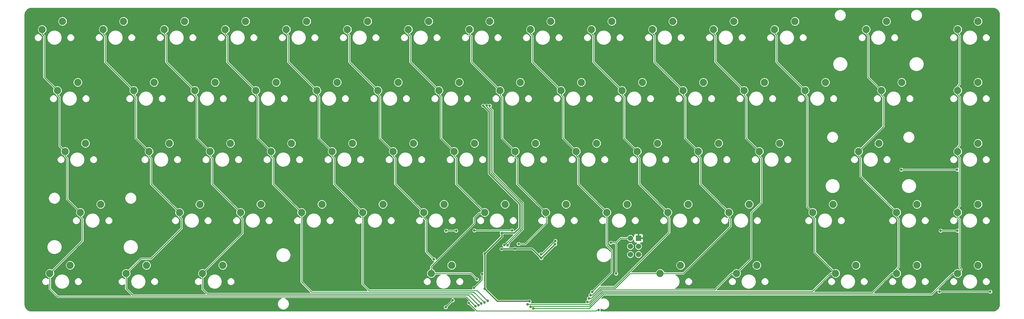
<source format=gbr>
G04 #@! TF.GenerationSoftware,KiCad,Pcbnew,(5.1.4)-1*
G04 #@! TF.CreationDate,2022-05-12T21:47:59-04:00*
G04 #@! TF.ProjectId,horsie-65,686f7273-6965-42d3-9635-2e6b69636164,rev?*
G04 #@! TF.SameCoordinates,Original*
G04 #@! TF.FileFunction,Copper,L1,Top*
G04 #@! TF.FilePolarity,Positive*
%FSLAX46Y46*%
G04 Gerber Fmt 4.6, Leading zero omitted, Abs format (unit mm)*
G04 Created by KiCad (PCBNEW (5.1.4)-1) date 2022-05-12 21:47:59*
%MOMM*%
%LPD*%
G04 APERTURE LIST*
%ADD10C,2.250000*%
%ADD11R,1.700000X1.700000*%
%ADD12C,1.700000*%
%ADD13C,0.800000*%
%ADD14C,0.381000*%
%ADD15C,0.254000*%
G04 APERTURE END LIST*
D10*
X187483750Y-121285000D03*
X193833750Y-118745000D03*
X185102500Y-178435000D03*
X191452500Y-175895000D03*
X318452500Y-140335000D03*
X324802500Y-137795000D03*
X75565000Y-159385000D03*
X81915000Y-156845000D03*
X304165000Y-159385000D03*
X310515000Y-156845000D03*
X70802500Y-140335000D03*
X77152500Y-137795000D03*
X325596250Y-121285000D03*
X331946250Y-118745000D03*
X68421250Y-121285000D03*
X74771250Y-118745000D03*
X89852500Y-178435000D03*
X96202500Y-175895000D03*
X113665000Y-178435000D03*
X120015000Y-175895000D03*
X66040000Y-178435000D03*
X72390000Y-175895000D03*
X280352500Y-178435000D03*
X286702500Y-175895000D03*
X256540000Y-178435000D03*
X262890000Y-175895000D03*
X320833750Y-102235000D03*
X327183750Y-99695000D03*
X349408750Y-178435000D03*
X355758750Y-175895000D03*
X330358750Y-178435000D03*
X336708750Y-175895000D03*
X311308750Y-178435000D03*
X317658750Y-175895000D03*
X349408750Y-159385000D03*
X355758750Y-156845000D03*
X330358750Y-159385000D03*
X336708750Y-156845000D03*
X277971250Y-159385000D03*
X284321250Y-156845000D03*
X258921250Y-159385000D03*
X265271250Y-156845000D03*
X239871250Y-159385000D03*
X246221250Y-156845000D03*
X220821250Y-159385000D03*
X227171250Y-156845000D03*
X201771250Y-159385000D03*
X208121250Y-156845000D03*
X182721250Y-159385000D03*
X189071250Y-156845000D03*
X163671250Y-159385000D03*
X170021250Y-156845000D03*
X144621250Y-159385000D03*
X150971250Y-156845000D03*
X125571250Y-159385000D03*
X131921250Y-156845000D03*
X106521250Y-159385000D03*
X112871250Y-156845000D03*
X349408750Y-140335000D03*
X355758750Y-137795000D03*
X287496250Y-140335000D03*
X293846250Y-137795000D03*
X268446250Y-140335000D03*
X274796250Y-137795000D03*
X249396250Y-140335000D03*
X255746250Y-137795000D03*
X230346250Y-140335000D03*
X236696250Y-137795000D03*
X211296250Y-140335000D03*
X217646250Y-137795000D03*
X192246250Y-140335000D03*
X198596250Y-137795000D03*
X173196250Y-140335000D03*
X179546250Y-137795000D03*
X154146250Y-140335000D03*
X160496250Y-137795000D03*
X135096250Y-140335000D03*
X141446250Y-137795000D03*
X116046250Y-140335000D03*
X122396250Y-137795000D03*
X96996250Y-140335000D03*
X103346250Y-137795000D03*
X349408750Y-121285000D03*
X355758750Y-118745000D03*
X301783750Y-121285000D03*
X308133750Y-118745000D03*
X282733750Y-121285000D03*
X289083750Y-118745000D03*
X263683750Y-121285000D03*
X270033750Y-118745000D03*
X244633750Y-121285000D03*
X250983750Y-118745000D03*
X225583750Y-121285000D03*
X231933750Y-118745000D03*
X206533750Y-121285000D03*
X212883750Y-118745000D03*
X168433750Y-121285000D03*
X174783750Y-118745000D03*
X149383750Y-121285000D03*
X155733750Y-118745000D03*
X130333750Y-121285000D03*
X136683750Y-118745000D03*
X111283750Y-121285000D03*
X117633750Y-118745000D03*
X92233750Y-121285000D03*
X98583750Y-118745000D03*
X349408750Y-102235000D03*
X355758750Y-99695000D03*
X292258750Y-102235000D03*
X298608750Y-99695000D03*
X273208750Y-102235000D03*
X279558750Y-99695000D03*
X254158750Y-102235000D03*
X260508750Y-99695000D03*
X235108750Y-102235000D03*
X241458750Y-99695000D03*
X63658750Y-102235000D03*
X70008750Y-99695000D03*
X82708750Y-102235000D03*
X89058750Y-99695000D03*
X101758750Y-102235000D03*
X108108750Y-99695000D03*
X120808750Y-102235000D03*
X127158750Y-99695000D03*
X139858750Y-102235000D03*
X146208750Y-99695000D03*
X158908750Y-102235000D03*
X165258750Y-99695000D03*
X177958750Y-102235000D03*
X184308750Y-99695000D03*
X197008750Y-102235000D03*
X203358750Y-99695000D03*
X216058750Y-102235000D03*
X222408750Y-99695000D03*
D11*
X249777250Y-167449500D03*
D12*
X247237250Y-167449500D03*
X249777250Y-169989500D03*
X247237250Y-169989500D03*
X249777250Y-172529500D03*
X247237250Y-172529500D03*
D13*
X213397817Y-165868067D03*
X204365098Y-126047408D03*
X201295244Y-126047500D03*
X207105250Y-165827000D03*
X219424250Y-173672500D03*
X215741250Y-187134500D03*
X201771250Y-183197500D03*
X211169250Y-170751500D03*
X207009251Y-170834515D03*
X201771250Y-172275500D03*
X223744420Y-169332715D03*
X331787500Y-146050000D03*
X349250000Y-146050000D03*
X349316756Y-165100000D03*
X344068953Y-165100000D03*
X210343750Y-165008000D03*
X198529500Y-165008000D03*
X192881250Y-165100000D03*
X189706250Y-165100000D03*
X200980750Y-178660500D03*
X343693750Y-184150000D03*
X359568750Y-184150000D03*
X198460903Y-182970246D03*
X189611000Y-188976000D03*
X191769988Y-186894750D03*
X196850008Y-187706000D03*
X237331242Y-189874974D03*
X242792250Y-178498500D03*
X241141250Y-168846500D03*
X219304150Y-172434464D03*
X223837500Y-168275000D03*
X208942665Y-169681165D03*
X203365089Y-126049841D03*
X207867250Y-169608500D03*
X202366290Y-126000596D03*
X198904724Y-188679221D03*
X199866250Y-188404500D03*
X200731495Y-187903127D03*
X201690556Y-187512956D03*
X202744064Y-187058945D03*
X185896250Y-174053500D03*
X199358250Y-180276500D03*
X212357751Y-169235260D03*
X235299250Y-184213510D03*
X234791244Y-185229500D03*
X234289321Y-186251577D03*
X233848373Y-187334593D03*
X215210694Y-188091382D03*
X216102223Y-188900286D03*
X216955981Y-189420966D03*
D14*
X214182282Y-156164724D02*
X204765097Y-146747539D01*
X204765097Y-126447407D02*
X204365098Y-126047408D01*
X214182282Y-165083602D02*
X214182282Y-156164724D01*
X204765097Y-146747539D02*
X204765097Y-126447407D01*
X213397817Y-165868067D02*
X214182282Y-165083602D01*
X205708250Y-187134500D02*
X215741250Y-187134500D01*
X201771250Y-183197500D02*
X205708250Y-187134500D01*
X216503250Y-170751500D02*
X219424250Y-173672500D01*
X211169250Y-170751500D02*
X216503250Y-170751500D01*
X207092266Y-170751500D02*
X207009251Y-170834515D01*
X211169250Y-170751500D02*
X207092266Y-170751500D01*
X201771250Y-172275500D02*
X201771250Y-183197500D01*
X207105250Y-166941500D02*
X207105250Y-165827000D01*
X201771250Y-172275500D02*
X207105250Y-166941500D01*
X211042250Y-165798500D02*
X207133750Y-165798500D01*
X203158740Y-147246990D02*
X212693250Y-156781500D01*
X201295244Y-126047500D02*
X203158740Y-127910996D01*
X207133750Y-165798500D02*
X207105250Y-165827000D01*
X203158740Y-127910996D02*
X203158740Y-147246990D01*
X212693250Y-156781500D02*
X212693250Y-164147500D01*
X212693250Y-164147500D02*
X211042250Y-165798500D01*
X219424250Y-173652885D02*
X219424250Y-173672500D01*
X223744420Y-169332715D02*
X219424250Y-173652885D01*
D15*
X331787500Y-146050000D02*
X349250000Y-146050000D01*
X349316756Y-165100000D02*
X344068953Y-165100000D01*
X210343750Y-165008000D02*
X198529500Y-165008000D01*
X189706250Y-165100000D02*
X192881250Y-165100000D01*
X343693750Y-184150000D02*
X359568750Y-184150000D01*
X198860902Y-182570247D02*
X198460903Y-182970246D01*
X200980750Y-178660500D02*
X200980750Y-180450399D01*
X200980750Y-180450399D02*
X198860902Y-182570247D01*
X189611000Y-188976000D02*
X191692250Y-186894750D01*
X191692250Y-186894750D02*
X191769988Y-186894750D01*
X196850008Y-187706000D02*
X199291975Y-190147967D01*
X236765557Y-189874974D02*
X237331242Y-189874974D01*
X199291975Y-190147967D02*
X236492564Y-190147967D01*
X236492564Y-190147967D02*
X236765557Y-189874974D01*
X244189250Y-167449500D02*
X247237250Y-167449500D01*
X242792250Y-168846500D02*
X244189250Y-167449500D01*
X242792250Y-178498500D02*
X242792250Y-168846500D01*
X242792250Y-168846500D02*
X241141250Y-168846500D01*
X219614536Y-172434464D02*
X219304150Y-172434464D01*
X223837500Y-168275000D02*
X223774000Y-168275000D01*
X223774000Y-168275000D02*
X219614536Y-172434464D01*
X208995886Y-169608500D02*
X209009135Y-169621749D01*
X208883250Y-169608500D02*
X208995886Y-169608500D01*
X208942665Y-169681165D02*
X209342664Y-169281166D01*
X203365089Y-126615526D02*
X203365089Y-126049841D01*
X203365089Y-126638802D02*
X203365089Y-126615526D01*
X204130259Y-127403972D02*
X203365089Y-126638802D01*
X209342664Y-169281166D02*
X209342664Y-168895086D01*
X213664772Y-164572978D02*
X213664772Y-156379083D01*
X213664772Y-156379083D02*
X204130259Y-146844570D01*
X209342664Y-168895086D02*
X213664772Y-164572978D01*
X204130259Y-146844570D02*
X204130259Y-127403972D01*
X203676251Y-127696636D02*
X202366290Y-126386675D01*
X213210761Y-156567140D02*
X203676251Y-147032630D01*
X213210761Y-164384921D02*
X213210761Y-156567140D01*
X207994250Y-169601432D02*
X213210761Y-164384921D01*
X207994250Y-169608500D02*
X207994250Y-169601432D01*
X202366290Y-126386675D02*
X202366290Y-126000596D01*
X203676251Y-147032630D02*
X203676251Y-127696636D01*
X64293750Y-117157500D02*
X68421250Y-121285000D01*
X64293750Y-104267000D02*
X64293750Y-117157500D01*
X63658750Y-102235000D02*
X63658750Y-103632000D01*
X63658750Y-103632000D02*
X64293750Y-104267000D01*
X69056250Y-138588750D02*
X70802500Y-140335000D01*
X69056250Y-123380500D02*
X69056250Y-138588750D01*
X68421250Y-121285000D02*
X68421250Y-122745500D01*
X68421250Y-122745500D02*
X69056250Y-123380500D01*
X71437500Y-155257500D02*
X75565000Y-159385000D01*
X71437500Y-142398750D02*
X71437500Y-155257500D01*
X70834250Y-141795500D02*
X71437500Y-142398750D01*
X70802500Y-140335000D02*
X70834250Y-140366750D01*
X70834250Y-140366750D02*
X70834250Y-141795500D01*
X76200000Y-168275000D02*
X66040000Y-178435000D01*
X76200000Y-161385250D02*
X76200000Y-168275000D01*
X75660250Y-160845500D02*
X76200000Y-161385250D01*
X75565000Y-159385000D02*
X75660250Y-159480250D01*
X75660250Y-159480250D02*
X75660250Y-160845500D01*
X66040000Y-180025990D02*
X66040000Y-178435000D01*
X66040000Y-183261000D02*
X66040000Y-180025990D01*
X191420998Y-185737500D02*
X68516500Y-185737500D01*
X195962982Y-185737479D02*
X191421019Y-185737479D01*
X198904724Y-188679221D02*
X195962982Y-185737479D01*
X191421019Y-185737479D02*
X191420998Y-185737500D01*
X68516500Y-185737500D02*
X66040000Y-183261000D01*
X83343750Y-112395000D02*
X92233750Y-121285000D01*
X83343750Y-104267000D02*
X83343750Y-112395000D01*
X82708750Y-102235000D02*
X82708750Y-103632000D01*
X82708750Y-103632000D02*
X83343750Y-104267000D01*
X92868750Y-136207500D02*
X96996250Y-140335000D01*
X92868750Y-123317000D02*
X92868750Y-136207500D01*
X92297250Y-122745500D02*
X92868750Y-123317000D01*
X92233750Y-121285000D02*
X92297250Y-121348500D01*
X92297250Y-121348500D02*
X92297250Y-122745500D01*
X97631250Y-150495000D02*
X106521250Y-159385000D01*
X97631250Y-142430500D02*
X97631250Y-150495000D01*
X96996250Y-140335000D02*
X96996250Y-141795500D01*
X96996250Y-141795500D02*
X97631250Y-142430500D01*
X94456250Y-173831250D02*
X89852500Y-178435000D01*
X97631250Y-173831250D02*
X94456250Y-173831250D01*
X107156250Y-164306250D02*
X97631250Y-173831250D01*
X107156250Y-161480500D02*
X107156250Y-164306250D01*
X106521250Y-159385000D02*
X106521250Y-160845500D01*
X106521250Y-160845500D02*
X107156250Y-161480500D01*
X199866250Y-188404500D02*
X196745228Y-185283478D01*
X191232959Y-185283489D02*
X91938489Y-185283489D01*
X191232970Y-185283478D02*
X191232959Y-185283489D01*
X89852500Y-183197500D02*
X89852500Y-180025990D01*
X89852500Y-180025990D02*
X89852500Y-178435000D01*
X196745228Y-185283478D02*
X191232970Y-185283478D01*
X91938489Y-185283489D02*
X89852500Y-183197500D01*
X101758750Y-103505000D02*
X101758750Y-102235000D01*
X102393750Y-104140000D02*
X101758750Y-103505000D01*
X111283750Y-121285000D02*
X102393750Y-112395000D01*
X102393750Y-112395000D02*
X102393750Y-104140000D01*
X111918750Y-136207500D02*
X116046250Y-140335000D01*
X111918750Y-123317000D02*
X111918750Y-136207500D01*
X111347250Y-122745500D02*
X111918750Y-123317000D01*
X111283750Y-121285000D02*
X111347250Y-121348500D01*
X111347250Y-121348500D02*
X111347250Y-122745500D01*
X116681250Y-150495000D02*
X125571250Y-159385000D01*
X116681250Y-142430500D02*
X116681250Y-150495000D01*
X116046250Y-140335000D02*
X116046250Y-141795500D01*
X116046250Y-141795500D02*
X116681250Y-142430500D01*
X126206250Y-165893750D02*
X113665000Y-178435000D01*
X126206250Y-161480500D02*
X126206250Y-165893750D01*
X125571250Y-159385000D02*
X125571250Y-160845500D01*
X125571250Y-160845500D02*
X126206250Y-161480500D01*
X200331496Y-187503128D02*
X200731495Y-187903127D01*
X115233478Y-184829478D02*
X197657846Y-184829478D01*
X113665000Y-183261000D02*
X115233478Y-184829478D01*
X197657846Y-184829478D02*
X200331496Y-187503128D01*
X113665000Y-178435000D02*
X113665000Y-183261000D01*
X120808750Y-103632000D02*
X120808750Y-102235000D01*
X121443750Y-104267000D02*
X120808750Y-103632000D01*
X130333750Y-121285000D02*
X121443750Y-112395000D01*
X121443750Y-112395000D02*
X121443750Y-104267000D01*
X130968750Y-136207500D02*
X135096250Y-140335000D01*
X130968750Y-123317000D02*
X130968750Y-136207500D01*
X130397250Y-122745500D02*
X130968750Y-123317000D01*
X130333750Y-121285000D02*
X130397250Y-121348500D01*
X130397250Y-121348500D02*
X130397250Y-122745500D01*
X135731250Y-150495000D02*
X144621250Y-159385000D01*
X135731250Y-142430500D02*
X135731250Y-150495000D01*
X135096250Y-140335000D02*
X135096250Y-141795500D01*
X135096250Y-141795500D02*
X135731250Y-142430500D01*
X147764500Y-184277000D02*
X198454600Y-184277000D01*
X201290557Y-187112957D02*
X201690556Y-187512956D01*
X198454600Y-184277000D02*
X201290557Y-187112957D01*
X144621250Y-181133750D02*
X147764500Y-184277000D01*
X144621250Y-159385000D02*
X144621250Y-181133750D01*
X140493750Y-112395000D02*
X149383750Y-121285000D01*
X140493750Y-104140000D02*
X140493750Y-112395000D01*
X139858750Y-102235000D02*
X139858750Y-103505000D01*
X139858750Y-103505000D02*
X140493750Y-104140000D01*
X150018750Y-136207500D02*
X154146250Y-140335000D01*
X150018750Y-123190000D02*
X150018750Y-136207500D01*
X149447250Y-122618500D02*
X150018750Y-123190000D01*
X149383750Y-121285000D02*
X149447250Y-121348500D01*
X149447250Y-121348500D02*
X149447250Y-122618500D01*
X154781250Y-150495000D02*
X163671250Y-159385000D01*
X154781250Y-142430500D02*
X154781250Y-150495000D01*
X154146250Y-140335000D02*
X154146250Y-141795500D01*
X154146250Y-141795500D02*
X154781250Y-142430500D01*
X163671250Y-181800500D02*
X165639750Y-183769000D01*
X165639750Y-183769000D02*
X199454119Y-183769000D01*
X199454119Y-183769000D02*
X202344065Y-186658946D01*
X163671250Y-159385000D02*
X163671250Y-181800500D01*
X202344065Y-186658946D02*
X202744064Y-187058945D01*
X158908750Y-103505000D02*
X159543750Y-104140000D01*
X158908750Y-102235000D02*
X158908750Y-103505000D01*
X159543750Y-104140000D02*
X159543750Y-112395000D01*
X159543750Y-112395000D02*
X168433750Y-121285000D01*
X169068750Y-136207500D02*
X173196250Y-140335000D01*
X169068750Y-123190000D02*
X169068750Y-136207500D01*
X168497250Y-122618500D02*
X169068750Y-123190000D01*
X168433750Y-121285000D02*
X168497250Y-121348500D01*
X168497250Y-121348500D02*
X168497250Y-122618500D01*
X173831250Y-150495000D02*
X182721250Y-159385000D01*
X173831250Y-142430500D02*
X173831250Y-150495000D01*
X173196250Y-140335000D02*
X173196250Y-141795500D01*
X173196250Y-141795500D02*
X173831250Y-142430500D01*
X182721250Y-160975990D02*
X183483250Y-161737990D01*
X182721250Y-159385000D02*
X182721250Y-160975990D01*
X183483250Y-161737990D02*
X183483250Y-171640500D01*
X183483250Y-171640500D02*
X185896250Y-174053500D01*
X178593750Y-112395000D02*
X187483750Y-121285000D01*
X178593750Y-104267000D02*
X178593750Y-112395000D01*
X177958750Y-102235000D02*
X177958750Y-103632000D01*
X177958750Y-103632000D02*
X178593750Y-104267000D01*
X188118750Y-136207500D02*
X192246250Y-140335000D01*
X188118750Y-123190000D02*
X188118750Y-136207500D01*
X187547250Y-122618500D02*
X188118750Y-123190000D01*
X187483750Y-121285000D02*
X187547250Y-121348500D01*
X187547250Y-121348500D02*
X187547250Y-122618500D01*
X192881250Y-150495000D02*
X201771250Y-159385000D01*
X192881250Y-142430500D02*
X192881250Y-150495000D01*
X192246250Y-140335000D02*
X192246250Y-141795500D01*
X192246250Y-141795500D02*
X192881250Y-142430500D01*
X197516750Y-178435000D02*
X185102500Y-178435000D01*
X199358250Y-180276500D02*
X197516750Y-178435000D01*
X185102500Y-176244250D02*
X185102500Y-178435000D01*
X198469250Y-162877500D02*
X185102500Y-176244250D01*
X198469250Y-161099500D02*
X198469250Y-162877500D01*
X199993250Y-159575500D02*
X198469250Y-161099500D01*
X201771250Y-159385000D02*
X201580750Y-159575500D01*
X201580750Y-159575500D02*
X199993250Y-159575500D01*
X197643750Y-112395000D02*
X206533750Y-121285000D01*
X197643750Y-104394000D02*
X197643750Y-112395000D01*
X197008750Y-102235000D02*
X197008750Y-103759000D01*
X197008750Y-103759000D02*
X197643750Y-104394000D01*
X207168750Y-136207500D02*
X211296250Y-140335000D01*
X207168750Y-123317000D02*
X207168750Y-136207500D01*
X206597250Y-122745500D02*
X207168750Y-123317000D01*
X206533750Y-121285000D02*
X206597250Y-121348500D01*
X206597250Y-121348500D02*
X206597250Y-122745500D01*
X219696251Y-158260001D02*
X220821250Y-159385000D01*
X211931250Y-150495000D02*
X219696251Y-158260001D01*
X211931250Y-142557500D02*
X211931250Y-150495000D01*
X211296250Y-140335000D02*
X211296250Y-141922500D01*
X211296250Y-141922500D02*
X211931250Y-142557500D01*
X220821250Y-160975990D02*
X220821250Y-159385000D01*
X221075250Y-161229990D02*
X220821250Y-160975990D01*
X221075250Y-162623500D02*
X221075250Y-161229990D01*
X212357751Y-169235260D02*
X214463490Y-169235260D01*
X214463490Y-169235260D02*
X221075250Y-162623500D01*
X216693750Y-112395000D02*
X225583750Y-121285000D01*
X216693750Y-104267000D02*
X216693750Y-112395000D01*
X215995250Y-103568500D02*
X216693750Y-104267000D01*
X216058750Y-102235000D02*
X215995250Y-102298500D01*
X215995250Y-102298500D02*
X215995250Y-103568500D01*
X226218750Y-136207500D02*
X230346250Y-140335000D01*
X226218750Y-123317000D02*
X226218750Y-136207500D01*
X225647250Y-122745500D02*
X226218750Y-123317000D01*
X225583750Y-121285000D02*
X225647250Y-121348500D01*
X225647250Y-121348500D02*
X225647250Y-122745500D01*
X230981250Y-150495000D02*
X239871250Y-159385000D01*
X230981250Y-142303500D02*
X230981250Y-150495000D01*
X230346250Y-140335000D02*
X230346250Y-141668500D01*
X230346250Y-141668500D02*
X230981250Y-142303500D01*
X235699249Y-183813511D02*
X235299250Y-184213510D01*
X241427000Y-178085760D02*
X235699249Y-183813511D01*
X241427000Y-171196000D02*
X241427000Y-178085760D01*
X239871250Y-159385000D02*
X239871250Y-169640250D01*
X239871250Y-169640250D02*
X241427000Y-171196000D01*
X235743750Y-112395000D02*
X244633750Y-121285000D01*
X235743750Y-104140000D02*
X235743750Y-112395000D01*
X235172250Y-103568500D02*
X235743750Y-104140000D01*
X235108750Y-102235000D02*
X235172250Y-102298500D01*
X235172250Y-102298500D02*
X235172250Y-103568500D01*
X245268750Y-136207500D02*
X249396250Y-140335000D01*
X245268750Y-123317000D02*
X245268750Y-136207500D01*
X244697250Y-122745500D02*
X245268750Y-123317000D01*
X244633750Y-121285000D02*
X244697250Y-121348500D01*
X244697250Y-121348500D02*
X244697250Y-122745500D01*
X250031250Y-150495000D02*
X258921250Y-159385000D01*
X250031250Y-142430500D02*
X250031250Y-150495000D01*
X249396250Y-140335000D02*
X249396250Y-141795500D01*
X249396250Y-141795500D02*
X250031250Y-142430500D01*
X235356929Y-185229500D02*
X234791244Y-185229500D01*
X235359212Y-185229500D02*
X235356929Y-185229500D01*
X237915012Y-182673700D02*
X235359212Y-185229500D01*
X258953000Y-159416750D02*
X258953000Y-160782000D01*
X258921250Y-159385000D02*
X258953000Y-159416750D01*
X258953000Y-160782000D02*
X259334000Y-161163000D01*
X259334000Y-161163000D02*
X259334000Y-165646818D01*
X259334000Y-165646818D02*
X242307119Y-182673699D01*
X242307119Y-182673699D02*
X237915012Y-182673700D01*
X254793750Y-112395000D02*
X263683750Y-121285000D01*
X254793750Y-104140000D02*
X254793750Y-112395000D01*
X254222250Y-103568500D02*
X254793750Y-104140000D01*
X254158750Y-102235000D02*
X254222250Y-102298500D01*
X254222250Y-102298500D02*
X254222250Y-103568500D01*
X264318750Y-136207500D02*
X268446250Y-140335000D01*
X264318750Y-123317000D02*
X264318750Y-136207500D01*
X263747250Y-122745500D02*
X264318750Y-123317000D01*
X263683750Y-121285000D02*
X263747250Y-121348500D01*
X263747250Y-121348500D02*
X263747250Y-122745500D01*
X269081250Y-150495000D02*
X277971250Y-159385000D01*
X269081250Y-142430500D02*
X269081250Y-150495000D01*
X268446250Y-140335000D02*
X268446250Y-141795500D01*
X268446250Y-141795500D02*
X269081250Y-142430500D01*
X263810750Y-178435000D02*
X256540000Y-178435000D01*
X278479250Y-163766500D02*
X263810750Y-178435000D01*
X277971250Y-160972500D02*
X278479250Y-161480500D01*
X278479250Y-161480500D02*
X278479250Y-163766500D01*
X277971250Y-160972500D02*
X277971250Y-159385000D01*
X242495176Y-183127710D02*
X238103070Y-183127710D01*
X238103070Y-183127710D02*
X234979203Y-186251577D01*
X247187886Y-178435000D02*
X242495176Y-183127710D01*
X234855006Y-186251577D02*
X234289321Y-186251577D01*
X256540000Y-178435000D02*
X247187886Y-178435000D01*
X234979203Y-186251577D02*
X234855006Y-186251577D01*
X273843750Y-112395000D02*
X282733750Y-121285000D01*
X273843750Y-104140000D02*
X273843750Y-112395000D01*
X273272250Y-103568500D02*
X273843750Y-104140000D01*
X273208750Y-102235000D02*
X273272250Y-102298500D01*
X273272250Y-102298500D02*
X273272250Y-103568500D01*
X283368750Y-136207500D02*
X287496250Y-140335000D01*
X283368750Y-123317000D02*
X283368750Y-136207500D01*
X282797250Y-122745500D02*
X283368750Y-123317000D01*
X282733750Y-121285000D02*
X282797250Y-121348500D01*
X282797250Y-121348500D02*
X282797250Y-122745500D01*
X280765250Y-178847750D02*
X280352500Y-178435000D01*
X287496250Y-141795500D02*
X288131250Y-142430500D01*
X287496250Y-140335000D02*
X287496250Y-141795500D01*
X288131250Y-142430500D02*
X288131250Y-156368750D01*
X288131250Y-156368750D02*
X284956250Y-159543750D01*
X284956250Y-159543750D02*
X284956250Y-173799500D01*
X280352500Y-178403250D02*
X280352500Y-178435000D01*
X284940375Y-173815375D02*
X280352500Y-178403250D01*
X278761510Y-178435000D02*
X273614791Y-183581719D01*
X273614791Y-183581719D02*
X238291128Y-183581720D01*
X234414058Y-187334593D02*
X233848373Y-187334593D01*
X238291128Y-183581720D02*
X234538255Y-187334593D01*
X234538255Y-187334593D02*
X234414058Y-187334593D01*
X280352500Y-178435000D02*
X278761510Y-178435000D01*
X292893750Y-112395000D02*
X301783750Y-121285000D01*
X292893750Y-104140000D02*
X292893750Y-112395000D01*
X292322250Y-103568500D02*
X292893750Y-104140000D01*
X292258750Y-102235000D02*
X292322250Y-102298500D01*
X292322250Y-102298500D02*
X292322250Y-103568500D01*
X302418750Y-157638750D02*
X304165000Y-159385000D01*
X302418750Y-123317000D02*
X302418750Y-157638750D01*
X301847250Y-122745500D02*
X302418750Y-123317000D01*
X301783750Y-121285000D02*
X301847250Y-121348500D01*
X301847250Y-121348500D02*
X301847250Y-122745500D01*
X304800000Y-171926250D02*
X311308750Y-178435000D01*
X304800000Y-161385250D02*
X304800000Y-171926250D01*
X304260250Y-160845500D02*
X304800000Y-161385250D01*
X304165000Y-159385000D02*
X304260250Y-159480250D01*
X304260250Y-159480250D02*
X304260250Y-160845500D01*
X238479186Y-184035730D02*
X234423534Y-188091382D01*
X234423534Y-188091382D02*
X215776379Y-188091382D01*
X304117030Y-184035730D02*
X238479186Y-184035730D01*
X215776379Y-188091382D02*
X215210694Y-188091382D01*
X309717760Y-178435000D02*
X304117030Y-184035730D01*
X311308750Y-178435000D02*
X309717760Y-178435000D01*
X324471251Y-120160001D02*
X325596250Y-121285000D01*
X321468750Y-117157500D02*
X324471251Y-120160001D01*
X321468750Y-104140000D02*
X321468750Y-117157500D01*
X320897250Y-103568500D02*
X321468750Y-104140000D01*
X320833750Y-102235000D02*
X320897250Y-102298500D01*
X320897250Y-102298500D02*
X320897250Y-103568500D01*
X326231250Y-132556250D02*
X318452500Y-140335000D01*
X326231250Y-123380500D02*
X326231250Y-132556250D01*
X325596250Y-121285000D02*
X325596250Y-122745500D01*
X325596250Y-122745500D02*
X326231250Y-123380500D01*
X330358750Y-177038000D02*
X330358750Y-178435000D01*
X330993750Y-176403000D02*
X330358750Y-177038000D01*
X330993750Y-161417000D02*
X330993750Y-176403000D01*
X330422250Y-160845500D02*
X330993750Y-161417000D01*
X330358750Y-159385000D02*
X330422250Y-159448500D01*
X330422250Y-159448500D02*
X330422250Y-160845500D01*
X319087500Y-148113750D02*
X330358750Y-159385000D01*
X319087500Y-142398750D02*
X319087500Y-148113750D01*
X318484250Y-141795500D02*
X319087500Y-142398750D01*
X318452500Y-140335000D02*
X318484250Y-140366750D01*
X318484250Y-140366750D02*
X318484250Y-141795500D01*
X322713021Y-184489739D02*
X238667244Y-184489740D01*
X238667244Y-184489740D02*
X234463020Y-188693964D01*
X234463020Y-188693964D02*
X216607019Y-188693964D01*
X216515483Y-188785500D02*
X216217009Y-188785500D01*
X216217009Y-188785500D02*
X216102223Y-188900286D01*
X216607019Y-188693964D02*
X216515483Y-188785500D01*
X330358750Y-178435000D02*
X328767760Y-178435000D01*
X328767760Y-178435000D02*
X322713021Y-184489739D01*
X349472250Y-121221500D02*
X349408750Y-121285000D01*
X349472250Y-102298500D02*
X349472250Y-103568500D01*
X349408750Y-102235000D02*
X349472250Y-102298500D01*
X349472250Y-103568500D02*
X350043750Y-104140000D01*
X350043750Y-104140000D02*
X350043750Y-119253000D01*
X350043750Y-119253000D02*
X349472250Y-119824500D01*
X349472250Y-119824500D02*
X349472250Y-121221500D01*
X349472250Y-140271500D02*
X349408750Y-140335000D01*
X349472250Y-138874500D02*
X349472250Y-140271500D01*
X350043750Y-138303000D02*
X349472250Y-138874500D01*
X350043750Y-123317000D02*
X350043750Y-138303000D01*
X349408750Y-121285000D02*
X349408750Y-122682000D01*
X349408750Y-122682000D02*
X350043750Y-123317000D01*
X349472250Y-159321500D02*
X349408750Y-159385000D01*
X349472250Y-157924500D02*
X349472250Y-159321500D01*
X350043750Y-157353000D02*
X349472250Y-157924500D01*
X350043750Y-142367000D02*
X350043750Y-157353000D01*
X349408750Y-140335000D02*
X349408750Y-141732000D01*
X349408750Y-141732000D02*
X350043750Y-142367000D01*
X217521666Y-189420966D02*
X216955981Y-189420966D01*
X234378086Y-189420966D02*
X217521666Y-189420966D01*
X238855302Y-184943750D02*
X234378086Y-189420966D01*
X347817760Y-178435000D02*
X341309010Y-184943750D01*
X349408750Y-178435000D02*
X347817760Y-178435000D01*
X341309010Y-184943750D02*
X238855302Y-184943750D01*
X350533749Y-177310001D02*
X349408750Y-178435000D01*
X350533749Y-177019999D02*
X350533749Y-177310001D01*
X350043750Y-165258470D02*
X350043750Y-176530000D01*
X350043758Y-165258462D02*
X350043750Y-165258470D01*
X350043750Y-176530000D02*
X350533749Y-177019999D01*
X349408750Y-159385000D02*
X349377000Y-159416750D01*
X349377000Y-160909000D02*
X350043750Y-161575750D01*
X349377000Y-159416750D02*
X349377000Y-160909000D01*
X350043750Y-161575750D02*
X350043750Y-164560530D01*
X350043750Y-164560530D02*
X350043758Y-164560538D01*
X350043758Y-164560538D02*
X350043758Y-165258462D01*
G36*
X360765612Y-95595386D02*
G01*
X361153371Y-95712457D01*
X361511002Y-95902612D01*
X361824891Y-96158614D01*
X362083077Y-96470706D01*
X362275725Y-96827003D01*
X362395502Y-97213939D01*
X362439348Y-97631105D01*
X362439351Y-97632025D01*
X362439350Y-188103865D01*
X362398364Y-188521862D01*
X362281294Y-188909619D01*
X362091138Y-189267252D01*
X361835135Y-189581141D01*
X361523044Y-189839327D01*
X361166747Y-190031975D01*
X360779815Y-190151751D01*
X360362645Y-190195598D01*
X360362011Y-190195600D01*
X237985334Y-190195600D01*
X238030304Y-190087032D01*
X238058242Y-189946577D01*
X238058242Y-189803371D01*
X238030304Y-189662916D01*
X237992427Y-189571472D01*
X238035623Y-189600335D01*
X238372483Y-189739867D01*
X238730092Y-189811000D01*
X239094708Y-189811000D01*
X239452317Y-189739867D01*
X239789177Y-189600335D01*
X240092344Y-189397765D01*
X240350165Y-189139944D01*
X240552735Y-188836777D01*
X240692267Y-188499917D01*
X240763400Y-188142308D01*
X240763400Y-187777692D01*
X240692267Y-187420083D01*
X240552735Y-187083223D01*
X240350165Y-186780056D01*
X240092344Y-186522235D01*
X239789177Y-186319665D01*
X239452317Y-186180133D01*
X239094708Y-186109000D01*
X238730092Y-186109000D01*
X238372483Y-186180133D01*
X238182121Y-186258983D01*
X239043355Y-185397750D01*
X341286722Y-185397750D01*
X341309010Y-185399945D01*
X341331298Y-185397750D01*
X341331305Y-185397750D01*
X341398009Y-185391180D01*
X341483589Y-185365220D01*
X341562459Y-185323063D01*
X341631589Y-185266329D01*
X341645805Y-185249007D01*
X343021429Y-183873383D01*
X342994688Y-183937942D01*
X342966750Y-184078397D01*
X342966750Y-184221603D01*
X342994688Y-184362058D01*
X343049491Y-184494364D01*
X343129052Y-184613436D01*
X343230314Y-184714698D01*
X343349386Y-184794259D01*
X343481692Y-184849062D01*
X343622147Y-184877000D01*
X343765353Y-184877000D01*
X343905808Y-184849062D01*
X344038114Y-184794259D01*
X344157186Y-184714698D01*
X344258448Y-184613436D01*
X344264753Y-184604000D01*
X358997747Y-184604000D01*
X359004052Y-184613436D01*
X359105314Y-184714698D01*
X359224386Y-184794259D01*
X359356692Y-184849062D01*
X359497147Y-184877000D01*
X359640353Y-184877000D01*
X359780808Y-184849062D01*
X359913114Y-184794259D01*
X360032186Y-184714698D01*
X360133448Y-184613436D01*
X360213009Y-184494364D01*
X360267812Y-184362058D01*
X360295750Y-184221603D01*
X360295750Y-184078397D01*
X360267812Y-183937942D01*
X360213009Y-183805636D01*
X360133448Y-183686564D01*
X360032186Y-183585302D01*
X359913114Y-183505741D01*
X359780808Y-183450938D01*
X359640353Y-183423000D01*
X359497147Y-183423000D01*
X359356692Y-183450938D01*
X359224386Y-183505741D01*
X359105314Y-183585302D01*
X359004052Y-183686564D01*
X358997747Y-183696000D01*
X344264753Y-183696000D01*
X344258448Y-183686564D01*
X344157186Y-183585302D01*
X344038114Y-183505741D01*
X343905808Y-183450938D01*
X343765353Y-183423000D01*
X343622147Y-183423000D01*
X343481692Y-183450938D01*
X343417133Y-183477679D01*
X346038199Y-180856613D01*
X346936750Y-180856613D01*
X346936750Y-181093387D01*
X346982942Y-181325610D01*
X347073551Y-181544361D01*
X347205096Y-181741230D01*
X347372520Y-181908654D01*
X347569389Y-182040199D01*
X347788140Y-182130808D01*
X348020363Y-182177000D01*
X348257137Y-182177000D01*
X348489360Y-182130808D01*
X348708111Y-182040199D01*
X348904980Y-181908654D01*
X349072404Y-181741230D01*
X349203949Y-181544361D01*
X349294558Y-181325610D01*
X349340750Y-181093387D01*
X349340750Y-180856613D01*
X349318830Y-180746411D01*
X350897850Y-180746411D01*
X350897850Y-181203589D01*
X350987041Y-181651982D01*
X351161995Y-182074358D01*
X351415989Y-182454488D01*
X351739262Y-182777761D01*
X352119392Y-183031755D01*
X352541768Y-183206709D01*
X352990161Y-183295900D01*
X353447339Y-183295900D01*
X353895732Y-183206709D01*
X354318108Y-183031755D01*
X354698238Y-182777761D01*
X355021511Y-182454488D01*
X355275505Y-182074358D01*
X355450459Y-181651982D01*
X355539650Y-181203589D01*
X355539650Y-180856613D01*
X357096750Y-180856613D01*
X357096750Y-181093387D01*
X357142942Y-181325610D01*
X357233551Y-181544361D01*
X357365096Y-181741230D01*
X357532520Y-181908654D01*
X357729389Y-182040199D01*
X357948140Y-182130808D01*
X358180363Y-182177000D01*
X358417137Y-182177000D01*
X358649360Y-182130808D01*
X358868111Y-182040199D01*
X359064980Y-181908654D01*
X359232404Y-181741230D01*
X359363949Y-181544361D01*
X359454558Y-181325610D01*
X359500750Y-181093387D01*
X359500750Y-180856613D01*
X359454558Y-180624390D01*
X359363949Y-180405639D01*
X359232404Y-180208770D01*
X359064980Y-180041346D01*
X358868111Y-179909801D01*
X358649360Y-179819192D01*
X358417137Y-179773000D01*
X358180363Y-179773000D01*
X357948140Y-179819192D01*
X357729389Y-179909801D01*
X357532520Y-180041346D01*
X357365096Y-180208770D01*
X357233551Y-180405639D01*
X357142942Y-180624390D01*
X357096750Y-180856613D01*
X355539650Y-180856613D01*
X355539650Y-180746411D01*
X355450459Y-180298018D01*
X355275505Y-179875642D01*
X355021511Y-179495512D01*
X354698238Y-179172239D01*
X354318108Y-178918245D01*
X353895732Y-178743291D01*
X353447339Y-178654100D01*
X352990161Y-178654100D01*
X352541768Y-178743291D01*
X352119392Y-178918245D01*
X351739262Y-179172239D01*
X351415989Y-179495512D01*
X351161995Y-179875642D01*
X350987041Y-180298018D01*
X350897850Y-180746411D01*
X349318830Y-180746411D01*
X349294558Y-180624390D01*
X349203949Y-180405639D01*
X349072404Y-180208770D01*
X348904980Y-180041346D01*
X348708111Y-179909801D01*
X348489360Y-179819192D01*
X348257137Y-179773000D01*
X348020363Y-179773000D01*
X347788140Y-179819192D01*
X347569389Y-179909801D01*
X347372520Y-180041346D01*
X347205096Y-180208770D01*
X347073551Y-180405639D01*
X346982942Y-180624390D01*
X346936750Y-180856613D01*
X346038199Y-180856613D01*
X348005813Y-178889000D01*
X348025169Y-178889000D01*
X348122004Y-179122780D01*
X348280908Y-179360596D01*
X348483154Y-179562842D01*
X348720970Y-179721746D01*
X348985217Y-179831201D01*
X349265740Y-179887000D01*
X349551760Y-179887000D01*
X349832283Y-179831201D01*
X350096530Y-179721746D01*
X350334346Y-179562842D01*
X350536592Y-179360596D01*
X350695496Y-179122780D01*
X350804951Y-178858533D01*
X350860750Y-178578010D01*
X350860750Y-178291990D01*
X350804951Y-178011467D01*
X350708116Y-177777687D01*
X350839012Y-177646791D01*
X350856328Y-177632580D01*
X350913062Y-177563450D01*
X350955219Y-177484580D01*
X350962836Y-177459470D01*
X350981179Y-177399001D01*
X350985336Y-177356790D01*
X350987749Y-177332296D01*
X350987749Y-177332289D01*
X350989944Y-177310001D01*
X350987749Y-177287713D01*
X350987749Y-177042286D01*
X350989944Y-177019998D01*
X350987749Y-176997710D01*
X350987749Y-176997704D01*
X350981179Y-176931000D01*
X350974601Y-176909313D01*
X350955219Y-176845420D01*
X350922684Y-176784552D01*
X350913062Y-176766550D01*
X350856328Y-176697420D01*
X350839013Y-176683210D01*
X350497750Y-176341948D01*
X350497750Y-175751990D01*
X354306750Y-175751990D01*
X354306750Y-176038010D01*
X354362549Y-176318533D01*
X354472004Y-176582780D01*
X354630908Y-176820596D01*
X354833154Y-177022842D01*
X355070970Y-177181746D01*
X355335217Y-177291201D01*
X355615740Y-177347000D01*
X355901760Y-177347000D01*
X356182283Y-177291201D01*
X356446530Y-177181746D01*
X356684346Y-177022842D01*
X356886592Y-176820596D01*
X357045496Y-176582780D01*
X357154951Y-176318533D01*
X357210750Y-176038010D01*
X357210750Y-175751990D01*
X357154951Y-175471467D01*
X357045496Y-175207220D01*
X356886592Y-174969404D01*
X356684346Y-174767158D01*
X356446530Y-174608254D01*
X356182283Y-174498799D01*
X355901760Y-174443000D01*
X355615740Y-174443000D01*
X355335217Y-174498799D01*
X355070970Y-174608254D01*
X354833154Y-174767158D01*
X354630908Y-174969404D01*
X354472004Y-175207220D01*
X354362549Y-175471467D01*
X354306750Y-175751990D01*
X350497750Y-175751990D01*
X350497750Y-165280838D01*
X350497758Y-165280757D01*
X350497758Y-165280751D01*
X350499953Y-165258463D01*
X350497758Y-165236175D01*
X350497758Y-164582825D01*
X350499953Y-164560537D01*
X350497758Y-164538249D01*
X350497758Y-164538243D01*
X350497750Y-164538162D01*
X350497750Y-161696411D01*
X350897850Y-161696411D01*
X350897850Y-162153589D01*
X350987041Y-162601982D01*
X351161995Y-163024358D01*
X351415989Y-163404488D01*
X351739262Y-163727761D01*
X352119392Y-163981755D01*
X352541768Y-164156709D01*
X352990161Y-164245900D01*
X353447339Y-164245900D01*
X353895732Y-164156709D01*
X354318108Y-163981755D01*
X354698238Y-163727761D01*
X355021511Y-163404488D01*
X355275505Y-163024358D01*
X355450459Y-162601982D01*
X355539650Y-162153589D01*
X355539650Y-161806613D01*
X357096750Y-161806613D01*
X357096750Y-162043387D01*
X357142942Y-162275610D01*
X357233551Y-162494361D01*
X357365096Y-162691230D01*
X357532520Y-162858654D01*
X357729389Y-162990199D01*
X357948140Y-163080808D01*
X358180363Y-163127000D01*
X358417137Y-163127000D01*
X358649360Y-163080808D01*
X358868111Y-162990199D01*
X359064980Y-162858654D01*
X359232404Y-162691230D01*
X359363949Y-162494361D01*
X359454558Y-162275610D01*
X359500750Y-162043387D01*
X359500750Y-161806613D01*
X359454558Y-161574390D01*
X359363949Y-161355639D01*
X359232404Y-161158770D01*
X359064980Y-160991346D01*
X358868111Y-160859801D01*
X358649360Y-160769192D01*
X358417137Y-160723000D01*
X358180363Y-160723000D01*
X357948140Y-160769192D01*
X357729389Y-160859801D01*
X357532520Y-160991346D01*
X357365096Y-161158770D01*
X357233551Y-161355639D01*
X357142942Y-161574390D01*
X357096750Y-161806613D01*
X355539650Y-161806613D01*
X355539650Y-161696411D01*
X355450459Y-161248018D01*
X355275505Y-160825642D01*
X355021511Y-160445512D01*
X354698238Y-160122239D01*
X354318108Y-159868245D01*
X353895732Y-159693291D01*
X353447339Y-159604100D01*
X352990161Y-159604100D01*
X352541768Y-159693291D01*
X352119392Y-159868245D01*
X351739262Y-160122239D01*
X351415989Y-160445512D01*
X351161995Y-160825642D01*
X350987041Y-161248018D01*
X350897850Y-161696411D01*
X350497750Y-161696411D01*
X350497750Y-161598038D01*
X350499945Y-161575750D01*
X350497750Y-161553462D01*
X350497750Y-161553455D01*
X350491180Y-161486751D01*
X350490825Y-161485579D01*
X350465220Y-161401171D01*
X350456710Y-161385250D01*
X350423063Y-161322301D01*
X350366329Y-161253171D01*
X350349014Y-161238961D01*
X349873981Y-160763929D01*
X350096530Y-160671746D01*
X350334346Y-160512842D01*
X350536592Y-160310596D01*
X350695496Y-160072780D01*
X350804951Y-159808533D01*
X350860750Y-159528010D01*
X350860750Y-159241990D01*
X350804951Y-158961467D01*
X350695496Y-158697220D01*
X350536592Y-158459404D01*
X350334346Y-158257158D01*
X350096530Y-158098254D01*
X349986234Y-158052568D01*
X350349013Y-157689790D01*
X350366329Y-157675579D01*
X350423063Y-157606449D01*
X350465220Y-157527579D01*
X350472667Y-157503030D01*
X350491180Y-157442000D01*
X350496764Y-157385302D01*
X350497750Y-157375295D01*
X350497750Y-157375289D01*
X350499945Y-157353001D01*
X350497750Y-157330713D01*
X350497750Y-156701990D01*
X354306750Y-156701990D01*
X354306750Y-156988010D01*
X354362549Y-157268533D01*
X354472004Y-157532780D01*
X354630908Y-157770596D01*
X354833154Y-157972842D01*
X355070970Y-158131746D01*
X355335217Y-158241201D01*
X355615740Y-158297000D01*
X355901760Y-158297000D01*
X356182283Y-158241201D01*
X356446530Y-158131746D01*
X356684346Y-157972842D01*
X356886592Y-157770596D01*
X357045496Y-157532780D01*
X357154951Y-157268533D01*
X357210750Y-156988010D01*
X357210750Y-156701990D01*
X357154951Y-156421467D01*
X357045496Y-156157220D01*
X356886592Y-155919404D01*
X356684346Y-155717158D01*
X356446530Y-155558254D01*
X356182283Y-155448799D01*
X355901760Y-155393000D01*
X355615740Y-155393000D01*
X355335217Y-155448799D01*
X355070970Y-155558254D01*
X354833154Y-155717158D01*
X354630908Y-155919404D01*
X354472004Y-156157220D01*
X354362549Y-156421467D01*
X354306750Y-156701990D01*
X350497750Y-156701990D01*
X350497750Y-142646411D01*
X350897850Y-142646411D01*
X350897850Y-143103589D01*
X350987041Y-143551982D01*
X351161995Y-143974358D01*
X351415989Y-144354488D01*
X351739262Y-144677761D01*
X352119392Y-144931755D01*
X352541768Y-145106709D01*
X352990161Y-145195900D01*
X353447339Y-145195900D01*
X353895732Y-145106709D01*
X354318108Y-144931755D01*
X354698238Y-144677761D01*
X355021511Y-144354488D01*
X355275505Y-143974358D01*
X355450459Y-143551982D01*
X355539650Y-143103589D01*
X355539650Y-142756613D01*
X357096750Y-142756613D01*
X357096750Y-142993387D01*
X357142942Y-143225610D01*
X357233551Y-143444361D01*
X357365096Y-143641230D01*
X357532520Y-143808654D01*
X357729389Y-143940199D01*
X357948140Y-144030808D01*
X358180363Y-144077000D01*
X358417137Y-144077000D01*
X358649360Y-144030808D01*
X358868111Y-143940199D01*
X359064980Y-143808654D01*
X359232404Y-143641230D01*
X359363949Y-143444361D01*
X359454558Y-143225610D01*
X359500750Y-142993387D01*
X359500750Y-142756613D01*
X359454558Y-142524390D01*
X359363949Y-142305639D01*
X359232404Y-142108770D01*
X359064980Y-141941346D01*
X358868111Y-141809801D01*
X358649360Y-141719192D01*
X358417137Y-141673000D01*
X358180363Y-141673000D01*
X357948140Y-141719192D01*
X357729389Y-141809801D01*
X357532520Y-141941346D01*
X357365096Y-142108770D01*
X357233551Y-142305639D01*
X357142942Y-142524390D01*
X357096750Y-142756613D01*
X355539650Y-142756613D01*
X355539650Y-142646411D01*
X355450459Y-142198018D01*
X355275505Y-141775642D01*
X355021511Y-141395512D01*
X354698238Y-141072239D01*
X354318108Y-140818245D01*
X353895732Y-140643291D01*
X353447339Y-140554100D01*
X352990161Y-140554100D01*
X352541768Y-140643291D01*
X352119392Y-140818245D01*
X351739262Y-141072239D01*
X351415989Y-141395512D01*
X351161995Y-141775642D01*
X350987041Y-142198018D01*
X350897850Y-142646411D01*
X350497750Y-142646411D01*
X350497750Y-142389288D01*
X350499945Y-142367000D01*
X350497750Y-142344712D01*
X350497750Y-142344705D01*
X350491180Y-142278001D01*
X350481194Y-142245079D01*
X350465220Y-142192421D01*
X350457005Y-142177052D01*
X350423063Y-142113551D01*
X350366329Y-142044421D01*
X350349014Y-142030211D01*
X349986234Y-141667432D01*
X350096530Y-141621746D01*
X350334346Y-141462842D01*
X350536592Y-141260596D01*
X350695496Y-141022780D01*
X350804951Y-140758533D01*
X350860750Y-140478010D01*
X350860750Y-140191990D01*
X350804951Y-139911467D01*
X350695496Y-139647220D01*
X350536592Y-139409404D01*
X350334346Y-139207158D01*
X350096530Y-139048254D01*
X349986234Y-139002568D01*
X350349013Y-138639790D01*
X350366329Y-138625579D01*
X350423063Y-138556449D01*
X350465220Y-138477579D01*
X350472667Y-138453030D01*
X350491180Y-138392000D01*
X350496764Y-138335302D01*
X350497750Y-138325295D01*
X350497750Y-138325289D01*
X350499945Y-138303001D01*
X350497750Y-138280713D01*
X350497750Y-137651990D01*
X354306750Y-137651990D01*
X354306750Y-137938010D01*
X354362549Y-138218533D01*
X354472004Y-138482780D01*
X354630908Y-138720596D01*
X354833154Y-138922842D01*
X355070970Y-139081746D01*
X355335217Y-139191201D01*
X355615740Y-139247000D01*
X355901760Y-139247000D01*
X356182283Y-139191201D01*
X356446530Y-139081746D01*
X356684346Y-138922842D01*
X356886592Y-138720596D01*
X357045496Y-138482780D01*
X357154951Y-138218533D01*
X357210750Y-137938010D01*
X357210750Y-137651990D01*
X357154951Y-137371467D01*
X357045496Y-137107220D01*
X356886592Y-136869404D01*
X356684346Y-136667158D01*
X356446530Y-136508254D01*
X356182283Y-136398799D01*
X355901760Y-136343000D01*
X355615740Y-136343000D01*
X355335217Y-136398799D01*
X355070970Y-136508254D01*
X354833154Y-136667158D01*
X354630908Y-136869404D01*
X354472004Y-137107220D01*
X354362549Y-137371467D01*
X354306750Y-137651990D01*
X350497750Y-137651990D01*
X350497750Y-123596411D01*
X350897850Y-123596411D01*
X350897850Y-124053589D01*
X350987041Y-124501982D01*
X351161995Y-124924358D01*
X351415989Y-125304488D01*
X351739262Y-125627761D01*
X352119392Y-125881755D01*
X352541768Y-126056709D01*
X352990161Y-126145900D01*
X353447339Y-126145900D01*
X353895732Y-126056709D01*
X354318108Y-125881755D01*
X354698238Y-125627761D01*
X355021511Y-125304488D01*
X355275505Y-124924358D01*
X355450459Y-124501982D01*
X355539650Y-124053589D01*
X355539650Y-123706613D01*
X357096750Y-123706613D01*
X357096750Y-123943387D01*
X357142942Y-124175610D01*
X357233551Y-124394361D01*
X357365096Y-124591230D01*
X357532520Y-124758654D01*
X357729389Y-124890199D01*
X357948140Y-124980808D01*
X358180363Y-125027000D01*
X358417137Y-125027000D01*
X358649360Y-124980808D01*
X358868111Y-124890199D01*
X359064980Y-124758654D01*
X359232404Y-124591230D01*
X359363949Y-124394361D01*
X359454558Y-124175610D01*
X359500750Y-123943387D01*
X359500750Y-123706613D01*
X359454558Y-123474390D01*
X359363949Y-123255639D01*
X359232404Y-123058770D01*
X359064980Y-122891346D01*
X358868111Y-122759801D01*
X358649360Y-122669192D01*
X358417137Y-122623000D01*
X358180363Y-122623000D01*
X357948140Y-122669192D01*
X357729389Y-122759801D01*
X357532520Y-122891346D01*
X357365096Y-123058770D01*
X357233551Y-123255639D01*
X357142942Y-123474390D01*
X357096750Y-123706613D01*
X355539650Y-123706613D01*
X355539650Y-123596411D01*
X355450459Y-123148018D01*
X355275505Y-122725642D01*
X355021511Y-122345512D01*
X354698238Y-122022239D01*
X354318108Y-121768245D01*
X353895732Y-121593291D01*
X353447339Y-121504100D01*
X352990161Y-121504100D01*
X352541768Y-121593291D01*
X352119392Y-121768245D01*
X351739262Y-122022239D01*
X351415989Y-122345512D01*
X351161995Y-122725642D01*
X350987041Y-123148018D01*
X350897850Y-123596411D01*
X350497750Y-123596411D01*
X350497750Y-123339288D01*
X350499945Y-123317000D01*
X350497750Y-123294712D01*
X350497750Y-123294705D01*
X350491180Y-123228001D01*
X350480542Y-123192930D01*
X350465220Y-123142421D01*
X350457005Y-123127052D01*
X350423063Y-123063551D01*
X350383564Y-123015422D01*
X350380541Y-123011738D01*
X350380540Y-123011737D01*
X350366329Y-122994421D01*
X350349014Y-122980211D01*
X349986234Y-122617432D01*
X350096530Y-122571746D01*
X350334346Y-122412842D01*
X350536592Y-122210596D01*
X350695496Y-121972780D01*
X350804951Y-121708533D01*
X350860750Y-121428010D01*
X350860750Y-121141990D01*
X350804951Y-120861467D01*
X350695496Y-120597220D01*
X350536592Y-120359404D01*
X350334346Y-120157158D01*
X350096530Y-119998254D01*
X349986234Y-119952568D01*
X350349013Y-119589790D01*
X350366329Y-119575579D01*
X350423063Y-119506449D01*
X350465220Y-119427579D01*
X350472667Y-119403030D01*
X350491180Y-119342000D01*
X350492096Y-119332699D01*
X350497750Y-119275295D01*
X350497750Y-119275289D01*
X350499945Y-119253001D01*
X350497750Y-119230713D01*
X350497750Y-118601990D01*
X354306750Y-118601990D01*
X354306750Y-118888010D01*
X354362549Y-119168533D01*
X354472004Y-119432780D01*
X354630908Y-119670596D01*
X354833154Y-119872842D01*
X355070970Y-120031746D01*
X355335217Y-120141201D01*
X355615740Y-120197000D01*
X355901760Y-120197000D01*
X356182283Y-120141201D01*
X356446530Y-120031746D01*
X356684346Y-119872842D01*
X356886592Y-119670596D01*
X357045496Y-119432780D01*
X357154951Y-119168533D01*
X357210750Y-118888010D01*
X357210750Y-118601990D01*
X357154951Y-118321467D01*
X357045496Y-118057220D01*
X356886592Y-117819404D01*
X356684346Y-117617158D01*
X356446530Y-117458254D01*
X356182283Y-117348799D01*
X355901760Y-117293000D01*
X355615740Y-117293000D01*
X355335217Y-117348799D01*
X355070970Y-117458254D01*
X354833154Y-117617158D01*
X354630908Y-117819404D01*
X354472004Y-118057220D01*
X354362549Y-118321467D01*
X354306750Y-118601990D01*
X350497750Y-118601990D01*
X350497750Y-104546411D01*
X350897850Y-104546411D01*
X350897850Y-105003589D01*
X350987041Y-105451982D01*
X351161995Y-105874358D01*
X351415989Y-106254488D01*
X351739262Y-106577761D01*
X352119392Y-106831755D01*
X352541768Y-107006709D01*
X352990161Y-107095900D01*
X353447339Y-107095900D01*
X353895732Y-107006709D01*
X354318108Y-106831755D01*
X354698238Y-106577761D01*
X355021511Y-106254488D01*
X355275505Y-105874358D01*
X355450459Y-105451982D01*
X355539650Y-105003589D01*
X355539650Y-104656613D01*
X357096750Y-104656613D01*
X357096750Y-104893387D01*
X357142942Y-105125610D01*
X357233551Y-105344361D01*
X357365096Y-105541230D01*
X357532520Y-105708654D01*
X357729389Y-105840199D01*
X357948140Y-105930808D01*
X358180363Y-105977000D01*
X358417137Y-105977000D01*
X358649360Y-105930808D01*
X358868111Y-105840199D01*
X359064980Y-105708654D01*
X359232404Y-105541230D01*
X359363949Y-105344361D01*
X359454558Y-105125610D01*
X359500750Y-104893387D01*
X359500750Y-104656613D01*
X359454558Y-104424390D01*
X359363949Y-104205639D01*
X359232404Y-104008770D01*
X359064980Y-103841346D01*
X358868111Y-103709801D01*
X358649360Y-103619192D01*
X358417137Y-103573000D01*
X358180363Y-103573000D01*
X357948140Y-103619192D01*
X357729389Y-103709801D01*
X357532520Y-103841346D01*
X357365096Y-104008770D01*
X357233551Y-104205639D01*
X357142942Y-104424390D01*
X357096750Y-104656613D01*
X355539650Y-104656613D01*
X355539650Y-104546411D01*
X355450459Y-104098018D01*
X355275505Y-103675642D01*
X355021511Y-103295512D01*
X354698238Y-102972239D01*
X354318108Y-102718245D01*
X353895732Y-102543291D01*
X353447339Y-102454100D01*
X352990161Y-102454100D01*
X352541768Y-102543291D01*
X352119392Y-102718245D01*
X351739262Y-102972239D01*
X351415989Y-103295512D01*
X351161995Y-103675642D01*
X350987041Y-104098018D01*
X350897850Y-104546411D01*
X350497750Y-104546411D01*
X350497750Y-104162287D01*
X350499945Y-104139999D01*
X350497750Y-104117711D01*
X350497750Y-104117705D01*
X350491180Y-104051001D01*
X350480542Y-104015930D01*
X350465220Y-103965421D01*
X350448200Y-103933579D01*
X350423063Y-103886551D01*
X350366329Y-103817421D01*
X350349014Y-103803211D01*
X350076037Y-103530235D01*
X350096530Y-103521746D01*
X350334346Y-103362842D01*
X350536592Y-103160596D01*
X350695496Y-102922780D01*
X350804951Y-102658533D01*
X350860750Y-102378010D01*
X350860750Y-102091990D01*
X350804951Y-101811467D01*
X350695496Y-101547220D01*
X350536592Y-101309404D01*
X350334346Y-101107158D01*
X350096530Y-100948254D01*
X349832283Y-100838799D01*
X349551760Y-100783000D01*
X349265740Y-100783000D01*
X348985217Y-100838799D01*
X348720970Y-100948254D01*
X348483154Y-101107158D01*
X348280908Y-101309404D01*
X348122004Y-101547220D01*
X348012549Y-101811467D01*
X347956750Y-102091990D01*
X347956750Y-102378010D01*
X348012549Y-102658533D01*
X348122004Y-102922780D01*
X348280908Y-103160596D01*
X348483154Y-103362842D01*
X348720970Y-103521746D01*
X348985217Y-103631201D01*
X349022970Y-103638710D01*
X349024820Y-103657499D01*
X349050780Y-103743078D01*
X349070404Y-103779791D01*
X349092938Y-103821949D01*
X349149672Y-103891079D01*
X349166988Y-103905290D01*
X349589750Y-104328053D01*
X349589751Y-119064946D01*
X349166992Y-119487706D01*
X349149671Y-119501921D01*
X349092937Y-119571052D01*
X349060192Y-119632313D01*
X349050780Y-119649922D01*
X349043334Y-119674470D01*
X349024820Y-119735502D01*
X349018250Y-119802206D01*
X349018250Y-119802212D01*
X349016055Y-119824500D01*
X349018250Y-119846788D01*
X349018250Y-119882228D01*
X348985217Y-119888799D01*
X348720970Y-119998254D01*
X348483154Y-120157158D01*
X348280908Y-120359404D01*
X348122004Y-120597220D01*
X348012549Y-120861467D01*
X347956750Y-121141990D01*
X347956750Y-121428010D01*
X348012549Y-121708533D01*
X348122004Y-121972780D01*
X348280908Y-122210596D01*
X348483154Y-122412842D01*
X348720970Y-122571746D01*
X348953911Y-122668234D01*
X348952555Y-122682000D01*
X348961320Y-122770999D01*
X348987280Y-122856578D01*
X348987281Y-122856579D01*
X349029438Y-122935449D01*
X349086172Y-123004579D01*
X349103488Y-123018790D01*
X349589750Y-123505053D01*
X349589751Y-138114946D01*
X349166992Y-138537706D01*
X349149671Y-138551921D01*
X349092937Y-138621052D01*
X349062632Y-138677749D01*
X349050780Y-138699922D01*
X349043334Y-138724470D01*
X349024820Y-138785502D01*
X349018250Y-138852206D01*
X349018250Y-138852212D01*
X349016055Y-138874500D01*
X349018250Y-138896788D01*
X349018250Y-138932228D01*
X348985217Y-138938799D01*
X348720970Y-139048254D01*
X348483154Y-139207158D01*
X348280908Y-139409404D01*
X348122004Y-139647220D01*
X348012549Y-139911467D01*
X347956750Y-140191990D01*
X347956750Y-140478010D01*
X348012549Y-140758533D01*
X348122004Y-141022780D01*
X348280908Y-141260596D01*
X348483154Y-141462842D01*
X348720970Y-141621746D01*
X348953911Y-141718234D01*
X348952555Y-141732000D01*
X348961320Y-141820999D01*
X348987280Y-141906578D01*
X349005864Y-141941346D01*
X349029438Y-141985449D01*
X349086172Y-142054579D01*
X349103488Y-142068790D01*
X349589750Y-142555053D01*
X349589750Y-145403830D01*
X349462058Y-145350938D01*
X349321603Y-145323000D01*
X349178397Y-145323000D01*
X349037942Y-145350938D01*
X348905636Y-145405741D01*
X348786564Y-145485302D01*
X348685302Y-145586564D01*
X348678997Y-145596000D01*
X332358503Y-145596000D01*
X332352198Y-145586564D01*
X332250936Y-145485302D01*
X332131864Y-145405741D01*
X331999558Y-145350938D01*
X331859103Y-145323000D01*
X331715897Y-145323000D01*
X331575442Y-145350938D01*
X331443136Y-145405741D01*
X331324064Y-145485302D01*
X331222802Y-145586564D01*
X331143241Y-145705636D01*
X331088438Y-145837942D01*
X331060500Y-145978397D01*
X331060500Y-146121603D01*
X331088438Y-146262058D01*
X331143241Y-146394364D01*
X331222802Y-146513436D01*
X331324064Y-146614698D01*
X331443136Y-146694259D01*
X331575442Y-146749062D01*
X331715897Y-146777000D01*
X331859103Y-146777000D01*
X331999558Y-146749062D01*
X332131864Y-146694259D01*
X332250936Y-146614698D01*
X332352198Y-146513436D01*
X332358503Y-146504000D01*
X348678997Y-146504000D01*
X348685302Y-146513436D01*
X348786564Y-146614698D01*
X348905636Y-146694259D01*
X349037942Y-146749062D01*
X349178397Y-146777000D01*
X349321603Y-146777000D01*
X349462058Y-146749062D01*
X349589750Y-146696170D01*
X349589751Y-157164946D01*
X349166992Y-157587706D01*
X349149671Y-157601921D01*
X349092937Y-157671052D01*
X349062632Y-157727749D01*
X349050780Y-157749922D01*
X349043334Y-157774470D01*
X349024820Y-157835502D01*
X349018250Y-157902206D01*
X349018250Y-157902212D01*
X349016055Y-157924500D01*
X349018250Y-157946788D01*
X349018250Y-157982228D01*
X348985217Y-157988799D01*
X348720970Y-158098254D01*
X348483154Y-158257158D01*
X348280908Y-158459404D01*
X348122004Y-158697220D01*
X348012549Y-158961467D01*
X347956750Y-159241990D01*
X347956750Y-159528010D01*
X348012549Y-159808533D01*
X348122004Y-160072780D01*
X348280908Y-160310596D01*
X348483154Y-160512842D01*
X348720970Y-160671746D01*
X348923001Y-160755430D01*
X348923001Y-160886702D01*
X348920805Y-160909000D01*
X348929570Y-160997999D01*
X348937380Y-161023746D01*
X348904980Y-160991346D01*
X348708111Y-160859801D01*
X348489360Y-160769192D01*
X348257137Y-160723000D01*
X348020363Y-160723000D01*
X347788140Y-160769192D01*
X347569389Y-160859801D01*
X347372520Y-160991346D01*
X347205096Y-161158770D01*
X347073551Y-161355639D01*
X346982942Y-161574390D01*
X346936750Y-161806613D01*
X346936750Y-162043387D01*
X346982942Y-162275610D01*
X347073551Y-162494361D01*
X347205096Y-162691230D01*
X347372520Y-162858654D01*
X347569389Y-162990199D01*
X347788140Y-163080808D01*
X348020363Y-163127000D01*
X348257137Y-163127000D01*
X348489360Y-163080808D01*
X348708111Y-162990199D01*
X348904980Y-162858654D01*
X349072404Y-162691230D01*
X349203949Y-162494361D01*
X349294558Y-162275610D01*
X349340750Y-162043387D01*
X349340750Y-161806613D01*
X349294558Y-161574390D01*
X349219761Y-161393814D01*
X349589750Y-161763803D01*
X349589751Y-164426179D01*
X349528814Y-164400938D01*
X349388359Y-164373000D01*
X349245153Y-164373000D01*
X349104698Y-164400938D01*
X348972392Y-164455741D01*
X348853320Y-164535302D01*
X348752058Y-164636564D01*
X348745753Y-164646000D01*
X344639956Y-164646000D01*
X344633651Y-164636564D01*
X344532389Y-164535302D01*
X344413317Y-164455741D01*
X344281011Y-164400938D01*
X344140556Y-164373000D01*
X343997350Y-164373000D01*
X343856895Y-164400938D01*
X343724589Y-164455741D01*
X343605517Y-164535302D01*
X343504255Y-164636564D01*
X343424694Y-164755636D01*
X343369891Y-164887942D01*
X343341953Y-165028397D01*
X343341953Y-165171603D01*
X343369891Y-165312058D01*
X343424694Y-165444364D01*
X343504255Y-165563436D01*
X343605517Y-165664698D01*
X343724589Y-165744259D01*
X343856895Y-165799062D01*
X343997350Y-165827000D01*
X344140556Y-165827000D01*
X344281011Y-165799062D01*
X344413317Y-165744259D01*
X344532389Y-165664698D01*
X344633651Y-165563436D01*
X344639956Y-165554000D01*
X348745753Y-165554000D01*
X348752058Y-165563436D01*
X348853320Y-165664698D01*
X348972392Y-165744259D01*
X349104698Y-165799062D01*
X349245153Y-165827000D01*
X349388359Y-165827000D01*
X349528814Y-165799062D01*
X349589750Y-165773821D01*
X349589751Y-176507702D01*
X349587555Y-176530000D01*
X349596320Y-176618999D01*
X349622280Y-176704578D01*
X349628076Y-176715421D01*
X349664438Y-176783449D01*
X349721172Y-176852579D01*
X349738488Y-176866790D01*
X349965802Y-177094105D01*
X349832283Y-177038799D01*
X349551760Y-176983000D01*
X349265740Y-176983000D01*
X348985217Y-177038799D01*
X348720970Y-177148254D01*
X348483154Y-177307158D01*
X348280908Y-177509404D01*
X348122004Y-177747220D01*
X348025169Y-177981000D01*
X347840048Y-177981000D01*
X347817760Y-177978805D01*
X347795472Y-177981000D01*
X347795465Y-177981000D01*
X347728761Y-177987570D01*
X347643181Y-178013530D01*
X347564311Y-178055687D01*
X347495181Y-178112421D01*
X347480970Y-178129737D01*
X341120958Y-184489750D01*
X323355062Y-184489750D01*
X326988199Y-180856613D01*
X327886750Y-180856613D01*
X327886750Y-181093387D01*
X327932942Y-181325610D01*
X328023551Y-181544361D01*
X328155096Y-181741230D01*
X328322520Y-181908654D01*
X328519389Y-182040199D01*
X328738140Y-182130808D01*
X328970363Y-182177000D01*
X329207137Y-182177000D01*
X329439360Y-182130808D01*
X329658111Y-182040199D01*
X329854980Y-181908654D01*
X330022404Y-181741230D01*
X330153949Y-181544361D01*
X330244558Y-181325610D01*
X330290750Y-181093387D01*
X330290750Y-180856613D01*
X330268830Y-180746411D01*
X331847850Y-180746411D01*
X331847850Y-181203589D01*
X331937041Y-181651982D01*
X332111995Y-182074358D01*
X332365989Y-182454488D01*
X332689262Y-182777761D01*
X333069392Y-183031755D01*
X333491768Y-183206709D01*
X333940161Y-183295900D01*
X334397339Y-183295900D01*
X334845732Y-183206709D01*
X335268108Y-183031755D01*
X335648238Y-182777761D01*
X335971511Y-182454488D01*
X336225505Y-182074358D01*
X336400459Y-181651982D01*
X336489650Y-181203589D01*
X336489650Y-180856613D01*
X338046750Y-180856613D01*
X338046750Y-181093387D01*
X338092942Y-181325610D01*
X338183551Y-181544361D01*
X338315096Y-181741230D01*
X338482520Y-181908654D01*
X338679389Y-182040199D01*
X338898140Y-182130808D01*
X339130363Y-182177000D01*
X339367137Y-182177000D01*
X339599360Y-182130808D01*
X339818111Y-182040199D01*
X340014980Y-181908654D01*
X340182404Y-181741230D01*
X340313949Y-181544361D01*
X340404558Y-181325610D01*
X340450750Y-181093387D01*
X340450750Y-180856613D01*
X340404558Y-180624390D01*
X340313949Y-180405639D01*
X340182404Y-180208770D01*
X340014980Y-180041346D01*
X339818111Y-179909801D01*
X339599360Y-179819192D01*
X339367137Y-179773000D01*
X339130363Y-179773000D01*
X338898140Y-179819192D01*
X338679389Y-179909801D01*
X338482520Y-180041346D01*
X338315096Y-180208770D01*
X338183551Y-180405639D01*
X338092942Y-180624390D01*
X338046750Y-180856613D01*
X336489650Y-180856613D01*
X336489650Y-180746411D01*
X336400459Y-180298018D01*
X336225505Y-179875642D01*
X335971511Y-179495512D01*
X335648238Y-179172239D01*
X335268108Y-178918245D01*
X334845732Y-178743291D01*
X334397339Y-178654100D01*
X333940161Y-178654100D01*
X333491768Y-178743291D01*
X333069392Y-178918245D01*
X332689262Y-179172239D01*
X332365989Y-179495512D01*
X332111995Y-179875642D01*
X331937041Y-180298018D01*
X331847850Y-180746411D01*
X330268830Y-180746411D01*
X330244558Y-180624390D01*
X330153949Y-180405639D01*
X330022404Y-180208770D01*
X329854980Y-180041346D01*
X329658111Y-179909801D01*
X329439360Y-179819192D01*
X329207137Y-179773000D01*
X328970363Y-179773000D01*
X328738140Y-179819192D01*
X328519389Y-179909801D01*
X328322520Y-180041346D01*
X328155096Y-180208770D01*
X328023551Y-180405639D01*
X327932942Y-180624390D01*
X327886750Y-180856613D01*
X326988199Y-180856613D01*
X328955813Y-178889000D01*
X328975169Y-178889000D01*
X329072004Y-179122780D01*
X329230908Y-179360596D01*
X329433154Y-179562842D01*
X329670970Y-179721746D01*
X329935217Y-179831201D01*
X330215740Y-179887000D01*
X330501760Y-179887000D01*
X330782283Y-179831201D01*
X331046530Y-179721746D01*
X331284346Y-179562842D01*
X331486592Y-179360596D01*
X331645496Y-179122780D01*
X331754951Y-178858533D01*
X331810750Y-178578010D01*
X331810750Y-178291990D01*
X331754951Y-178011467D01*
X331645496Y-177747220D01*
X331486592Y-177509404D01*
X331284346Y-177307158D01*
X331046530Y-177148254D01*
X330936234Y-177102568D01*
X331299013Y-176739790D01*
X331316329Y-176725579D01*
X331333564Y-176704579D01*
X331365454Y-176665720D01*
X331373063Y-176656449D01*
X331415220Y-176577579D01*
X331429653Y-176530000D01*
X331441180Y-176492000D01*
X331446203Y-176441001D01*
X331447750Y-176425295D01*
X331447750Y-176425288D01*
X331449945Y-176403000D01*
X331447750Y-176380712D01*
X331447750Y-175751990D01*
X335256750Y-175751990D01*
X335256750Y-176038010D01*
X335312549Y-176318533D01*
X335422004Y-176582780D01*
X335580908Y-176820596D01*
X335783154Y-177022842D01*
X336020970Y-177181746D01*
X336285217Y-177291201D01*
X336565740Y-177347000D01*
X336851760Y-177347000D01*
X337132283Y-177291201D01*
X337396530Y-177181746D01*
X337634346Y-177022842D01*
X337836592Y-176820596D01*
X337995496Y-176582780D01*
X338104951Y-176318533D01*
X338160750Y-176038010D01*
X338160750Y-175751990D01*
X338104951Y-175471467D01*
X337995496Y-175207220D01*
X337836592Y-174969404D01*
X337634346Y-174767158D01*
X337396530Y-174608254D01*
X337132283Y-174498799D01*
X336851760Y-174443000D01*
X336565740Y-174443000D01*
X336285217Y-174498799D01*
X336020970Y-174608254D01*
X335783154Y-174767158D01*
X335580908Y-174969404D01*
X335422004Y-175207220D01*
X335312549Y-175471467D01*
X335256750Y-175751990D01*
X331447750Y-175751990D01*
X331447750Y-161696411D01*
X331847850Y-161696411D01*
X331847850Y-162153589D01*
X331937041Y-162601982D01*
X332111995Y-163024358D01*
X332365989Y-163404488D01*
X332689262Y-163727761D01*
X333069392Y-163981755D01*
X333491768Y-164156709D01*
X333940161Y-164245900D01*
X334397339Y-164245900D01*
X334845732Y-164156709D01*
X335268108Y-163981755D01*
X335648238Y-163727761D01*
X335971511Y-163404488D01*
X336225505Y-163024358D01*
X336400459Y-162601982D01*
X336489650Y-162153589D01*
X336489650Y-161806613D01*
X338046750Y-161806613D01*
X338046750Y-162043387D01*
X338092942Y-162275610D01*
X338183551Y-162494361D01*
X338315096Y-162691230D01*
X338482520Y-162858654D01*
X338679389Y-162990199D01*
X338898140Y-163080808D01*
X339130363Y-163127000D01*
X339367137Y-163127000D01*
X339599360Y-163080808D01*
X339818111Y-162990199D01*
X340014980Y-162858654D01*
X340182404Y-162691230D01*
X340313949Y-162494361D01*
X340404558Y-162275610D01*
X340450750Y-162043387D01*
X340450750Y-161806613D01*
X340404558Y-161574390D01*
X340313949Y-161355639D01*
X340182404Y-161158770D01*
X340014980Y-160991346D01*
X339818111Y-160859801D01*
X339599360Y-160769192D01*
X339367137Y-160723000D01*
X339130363Y-160723000D01*
X338898140Y-160769192D01*
X338679389Y-160859801D01*
X338482520Y-160991346D01*
X338315096Y-161158770D01*
X338183551Y-161355639D01*
X338092942Y-161574390D01*
X338046750Y-161806613D01*
X336489650Y-161806613D01*
X336489650Y-161696411D01*
X336400459Y-161248018D01*
X336225505Y-160825642D01*
X335971511Y-160445512D01*
X335648238Y-160122239D01*
X335268108Y-159868245D01*
X334845732Y-159693291D01*
X334397339Y-159604100D01*
X333940161Y-159604100D01*
X333491768Y-159693291D01*
X333069392Y-159868245D01*
X332689262Y-160122239D01*
X332365989Y-160445512D01*
X332111995Y-160825642D01*
X331937041Y-161248018D01*
X331847850Y-161696411D01*
X331447750Y-161696411D01*
X331447750Y-161439287D01*
X331449945Y-161416999D01*
X331447750Y-161394711D01*
X331447750Y-161394705D01*
X331441180Y-161328001D01*
X331439452Y-161322302D01*
X331415220Y-161242421D01*
X331407005Y-161227052D01*
X331373063Y-161163551D01*
X331316329Y-161094421D01*
X331299014Y-161080211D01*
X330936234Y-160717432D01*
X331046530Y-160671746D01*
X331284346Y-160512842D01*
X331486592Y-160310596D01*
X331645496Y-160072780D01*
X331754951Y-159808533D01*
X331810750Y-159528010D01*
X331810750Y-159241990D01*
X331754951Y-158961467D01*
X331645496Y-158697220D01*
X331486592Y-158459404D01*
X331284346Y-158257158D01*
X331046530Y-158098254D01*
X330782283Y-157988799D01*
X330501760Y-157933000D01*
X330215740Y-157933000D01*
X329935217Y-157988799D01*
X329701437Y-158085634D01*
X328317793Y-156701990D01*
X335256750Y-156701990D01*
X335256750Y-156988010D01*
X335312549Y-157268533D01*
X335422004Y-157532780D01*
X335580908Y-157770596D01*
X335783154Y-157972842D01*
X336020970Y-158131746D01*
X336285217Y-158241201D01*
X336565740Y-158297000D01*
X336851760Y-158297000D01*
X337132283Y-158241201D01*
X337396530Y-158131746D01*
X337634346Y-157972842D01*
X337836592Y-157770596D01*
X337995496Y-157532780D01*
X338104951Y-157268533D01*
X338160750Y-156988010D01*
X338160750Y-156701990D01*
X338104951Y-156421467D01*
X337995496Y-156157220D01*
X337836592Y-155919404D01*
X337634346Y-155717158D01*
X337396530Y-155558254D01*
X337132283Y-155448799D01*
X336851760Y-155393000D01*
X336565740Y-155393000D01*
X336285217Y-155448799D01*
X336020970Y-155558254D01*
X335783154Y-155717158D01*
X335580908Y-155919404D01*
X335422004Y-156157220D01*
X335312549Y-156421467D01*
X335256750Y-156701990D01*
X328317793Y-156701990D01*
X322517214Y-150901411D01*
X331847850Y-150901411D01*
X331847850Y-151358589D01*
X331937041Y-151806982D01*
X332111995Y-152229358D01*
X332365989Y-152609488D01*
X332689262Y-152932761D01*
X333069392Y-153186755D01*
X333491768Y-153361709D01*
X333940161Y-153450900D01*
X334397339Y-153450900D01*
X334845732Y-153361709D01*
X335268108Y-153186755D01*
X335648238Y-152932761D01*
X335971511Y-152609488D01*
X336225505Y-152229358D01*
X336400459Y-151806982D01*
X336489650Y-151358589D01*
X336489650Y-150901411D01*
X336400459Y-150453018D01*
X336225505Y-150030642D01*
X335971511Y-149650512D01*
X335648238Y-149327239D01*
X335268108Y-149073245D01*
X334845732Y-148898291D01*
X334397339Y-148809100D01*
X333940161Y-148809100D01*
X333491768Y-148898291D01*
X333069392Y-149073245D01*
X332689262Y-149327239D01*
X332365989Y-149650512D01*
X332111995Y-150030642D01*
X331937041Y-150453018D01*
X331847850Y-150901411D01*
X322517214Y-150901411D01*
X319541500Y-147925698D01*
X319541500Y-142646411D01*
X319941600Y-142646411D01*
X319941600Y-143103589D01*
X320030791Y-143551982D01*
X320205745Y-143974358D01*
X320459739Y-144354488D01*
X320783012Y-144677761D01*
X321163142Y-144931755D01*
X321585518Y-145106709D01*
X322033911Y-145195900D01*
X322491089Y-145195900D01*
X322939482Y-145106709D01*
X323361858Y-144931755D01*
X323741988Y-144677761D01*
X324065261Y-144354488D01*
X324319255Y-143974358D01*
X324494209Y-143551982D01*
X324583400Y-143103589D01*
X324583400Y-142756613D01*
X326140500Y-142756613D01*
X326140500Y-142993387D01*
X326186692Y-143225610D01*
X326277301Y-143444361D01*
X326408846Y-143641230D01*
X326576270Y-143808654D01*
X326773139Y-143940199D01*
X326991890Y-144030808D01*
X327224113Y-144077000D01*
X327460887Y-144077000D01*
X327693110Y-144030808D01*
X327911861Y-143940199D01*
X328108730Y-143808654D01*
X328276154Y-143641230D01*
X328407699Y-143444361D01*
X328498308Y-143225610D01*
X328544500Y-142993387D01*
X328544500Y-142756613D01*
X346936750Y-142756613D01*
X346936750Y-142993387D01*
X346982942Y-143225610D01*
X347073551Y-143444361D01*
X347205096Y-143641230D01*
X347372520Y-143808654D01*
X347569389Y-143940199D01*
X347788140Y-144030808D01*
X348020363Y-144077000D01*
X348257137Y-144077000D01*
X348489360Y-144030808D01*
X348708111Y-143940199D01*
X348904980Y-143808654D01*
X349072404Y-143641230D01*
X349203949Y-143444361D01*
X349294558Y-143225610D01*
X349340750Y-142993387D01*
X349340750Y-142756613D01*
X349294558Y-142524390D01*
X349203949Y-142305639D01*
X349072404Y-142108770D01*
X348904980Y-141941346D01*
X348708111Y-141809801D01*
X348489360Y-141719192D01*
X348257137Y-141673000D01*
X348020363Y-141673000D01*
X347788140Y-141719192D01*
X347569389Y-141809801D01*
X347372520Y-141941346D01*
X347205096Y-142108770D01*
X347073551Y-142305639D01*
X346982942Y-142524390D01*
X346936750Y-142756613D01*
X328544500Y-142756613D01*
X328498308Y-142524390D01*
X328407699Y-142305639D01*
X328276154Y-142108770D01*
X328108730Y-141941346D01*
X327911861Y-141809801D01*
X327693110Y-141719192D01*
X327460887Y-141673000D01*
X327224113Y-141673000D01*
X326991890Y-141719192D01*
X326773139Y-141809801D01*
X326576270Y-141941346D01*
X326408846Y-142108770D01*
X326277301Y-142305639D01*
X326186692Y-142524390D01*
X326140500Y-142756613D01*
X324583400Y-142756613D01*
X324583400Y-142646411D01*
X324494209Y-142198018D01*
X324319255Y-141775642D01*
X324065261Y-141395512D01*
X323741988Y-141072239D01*
X323361858Y-140818245D01*
X322939482Y-140643291D01*
X322491089Y-140554100D01*
X322033911Y-140554100D01*
X321585518Y-140643291D01*
X321163142Y-140818245D01*
X320783012Y-141072239D01*
X320459739Y-141395512D01*
X320205745Y-141775642D01*
X320030791Y-142198018D01*
X319941600Y-142646411D01*
X319541500Y-142646411D01*
X319541500Y-142421037D01*
X319543695Y-142398749D01*
X319541500Y-142376461D01*
X319541500Y-142376455D01*
X319534930Y-142309751D01*
X319533202Y-142304052D01*
X319508970Y-142224171D01*
X319483784Y-142177052D01*
X319466813Y-142145301D01*
X319410079Y-142076171D01*
X319392764Y-142061961D01*
X319007534Y-141676731D01*
X319140280Y-141621746D01*
X319378096Y-141462842D01*
X319580342Y-141260596D01*
X319739246Y-141022780D01*
X319848701Y-140758533D01*
X319904500Y-140478010D01*
X319904500Y-140191990D01*
X319848701Y-139911467D01*
X319751866Y-139677686D01*
X321777562Y-137651990D01*
X323350500Y-137651990D01*
X323350500Y-137938010D01*
X323406299Y-138218533D01*
X323515754Y-138482780D01*
X323674658Y-138720596D01*
X323876904Y-138922842D01*
X324114720Y-139081746D01*
X324378967Y-139191201D01*
X324659490Y-139247000D01*
X324945510Y-139247000D01*
X325226033Y-139191201D01*
X325490280Y-139081746D01*
X325728096Y-138922842D01*
X325930342Y-138720596D01*
X326089246Y-138482780D01*
X326198701Y-138218533D01*
X326254500Y-137938010D01*
X326254500Y-137651990D01*
X326198701Y-137371467D01*
X326089246Y-137107220D01*
X325930342Y-136869404D01*
X325728096Y-136667158D01*
X325490280Y-136508254D01*
X325226033Y-136398799D01*
X324945510Y-136343000D01*
X324659490Y-136343000D01*
X324378967Y-136398799D01*
X324114720Y-136508254D01*
X323876904Y-136667158D01*
X323674658Y-136869404D01*
X323515754Y-137107220D01*
X323406299Y-137371467D01*
X323350500Y-137651990D01*
X321777562Y-137651990D01*
X323721860Y-135707692D01*
X332317750Y-135707692D01*
X332317750Y-136072308D01*
X332388883Y-136429917D01*
X332528415Y-136766777D01*
X332730985Y-137069944D01*
X332988806Y-137327765D01*
X333291973Y-137530335D01*
X333628833Y-137669867D01*
X333986442Y-137741000D01*
X334351058Y-137741000D01*
X334708667Y-137669867D01*
X335045527Y-137530335D01*
X335348694Y-137327765D01*
X335606515Y-137069944D01*
X335809085Y-136766777D01*
X335948617Y-136429917D01*
X336019750Y-136072308D01*
X336019750Y-135707692D01*
X335948617Y-135350083D01*
X335809085Y-135013223D01*
X335606515Y-134710056D01*
X335348694Y-134452235D01*
X335045527Y-134249665D01*
X334708667Y-134110133D01*
X334351058Y-134039000D01*
X333986442Y-134039000D01*
X333628833Y-134110133D01*
X333291973Y-134249665D01*
X332988806Y-134452235D01*
X332730985Y-134710056D01*
X332528415Y-135013223D01*
X332388883Y-135350083D01*
X332317750Y-135707692D01*
X323721860Y-135707692D01*
X326536513Y-132893040D01*
X326553829Y-132878829D01*
X326610563Y-132809699D01*
X326652720Y-132730829D01*
X326678680Y-132645249D01*
X326685250Y-132578545D01*
X326685250Y-132578538D01*
X326687445Y-132556250D01*
X326685250Y-132533962D01*
X326685250Y-123596411D01*
X327085350Y-123596411D01*
X327085350Y-124053589D01*
X327174541Y-124501982D01*
X327349495Y-124924358D01*
X327603489Y-125304488D01*
X327926762Y-125627761D01*
X328306892Y-125881755D01*
X328729268Y-126056709D01*
X329177661Y-126145900D01*
X329634839Y-126145900D01*
X330083232Y-126056709D01*
X330505608Y-125881755D01*
X330885738Y-125627761D01*
X331209011Y-125304488D01*
X331463005Y-124924358D01*
X331637959Y-124501982D01*
X331727150Y-124053589D01*
X331727150Y-123706613D01*
X333284250Y-123706613D01*
X333284250Y-123943387D01*
X333330442Y-124175610D01*
X333421051Y-124394361D01*
X333552596Y-124591230D01*
X333720020Y-124758654D01*
X333916889Y-124890199D01*
X334135640Y-124980808D01*
X334367863Y-125027000D01*
X334604637Y-125027000D01*
X334836860Y-124980808D01*
X335055611Y-124890199D01*
X335252480Y-124758654D01*
X335419904Y-124591230D01*
X335551449Y-124394361D01*
X335642058Y-124175610D01*
X335688250Y-123943387D01*
X335688250Y-123706613D01*
X346936750Y-123706613D01*
X346936750Y-123943387D01*
X346982942Y-124175610D01*
X347073551Y-124394361D01*
X347205096Y-124591230D01*
X347372520Y-124758654D01*
X347569389Y-124890199D01*
X347788140Y-124980808D01*
X348020363Y-125027000D01*
X348257137Y-125027000D01*
X348489360Y-124980808D01*
X348708111Y-124890199D01*
X348904980Y-124758654D01*
X349072404Y-124591230D01*
X349203949Y-124394361D01*
X349294558Y-124175610D01*
X349340750Y-123943387D01*
X349340750Y-123706613D01*
X349294558Y-123474390D01*
X349203949Y-123255639D01*
X349072404Y-123058770D01*
X348904980Y-122891346D01*
X348708111Y-122759801D01*
X348489360Y-122669192D01*
X348257137Y-122623000D01*
X348020363Y-122623000D01*
X347788140Y-122669192D01*
X347569389Y-122759801D01*
X347372520Y-122891346D01*
X347205096Y-123058770D01*
X347073551Y-123255639D01*
X346982942Y-123474390D01*
X346936750Y-123706613D01*
X335688250Y-123706613D01*
X335642058Y-123474390D01*
X335551449Y-123255639D01*
X335419904Y-123058770D01*
X335252480Y-122891346D01*
X335055611Y-122759801D01*
X334836860Y-122669192D01*
X334604637Y-122623000D01*
X334367863Y-122623000D01*
X334135640Y-122669192D01*
X333916889Y-122759801D01*
X333720020Y-122891346D01*
X333552596Y-123058770D01*
X333421051Y-123255639D01*
X333330442Y-123474390D01*
X333284250Y-123706613D01*
X331727150Y-123706613D01*
X331727150Y-123596411D01*
X331637959Y-123148018D01*
X331463005Y-122725642D01*
X331209011Y-122345512D01*
X330885738Y-122022239D01*
X330505608Y-121768245D01*
X330083232Y-121593291D01*
X329634839Y-121504100D01*
X329177661Y-121504100D01*
X328729268Y-121593291D01*
X328306892Y-121768245D01*
X327926762Y-122022239D01*
X327603489Y-122345512D01*
X327349495Y-122725642D01*
X327174541Y-123148018D01*
X327085350Y-123596411D01*
X326685250Y-123596411D01*
X326685250Y-123402788D01*
X326687445Y-123380500D01*
X326685250Y-123358212D01*
X326685250Y-123358205D01*
X326678680Y-123291501D01*
X326659418Y-123228000D01*
X326652720Y-123205921D01*
X326644209Y-123189999D01*
X326610563Y-123127051D01*
X326553829Y-123057921D01*
X326536514Y-123043711D01*
X326128833Y-122636031D01*
X326284030Y-122571746D01*
X326521846Y-122412842D01*
X326724092Y-122210596D01*
X326882996Y-121972780D01*
X326992451Y-121708533D01*
X327048250Y-121428010D01*
X327048250Y-121141990D01*
X326992451Y-120861467D01*
X326882996Y-120597220D01*
X326724092Y-120359404D01*
X326521846Y-120157158D01*
X326284030Y-119998254D01*
X326019783Y-119888799D01*
X325739260Y-119833000D01*
X325453240Y-119833000D01*
X325172717Y-119888799D01*
X324938936Y-119985634D01*
X324808046Y-119854744D01*
X324808042Y-119854739D01*
X323555293Y-118601990D01*
X330494250Y-118601990D01*
X330494250Y-118888010D01*
X330550049Y-119168533D01*
X330659504Y-119432780D01*
X330818408Y-119670596D01*
X331020654Y-119872842D01*
X331258470Y-120031746D01*
X331522717Y-120141201D01*
X331803240Y-120197000D01*
X332089260Y-120197000D01*
X332369783Y-120141201D01*
X332634030Y-120031746D01*
X332871846Y-119872842D01*
X333074092Y-119670596D01*
X333232996Y-119432780D01*
X333342451Y-119168533D01*
X333398250Y-118888010D01*
X333398250Y-118601990D01*
X333342451Y-118321467D01*
X333232996Y-118057220D01*
X333074092Y-117819404D01*
X332871846Y-117617158D01*
X332634030Y-117458254D01*
X332369783Y-117348799D01*
X332089260Y-117293000D01*
X331803240Y-117293000D01*
X331522717Y-117348799D01*
X331258470Y-117458254D01*
X331020654Y-117617158D01*
X330818408Y-117819404D01*
X330659504Y-118057220D01*
X330550049Y-118321467D01*
X330494250Y-118601990D01*
X323555293Y-118601990D01*
X321922750Y-116969448D01*
X321922750Y-112801411D01*
X334229100Y-112801411D01*
X334229100Y-113258589D01*
X334318291Y-113706982D01*
X334493245Y-114129358D01*
X334747239Y-114509488D01*
X335070512Y-114832761D01*
X335450642Y-115086755D01*
X335873018Y-115261709D01*
X336321411Y-115350900D01*
X336778589Y-115350900D01*
X337226982Y-115261709D01*
X337649358Y-115086755D01*
X338029488Y-114832761D01*
X338352761Y-114509488D01*
X338606755Y-114129358D01*
X338781709Y-113706982D01*
X338870900Y-113258589D01*
X338870900Y-112801411D01*
X338781709Y-112353018D01*
X338606755Y-111930642D01*
X338352761Y-111550512D01*
X338029488Y-111227239D01*
X337649358Y-110973245D01*
X337226982Y-110798291D01*
X336778589Y-110709100D01*
X336321411Y-110709100D01*
X335873018Y-110798291D01*
X335450642Y-110973245D01*
X335070512Y-111227239D01*
X334747239Y-111550512D01*
X334493245Y-111930642D01*
X334318291Y-112353018D01*
X334229100Y-112801411D01*
X321922750Y-112801411D01*
X321922750Y-104546411D01*
X322322850Y-104546411D01*
X322322850Y-105003589D01*
X322412041Y-105451982D01*
X322586995Y-105874358D01*
X322840989Y-106254488D01*
X323164262Y-106577761D01*
X323544392Y-106831755D01*
X323966768Y-107006709D01*
X324415161Y-107095900D01*
X324872339Y-107095900D01*
X325320732Y-107006709D01*
X325743108Y-106831755D01*
X326123238Y-106577761D01*
X326446511Y-106254488D01*
X326700505Y-105874358D01*
X326875459Y-105451982D01*
X326964650Y-105003589D01*
X326964650Y-104656613D01*
X328521750Y-104656613D01*
X328521750Y-104893387D01*
X328567942Y-105125610D01*
X328658551Y-105344361D01*
X328790096Y-105541230D01*
X328957520Y-105708654D01*
X329154389Y-105840199D01*
X329373140Y-105930808D01*
X329605363Y-105977000D01*
X329842137Y-105977000D01*
X330074360Y-105930808D01*
X330293111Y-105840199D01*
X330489980Y-105708654D01*
X330657404Y-105541230D01*
X330788949Y-105344361D01*
X330879558Y-105125610D01*
X330925750Y-104893387D01*
X330925750Y-104656613D01*
X346936750Y-104656613D01*
X346936750Y-104893387D01*
X346982942Y-105125610D01*
X347073551Y-105344361D01*
X347205096Y-105541230D01*
X347372520Y-105708654D01*
X347569389Y-105840199D01*
X347788140Y-105930808D01*
X348020363Y-105977000D01*
X348257137Y-105977000D01*
X348489360Y-105930808D01*
X348708111Y-105840199D01*
X348904980Y-105708654D01*
X349072404Y-105541230D01*
X349203949Y-105344361D01*
X349294558Y-105125610D01*
X349340750Y-104893387D01*
X349340750Y-104656613D01*
X349294558Y-104424390D01*
X349203949Y-104205639D01*
X349072404Y-104008770D01*
X348904980Y-103841346D01*
X348708111Y-103709801D01*
X348489360Y-103619192D01*
X348257137Y-103573000D01*
X348020363Y-103573000D01*
X347788140Y-103619192D01*
X347569389Y-103709801D01*
X347372520Y-103841346D01*
X347205096Y-104008770D01*
X347073551Y-104205639D01*
X346982942Y-104424390D01*
X346936750Y-104656613D01*
X330925750Y-104656613D01*
X330879558Y-104424390D01*
X330788949Y-104205639D01*
X330657404Y-104008770D01*
X330489980Y-103841346D01*
X330293111Y-103709801D01*
X330074360Y-103619192D01*
X329842137Y-103573000D01*
X329605363Y-103573000D01*
X329373140Y-103619192D01*
X329154389Y-103709801D01*
X328957520Y-103841346D01*
X328790096Y-104008770D01*
X328658551Y-104205639D01*
X328567942Y-104424390D01*
X328521750Y-104656613D01*
X326964650Y-104656613D01*
X326964650Y-104546411D01*
X326875459Y-104098018D01*
X326700505Y-103675642D01*
X326446511Y-103295512D01*
X326123238Y-102972239D01*
X325743108Y-102718245D01*
X325320732Y-102543291D01*
X324872339Y-102454100D01*
X324415161Y-102454100D01*
X323966768Y-102543291D01*
X323544392Y-102718245D01*
X323164262Y-102972239D01*
X322840989Y-103295512D01*
X322586995Y-103675642D01*
X322412041Y-104098018D01*
X322322850Y-104546411D01*
X321922750Y-104546411D01*
X321922750Y-104162287D01*
X321924945Y-104139999D01*
X321922750Y-104117711D01*
X321922750Y-104117705D01*
X321916180Y-104051001D01*
X321905542Y-104015930D01*
X321890220Y-103965421D01*
X321873200Y-103933579D01*
X321848063Y-103886551D01*
X321791329Y-103817421D01*
X321774014Y-103803211D01*
X321501037Y-103530235D01*
X321521530Y-103521746D01*
X321759346Y-103362842D01*
X321961592Y-103160596D01*
X322120496Y-102922780D01*
X322229951Y-102658533D01*
X322285750Y-102378010D01*
X322285750Y-102091990D01*
X322229951Y-101811467D01*
X322120496Y-101547220D01*
X321961592Y-101309404D01*
X321759346Y-101107158D01*
X321521530Y-100948254D01*
X321257283Y-100838799D01*
X320976760Y-100783000D01*
X320690740Y-100783000D01*
X320410217Y-100838799D01*
X320145970Y-100948254D01*
X319908154Y-101107158D01*
X319705908Y-101309404D01*
X319547004Y-101547220D01*
X319437549Y-101811467D01*
X319381750Y-102091990D01*
X319381750Y-102378010D01*
X319437549Y-102658533D01*
X319547004Y-102922780D01*
X319705908Y-103160596D01*
X319908154Y-103362842D01*
X320145970Y-103521746D01*
X320410217Y-103631201D01*
X320447970Y-103638710D01*
X320449820Y-103657499D01*
X320475780Y-103743078D01*
X320495404Y-103779791D01*
X320517938Y-103821949D01*
X320574672Y-103891079D01*
X320591988Y-103905290D01*
X321014750Y-104328053D01*
X321014751Y-117135202D01*
X321012555Y-117157500D01*
X321021320Y-117246499D01*
X321047280Y-117332078D01*
X321047281Y-117332079D01*
X321089438Y-117410949D01*
X321118853Y-117446791D01*
X321128261Y-117458254D01*
X321146172Y-117480079D01*
X321163488Y-117494290D01*
X324165989Y-120496792D01*
X324165994Y-120496796D01*
X324296884Y-120627686D01*
X324200049Y-120861467D01*
X324144250Y-121141990D01*
X324144250Y-121428010D01*
X324200049Y-121708533D01*
X324309504Y-121972780D01*
X324468408Y-122210596D01*
X324670654Y-122412842D01*
X324908470Y-122571746D01*
X325142251Y-122668582D01*
X325142251Y-122723202D01*
X325140055Y-122745500D01*
X325148820Y-122834499D01*
X325174780Y-122920078D01*
X325186006Y-122941079D01*
X325216938Y-122998949D01*
X325273672Y-123068079D01*
X325290988Y-123082290D01*
X325777250Y-123568553D01*
X325777251Y-132368196D01*
X319109814Y-139035634D01*
X318876033Y-138938799D01*
X318595510Y-138883000D01*
X318309490Y-138883000D01*
X318028967Y-138938799D01*
X317764720Y-139048254D01*
X317526904Y-139207158D01*
X317324658Y-139409404D01*
X317165754Y-139647220D01*
X317056299Y-139911467D01*
X317000500Y-140191990D01*
X317000500Y-140478010D01*
X317056299Y-140758533D01*
X317165754Y-141022780D01*
X317324658Y-141260596D01*
X317526904Y-141462842D01*
X317764720Y-141621746D01*
X318028967Y-141731201D01*
X318030251Y-141731456D01*
X318030251Y-141773202D01*
X318028055Y-141795500D01*
X318036820Y-141884499D01*
X318062780Y-141970078D01*
X318074006Y-141991079D01*
X318104938Y-142048949D01*
X318115434Y-142061738D01*
X318144438Y-142097079D01*
X318161672Y-142118079D01*
X318178988Y-142132290D01*
X318633500Y-142586803D01*
X318633501Y-148091452D01*
X318631305Y-148113750D01*
X318640070Y-148202749D01*
X318666030Y-148288328D01*
X318666031Y-148288329D01*
X318708188Y-148367199D01*
X318764922Y-148436329D01*
X318782238Y-148450540D01*
X329059384Y-158727687D01*
X328962549Y-158961467D01*
X328906750Y-159241990D01*
X328906750Y-159528010D01*
X328962549Y-159808533D01*
X329072004Y-160072780D01*
X329230908Y-160310596D01*
X329433154Y-160512842D01*
X329670970Y-160671746D01*
X329935217Y-160781201D01*
X329968251Y-160787772D01*
X329968251Y-160823202D01*
X329966055Y-160845500D01*
X329974820Y-160934499D01*
X330000780Y-161020078D01*
X330019666Y-161055411D01*
X330042938Y-161098949D01*
X330069899Y-161131801D01*
X330085302Y-161150569D01*
X330099672Y-161168079D01*
X330116988Y-161182290D01*
X330539750Y-161605053D01*
X330539751Y-176214946D01*
X330053492Y-176701206D01*
X330036171Y-176715421D01*
X329979437Y-176784552D01*
X329937280Y-176863422D01*
X329911320Y-176949002D01*
X329904750Y-177015706D01*
X329904750Y-177015712D01*
X329902555Y-177038000D01*
X329903911Y-177051766D01*
X329670970Y-177148254D01*
X329433154Y-177307158D01*
X329230908Y-177509404D01*
X329072004Y-177747220D01*
X328975169Y-177981000D01*
X328790047Y-177981000D01*
X328767759Y-177978805D01*
X328745471Y-177981000D01*
X328745465Y-177981000D01*
X328688061Y-177986654D01*
X328678760Y-177987570D01*
X328599982Y-178011467D01*
X328593181Y-178013530D01*
X328514311Y-178055687D01*
X328445181Y-178112421D01*
X328430970Y-178129737D01*
X322524969Y-184035739D01*
X304759073Y-184035739D01*
X307938199Y-180856613D01*
X308836750Y-180856613D01*
X308836750Y-181093387D01*
X308882942Y-181325610D01*
X308973551Y-181544361D01*
X309105096Y-181741230D01*
X309272520Y-181908654D01*
X309469389Y-182040199D01*
X309688140Y-182130808D01*
X309920363Y-182177000D01*
X310157137Y-182177000D01*
X310389360Y-182130808D01*
X310608111Y-182040199D01*
X310804980Y-181908654D01*
X310972404Y-181741230D01*
X311103949Y-181544361D01*
X311194558Y-181325610D01*
X311240750Y-181093387D01*
X311240750Y-180856613D01*
X311218830Y-180746411D01*
X312797850Y-180746411D01*
X312797850Y-181203589D01*
X312887041Y-181651982D01*
X313061995Y-182074358D01*
X313315989Y-182454488D01*
X313639262Y-182777761D01*
X314019392Y-183031755D01*
X314441768Y-183206709D01*
X314890161Y-183295900D01*
X315347339Y-183295900D01*
X315795732Y-183206709D01*
X316218108Y-183031755D01*
X316598238Y-182777761D01*
X316921511Y-182454488D01*
X317175505Y-182074358D01*
X317350459Y-181651982D01*
X317439650Y-181203589D01*
X317439650Y-180856613D01*
X318996750Y-180856613D01*
X318996750Y-181093387D01*
X319042942Y-181325610D01*
X319133551Y-181544361D01*
X319265096Y-181741230D01*
X319432520Y-181908654D01*
X319629389Y-182040199D01*
X319848140Y-182130808D01*
X320080363Y-182177000D01*
X320317137Y-182177000D01*
X320549360Y-182130808D01*
X320768111Y-182040199D01*
X320964980Y-181908654D01*
X321132404Y-181741230D01*
X321263949Y-181544361D01*
X321354558Y-181325610D01*
X321400750Y-181093387D01*
X321400750Y-180856613D01*
X321354558Y-180624390D01*
X321263949Y-180405639D01*
X321132404Y-180208770D01*
X320964980Y-180041346D01*
X320768111Y-179909801D01*
X320549360Y-179819192D01*
X320317137Y-179773000D01*
X320080363Y-179773000D01*
X319848140Y-179819192D01*
X319629389Y-179909801D01*
X319432520Y-180041346D01*
X319265096Y-180208770D01*
X319133551Y-180405639D01*
X319042942Y-180624390D01*
X318996750Y-180856613D01*
X317439650Y-180856613D01*
X317439650Y-180746411D01*
X317350459Y-180298018D01*
X317175505Y-179875642D01*
X316921511Y-179495512D01*
X316598238Y-179172239D01*
X316218108Y-178918245D01*
X315795732Y-178743291D01*
X315347339Y-178654100D01*
X314890161Y-178654100D01*
X314441768Y-178743291D01*
X314019392Y-178918245D01*
X313639262Y-179172239D01*
X313315989Y-179495512D01*
X313061995Y-179875642D01*
X312887041Y-180298018D01*
X312797850Y-180746411D01*
X311218830Y-180746411D01*
X311194558Y-180624390D01*
X311103949Y-180405639D01*
X310972404Y-180208770D01*
X310804980Y-180041346D01*
X310608111Y-179909801D01*
X310389360Y-179819192D01*
X310157137Y-179773000D01*
X309920363Y-179773000D01*
X309688140Y-179819192D01*
X309469389Y-179909801D01*
X309272520Y-180041346D01*
X309105096Y-180208770D01*
X308973551Y-180405639D01*
X308882942Y-180624390D01*
X308836750Y-180856613D01*
X307938199Y-180856613D01*
X309905813Y-178889000D01*
X309925169Y-178889000D01*
X310022004Y-179122780D01*
X310180908Y-179360596D01*
X310383154Y-179562842D01*
X310620970Y-179721746D01*
X310885217Y-179831201D01*
X311165740Y-179887000D01*
X311451760Y-179887000D01*
X311732283Y-179831201D01*
X311996530Y-179721746D01*
X312234346Y-179562842D01*
X312436592Y-179360596D01*
X312595496Y-179122780D01*
X312704951Y-178858533D01*
X312760750Y-178578010D01*
X312760750Y-178291990D01*
X312704951Y-178011467D01*
X312595496Y-177747220D01*
X312436592Y-177509404D01*
X312234346Y-177307158D01*
X311996530Y-177148254D01*
X311732283Y-177038799D01*
X311451760Y-176983000D01*
X311165740Y-176983000D01*
X310885217Y-177038799D01*
X310651437Y-177135634D01*
X309267793Y-175751990D01*
X316206750Y-175751990D01*
X316206750Y-176038010D01*
X316262549Y-176318533D01*
X316372004Y-176582780D01*
X316530908Y-176820596D01*
X316733154Y-177022842D01*
X316970970Y-177181746D01*
X317235217Y-177291201D01*
X317515740Y-177347000D01*
X317801760Y-177347000D01*
X318082283Y-177291201D01*
X318346530Y-177181746D01*
X318584346Y-177022842D01*
X318786592Y-176820596D01*
X318945496Y-176582780D01*
X319054951Y-176318533D01*
X319110750Y-176038010D01*
X319110750Y-175751990D01*
X319054951Y-175471467D01*
X318945496Y-175207220D01*
X318786592Y-174969404D01*
X318584346Y-174767158D01*
X318346530Y-174608254D01*
X318082283Y-174498799D01*
X317801760Y-174443000D01*
X317515740Y-174443000D01*
X317235217Y-174498799D01*
X316970970Y-174608254D01*
X316733154Y-174767158D01*
X316530908Y-174969404D01*
X316372004Y-175207220D01*
X316262549Y-175471467D01*
X316206750Y-175751990D01*
X309267793Y-175751990D01*
X305254000Y-171738198D01*
X305254000Y-161696411D01*
X305654100Y-161696411D01*
X305654100Y-162153589D01*
X305743291Y-162601982D01*
X305918245Y-163024358D01*
X306172239Y-163404488D01*
X306495512Y-163727761D01*
X306875642Y-163981755D01*
X307298018Y-164156709D01*
X307746411Y-164245900D01*
X308203589Y-164245900D01*
X308651982Y-164156709D01*
X309074358Y-163981755D01*
X309454488Y-163727761D01*
X309777761Y-163404488D01*
X310031755Y-163024358D01*
X310206709Y-162601982D01*
X310295900Y-162153589D01*
X310295900Y-161806613D01*
X311853000Y-161806613D01*
X311853000Y-162043387D01*
X311899192Y-162275610D01*
X311989801Y-162494361D01*
X312121346Y-162691230D01*
X312288770Y-162858654D01*
X312485639Y-162990199D01*
X312704390Y-163080808D01*
X312936613Y-163127000D01*
X313173387Y-163127000D01*
X313405610Y-163080808D01*
X313624361Y-162990199D01*
X313821230Y-162858654D01*
X313988654Y-162691230D01*
X314120199Y-162494361D01*
X314210808Y-162275610D01*
X314257000Y-162043387D01*
X314257000Y-161806613D01*
X327886750Y-161806613D01*
X327886750Y-162043387D01*
X327932942Y-162275610D01*
X328023551Y-162494361D01*
X328155096Y-162691230D01*
X328322520Y-162858654D01*
X328519389Y-162990199D01*
X328738140Y-163080808D01*
X328970363Y-163127000D01*
X329207137Y-163127000D01*
X329439360Y-163080808D01*
X329658111Y-162990199D01*
X329854980Y-162858654D01*
X330022404Y-162691230D01*
X330153949Y-162494361D01*
X330244558Y-162275610D01*
X330290750Y-162043387D01*
X330290750Y-161806613D01*
X330244558Y-161574390D01*
X330153949Y-161355639D01*
X330022404Y-161158770D01*
X329854980Y-160991346D01*
X329658111Y-160859801D01*
X329439360Y-160769192D01*
X329207137Y-160723000D01*
X328970363Y-160723000D01*
X328738140Y-160769192D01*
X328519389Y-160859801D01*
X328322520Y-160991346D01*
X328155096Y-161158770D01*
X328023551Y-161355639D01*
X327932942Y-161574390D01*
X327886750Y-161806613D01*
X314257000Y-161806613D01*
X314210808Y-161574390D01*
X314120199Y-161355639D01*
X313988654Y-161158770D01*
X313821230Y-160991346D01*
X313624361Y-160859801D01*
X313405610Y-160769192D01*
X313173387Y-160723000D01*
X312936613Y-160723000D01*
X312704390Y-160769192D01*
X312485639Y-160859801D01*
X312288770Y-160991346D01*
X312121346Y-161158770D01*
X311989801Y-161355639D01*
X311899192Y-161574390D01*
X311853000Y-161806613D01*
X310295900Y-161806613D01*
X310295900Y-161696411D01*
X310206709Y-161248018D01*
X310031755Y-160825642D01*
X309777761Y-160445512D01*
X309454488Y-160122239D01*
X309074358Y-159868245D01*
X308651982Y-159693291D01*
X308203589Y-159604100D01*
X307746411Y-159604100D01*
X307298018Y-159693291D01*
X306875642Y-159868245D01*
X306495512Y-160122239D01*
X306172239Y-160445512D01*
X305918245Y-160825642D01*
X305743291Y-161248018D01*
X305654100Y-161696411D01*
X305254000Y-161696411D01*
X305254000Y-161407538D01*
X305256195Y-161385250D01*
X305254000Y-161362962D01*
X305254000Y-161362955D01*
X305247430Y-161296251D01*
X305247075Y-161295079D01*
X305221470Y-161210671D01*
X305209619Y-161188499D01*
X305179313Y-161131801D01*
X305122579Y-161062671D01*
X305105264Y-161048461D01*
X304764935Y-160708133D01*
X304852780Y-160671746D01*
X305090596Y-160512842D01*
X305292842Y-160310596D01*
X305451746Y-160072780D01*
X305561201Y-159808533D01*
X305617000Y-159528010D01*
X305617000Y-159241990D01*
X305561201Y-158961467D01*
X305451746Y-158697220D01*
X305292842Y-158459404D01*
X305090596Y-158257158D01*
X304852780Y-158098254D01*
X304588533Y-157988799D01*
X304308010Y-157933000D01*
X304021990Y-157933000D01*
X303741467Y-157988799D01*
X303507687Y-158085634D01*
X302872750Y-157450698D01*
X302872750Y-156701990D01*
X309063000Y-156701990D01*
X309063000Y-156988010D01*
X309118799Y-157268533D01*
X309228254Y-157532780D01*
X309387158Y-157770596D01*
X309589404Y-157972842D01*
X309827220Y-158131746D01*
X310091467Y-158241201D01*
X310371990Y-158297000D01*
X310658010Y-158297000D01*
X310938533Y-158241201D01*
X311202780Y-158131746D01*
X311440596Y-157972842D01*
X311642842Y-157770596D01*
X311801746Y-157532780D01*
X311911201Y-157268533D01*
X311967000Y-156988010D01*
X311967000Y-156701990D01*
X311911201Y-156421467D01*
X311801746Y-156157220D01*
X311642842Y-155919404D01*
X311440596Y-155717158D01*
X311202780Y-155558254D01*
X310938533Y-155448799D01*
X310658010Y-155393000D01*
X310371990Y-155393000D01*
X310091467Y-155448799D01*
X309827220Y-155558254D01*
X309589404Y-155717158D01*
X309387158Y-155919404D01*
X309228254Y-156157220D01*
X309118799Y-156421467D01*
X309063000Y-156701990D01*
X302872750Y-156701990D01*
X302872750Y-150901411D01*
X308035350Y-150901411D01*
X308035350Y-151358589D01*
X308124541Y-151806982D01*
X308299495Y-152229358D01*
X308553489Y-152609488D01*
X308876762Y-152932761D01*
X309256892Y-153186755D01*
X309679268Y-153361709D01*
X310127661Y-153450900D01*
X310584839Y-153450900D01*
X311033232Y-153361709D01*
X311455608Y-153186755D01*
X311835738Y-152932761D01*
X312159011Y-152609488D01*
X312413005Y-152229358D01*
X312587959Y-151806982D01*
X312677150Y-151358589D01*
X312677150Y-150901411D01*
X312587959Y-150453018D01*
X312413005Y-150030642D01*
X312159011Y-149650512D01*
X311835738Y-149327239D01*
X311455608Y-149073245D01*
X311033232Y-148898291D01*
X310584839Y-148809100D01*
X310127661Y-148809100D01*
X309679268Y-148898291D01*
X309256892Y-149073245D01*
X308876762Y-149327239D01*
X308553489Y-149650512D01*
X308299495Y-150030642D01*
X308124541Y-150453018D01*
X308035350Y-150901411D01*
X302872750Y-150901411D01*
X302872750Y-142756613D01*
X315980500Y-142756613D01*
X315980500Y-142993387D01*
X316026692Y-143225610D01*
X316117301Y-143444361D01*
X316248846Y-143641230D01*
X316416270Y-143808654D01*
X316613139Y-143940199D01*
X316831890Y-144030808D01*
X317064113Y-144077000D01*
X317300887Y-144077000D01*
X317533110Y-144030808D01*
X317751861Y-143940199D01*
X317948730Y-143808654D01*
X318116154Y-143641230D01*
X318247699Y-143444361D01*
X318338308Y-143225610D01*
X318384500Y-142993387D01*
X318384500Y-142756613D01*
X318338308Y-142524390D01*
X318247699Y-142305639D01*
X318116154Y-142108770D01*
X317948730Y-141941346D01*
X317751861Y-141809801D01*
X317533110Y-141719192D01*
X317300887Y-141673000D01*
X317064113Y-141673000D01*
X316831890Y-141719192D01*
X316613139Y-141809801D01*
X316416270Y-141941346D01*
X316248846Y-142108770D01*
X316117301Y-142305639D01*
X316026692Y-142524390D01*
X315980500Y-142756613D01*
X302872750Y-142756613D01*
X302872750Y-135707692D01*
X308505250Y-135707692D01*
X308505250Y-136072308D01*
X308576383Y-136429917D01*
X308715915Y-136766777D01*
X308918485Y-137069944D01*
X309176306Y-137327765D01*
X309479473Y-137530335D01*
X309816333Y-137669867D01*
X310173942Y-137741000D01*
X310538558Y-137741000D01*
X310896167Y-137669867D01*
X311233027Y-137530335D01*
X311536194Y-137327765D01*
X311794015Y-137069944D01*
X311996585Y-136766777D01*
X312136117Y-136429917D01*
X312207250Y-136072308D01*
X312207250Y-135707692D01*
X312136117Y-135350083D01*
X311996585Y-135013223D01*
X311794015Y-134710056D01*
X311536194Y-134452235D01*
X311233027Y-134249665D01*
X310896167Y-134110133D01*
X310538558Y-134039000D01*
X310173942Y-134039000D01*
X309816333Y-134110133D01*
X309479473Y-134249665D01*
X309176306Y-134452235D01*
X308918485Y-134710056D01*
X308715915Y-135013223D01*
X308576383Y-135350083D01*
X308505250Y-135707692D01*
X302872750Y-135707692D01*
X302872750Y-123596411D01*
X303272850Y-123596411D01*
X303272850Y-124053589D01*
X303362041Y-124501982D01*
X303536995Y-124924358D01*
X303790989Y-125304488D01*
X304114262Y-125627761D01*
X304494392Y-125881755D01*
X304916768Y-126056709D01*
X305365161Y-126145900D01*
X305822339Y-126145900D01*
X306270732Y-126056709D01*
X306693108Y-125881755D01*
X307073238Y-125627761D01*
X307396511Y-125304488D01*
X307650505Y-124924358D01*
X307825459Y-124501982D01*
X307914650Y-124053589D01*
X307914650Y-123706613D01*
X309471750Y-123706613D01*
X309471750Y-123943387D01*
X309517942Y-124175610D01*
X309608551Y-124394361D01*
X309740096Y-124591230D01*
X309907520Y-124758654D01*
X310104389Y-124890199D01*
X310323140Y-124980808D01*
X310555363Y-125027000D01*
X310792137Y-125027000D01*
X311024360Y-124980808D01*
X311243111Y-124890199D01*
X311439980Y-124758654D01*
X311607404Y-124591230D01*
X311738949Y-124394361D01*
X311829558Y-124175610D01*
X311875750Y-123943387D01*
X311875750Y-123706613D01*
X323124250Y-123706613D01*
X323124250Y-123943387D01*
X323170442Y-124175610D01*
X323261051Y-124394361D01*
X323392596Y-124591230D01*
X323560020Y-124758654D01*
X323756889Y-124890199D01*
X323975640Y-124980808D01*
X324207863Y-125027000D01*
X324444637Y-125027000D01*
X324676860Y-124980808D01*
X324895611Y-124890199D01*
X325092480Y-124758654D01*
X325259904Y-124591230D01*
X325391449Y-124394361D01*
X325482058Y-124175610D01*
X325528250Y-123943387D01*
X325528250Y-123706613D01*
X325482058Y-123474390D01*
X325391449Y-123255639D01*
X325259904Y-123058770D01*
X325092480Y-122891346D01*
X324895611Y-122759801D01*
X324676860Y-122669192D01*
X324444637Y-122623000D01*
X324207863Y-122623000D01*
X323975640Y-122669192D01*
X323756889Y-122759801D01*
X323560020Y-122891346D01*
X323392596Y-123058770D01*
X323261051Y-123255639D01*
X323170442Y-123474390D01*
X323124250Y-123706613D01*
X311875750Y-123706613D01*
X311829558Y-123474390D01*
X311738949Y-123255639D01*
X311607404Y-123058770D01*
X311439980Y-122891346D01*
X311243111Y-122759801D01*
X311024360Y-122669192D01*
X310792137Y-122623000D01*
X310555363Y-122623000D01*
X310323140Y-122669192D01*
X310104389Y-122759801D01*
X309907520Y-122891346D01*
X309740096Y-123058770D01*
X309608551Y-123255639D01*
X309517942Y-123474390D01*
X309471750Y-123706613D01*
X307914650Y-123706613D01*
X307914650Y-123596411D01*
X307825459Y-123148018D01*
X307650505Y-122725642D01*
X307396511Y-122345512D01*
X307073238Y-122022239D01*
X306693108Y-121768245D01*
X306270732Y-121593291D01*
X305822339Y-121504100D01*
X305365161Y-121504100D01*
X304916768Y-121593291D01*
X304494392Y-121768245D01*
X304114262Y-122022239D01*
X303790989Y-122345512D01*
X303536995Y-122725642D01*
X303362041Y-123148018D01*
X303272850Y-123596411D01*
X302872750Y-123596411D01*
X302872750Y-123339287D01*
X302874945Y-123316999D01*
X302872750Y-123294711D01*
X302872750Y-123294705D01*
X302866180Y-123228001D01*
X302855542Y-123192930D01*
X302840220Y-123142421D01*
X302832005Y-123127052D01*
X302798063Y-123063551D01*
X302758564Y-123015422D01*
X302755541Y-123011738D01*
X302755540Y-123011737D01*
X302741329Y-122994421D01*
X302724014Y-122980211D01*
X302361234Y-122617432D01*
X302471530Y-122571746D01*
X302709346Y-122412842D01*
X302911592Y-122210596D01*
X303070496Y-121972780D01*
X303179951Y-121708533D01*
X303235750Y-121428010D01*
X303235750Y-121141990D01*
X303179951Y-120861467D01*
X303070496Y-120597220D01*
X302911592Y-120359404D01*
X302709346Y-120157158D01*
X302471530Y-119998254D01*
X302207283Y-119888799D01*
X301926760Y-119833000D01*
X301640740Y-119833000D01*
X301360217Y-119888799D01*
X301126437Y-119985634D01*
X299742793Y-118601990D01*
X306681750Y-118601990D01*
X306681750Y-118888010D01*
X306737549Y-119168533D01*
X306847004Y-119432780D01*
X307005908Y-119670596D01*
X307208154Y-119872842D01*
X307445970Y-120031746D01*
X307710217Y-120141201D01*
X307990740Y-120197000D01*
X308276760Y-120197000D01*
X308557283Y-120141201D01*
X308821530Y-120031746D01*
X309059346Y-119872842D01*
X309261592Y-119670596D01*
X309420496Y-119432780D01*
X309529951Y-119168533D01*
X309585750Y-118888010D01*
X309585750Y-118601990D01*
X309529951Y-118321467D01*
X309420496Y-118057220D01*
X309261592Y-117819404D01*
X309059346Y-117617158D01*
X308821530Y-117458254D01*
X308557283Y-117348799D01*
X308276760Y-117293000D01*
X307990740Y-117293000D01*
X307710217Y-117348799D01*
X307445970Y-117458254D01*
X307208154Y-117617158D01*
X307005908Y-117819404D01*
X306847004Y-118057220D01*
X306737549Y-118321467D01*
X306681750Y-118601990D01*
X299742793Y-118601990D01*
X293942214Y-112801411D01*
X310416600Y-112801411D01*
X310416600Y-113258589D01*
X310505791Y-113706982D01*
X310680745Y-114129358D01*
X310934739Y-114509488D01*
X311258012Y-114832761D01*
X311638142Y-115086755D01*
X312060518Y-115261709D01*
X312508911Y-115350900D01*
X312966089Y-115350900D01*
X313414482Y-115261709D01*
X313836858Y-115086755D01*
X314216988Y-114832761D01*
X314540261Y-114509488D01*
X314794255Y-114129358D01*
X314969209Y-113706982D01*
X315058400Y-113258589D01*
X315058400Y-112801411D01*
X314969209Y-112353018D01*
X314794255Y-111930642D01*
X314540261Y-111550512D01*
X314216988Y-111227239D01*
X313836858Y-110973245D01*
X313414482Y-110798291D01*
X312966089Y-110709100D01*
X312508911Y-110709100D01*
X312060518Y-110798291D01*
X311638142Y-110973245D01*
X311258012Y-111227239D01*
X310934739Y-111550512D01*
X310680745Y-111930642D01*
X310505791Y-112353018D01*
X310416600Y-112801411D01*
X293942214Y-112801411D01*
X293347750Y-112206948D01*
X293347750Y-104546411D01*
X293747850Y-104546411D01*
X293747850Y-105003589D01*
X293837041Y-105451982D01*
X294011995Y-105874358D01*
X294265989Y-106254488D01*
X294589262Y-106577761D01*
X294969392Y-106831755D01*
X295391768Y-107006709D01*
X295840161Y-107095900D01*
X296297339Y-107095900D01*
X296745732Y-107006709D01*
X297168108Y-106831755D01*
X297548238Y-106577761D01*
X297871511Y-106254488D01*
X298125505Y-105874358D01*
X298300459Y-105451982D01*
X298389650Y-105003589D01*
X298389650Y-104656613D01*
X299946750Y-104656613D01*
X299946750Y-104893387D01*
X299992942Y-105125610D01*
X300083551Y-105344361D01*
X300215096Y-105541230D01*
X300382520Y-105708654D01*
X300579389Y-105840199D01*
X300798140Y-105930808D01*
X301030363Y-105977000D01*
X301267137Y-105977000D01*
X301499360Y-105930808D01*
X301718111Y-105840199D01*
X301914980Y-105708654D01*
X302082404Y-105541230D01*
X302213949Y-105344361D01*
X302304558Y-105125610D01*
X302350750Y-104893387D01*
X302350750Y-104656613D01*
X318361750Y-104656613D01*
X318361750Y-104893387D01*
X318407942Y-105125610D01*
X318498551Y-105344361D01*
X318630096Y-105541230D01*
X318797520Y-105708654D01*
X318994389Y-105840199D01*
X319213140Y-105930808D01*
X319445363Y-105977000D01*
X319682137Y-105977000D01*
X319914360Y-105930808D01*
X320133111Y-105840199D01*
X320329980Y-105708654D01*
X320497404Y-105541230D01*
X320628949Y-105344361D01*
X320719558Y-105125610D01*
X320765750Y-104893387D01*
X320765750Y-104656613D01*
X320719558Y-104424390D01*
X320628949Y-104205639D01*
X320497404Y-104008770D01*
X320329980Y-103841346D01*
X320133111Y-103709801D01*
X319914360Y-103619192D01*
X319682137Y-103573000D01*
X319445363Y-103573000D01*
X319213140Y-103619192D01*
X318994389Y-103709801D01*
X318797520Y-103841346D01*
X318630096Y-104008770D01*
X318498551Y-104205639D01*
X318407942Y-104424390D01*
X318361750Y-104656613D01*
X302350750Y-104656613D01*
X302304558Y-104424390D01*
X302213949Y-104205639D01*
X302082404Y-104008770D01*
X301914980Y-103841346D01*
X301718111Y-103709801D01*
X301499360Y-103619192D01*
X301267137Y-103573000D01*
X301030363Y-103573000D01*
X300798140Y-103619192D01*
X300579389Y-103709801D01*
X300382520Y-103841346D01*
X300215096Y-104008770D01*
X300083551Y-104205639D01*
X299992942Y-104424390D01*
X299946750Y-104656613D01*
X298389650Y-104656613D01*
X298389650Y-104546411D01*
X298300459Y-104098018D01*
X298125505Y-103675642D01*
X297871511Y-103295512D01*
X297548238Y-102972239D01*
X297168108Y-102718245D01*
X296745732Y-102543291D01*
X296297339Y-102454100D01*
X295840161Y-102454100D01*
X295391768Y-102543291D01*
X294969392Y-102718245D01*
X294589262Y-102972239D01*
X294265989Y-103295512D01*
X294011995Y-103675642D01*
X293837041Y-104098018D01*
X293747850Y-104546411D01*
X293347750Y-104546411D01*
X293347750Y-104162287D01*
X293349945Y-104139999D01*
X293347750Y-104117711D01*
X293347750Y-104117705D01*
X293341180Y-104051001D01*
X293330542Y-104015930D01*
X293315220Y-103965421D01*
X293298200Y-103933579D01*
X293273063Y-103886551D01*
X293216329Y-103817421D01*
X293199014Y-103803211D01*
X292926037Y-103530235D01*
X292946530Y-103521746D01*
X293184346Y-103362842D01*
X293386592Y-103160596D01*
X293545496Y-102922780D01*
X293654951Y-102658533D01*
X293710750Y-102378010D01*
X293710750Y-102091990D01*
X293654951Y-101811467D01*
X293545496Y-101547220D01*
X293386592Y-101309404D01*
X293184346Y-101107158D01*
X292946530Y-100948254D01*
X292682283Y-100838799D01*
X292401760Y-100783000D01*
X292115740Y-100783000D01*
X291835217Y-100838799D01*
X291570970Y-100948254D01*
X291333154Y-101107158D01*
X291130908Y-101309404D01*
X290972004Y-101547220D01*
X290862549Y-101811467D01*
X290806750Y-102091990D01*
X290806750Y-102378010D01*
X290862549Y-102658533D01*
X290972004Y-102922780D01*
X291130908Y-103160596D01*
X291333154Y-103362842D01*
X291570970Y-103521746D01*
X291835217Y-103631201D01*
X291872970Y-103638710D01*
X291874820Y-103657499D01*
X291900780Y-103743078D01*
X291920404Y-103779791D01*
X291942938Y-103821949D01*
X291999672Y-103891079D01*
X292016988Y-103905290D01*
X292439750Y-104328053D01*
X292439751Y-112372702D01*
X292437555Y-112395000D01*
X292446320Y-112483999D01*
X292472280Y-112569578D01*
X292472281Y-112569579D01*
X292514438Y-112648449D01*
X292571172Y-112717579D01*
X292588488Y-112731790D01*
X300484384Y-120627687D01*
X300387549Y-120861467D01*
X300331750Y-121141990D01*
X300331750Y-121428010D01*
X300387549Y-121708533D01*
X300497004Y-121972780D01*
X300655908Y-122210596D01*
X300858154Y-122412842D01*
X301095970Y-122571746D01*
X301360217Y-122681201D01*
X301393251Y-122687772D01*
X301393251Y-122723202D01*
X301391055Y-122745500D01*
X301399820Y-122834499D01*
X301425780Y-122920078D01*
X301437006Y-122941079D01*
X301467938Y-122998949D01*
X301524672Y-123068079D01*
X301541988Y-123082290D01*
X301964750Y-123505053D01*
X301964751Y-157616452D01*
X301962555Y-157638750D01*
X301971320Y-157727749D01*
X301997280Y-157813328D01*
X301997281Y-157813329D01*
X302039438Y-157892199D01*
X302096172Y-157961329D01*
X302113488Y-157975540D01*
X302865634Y-158727687D01*
X302768799Y-158961467D01*
X302713000Y-159241990D01*
X302713000Y-159528010D01*
X302768799Y-159808533D01*
X302878254Y-160072780D01*
X303037158Y-160310596D01*
X303239404Y-160512842D01*
X303477220Y-160671746D01*
X303741467Y-160781201D01*
X303806251Y-160794087D01*
X303806251Y-160823202D01*
X303804055Y-160845500D01*
X303812820Y-160934499D01*
X303838780Y-161020078D01*
X303857666Y-161055411D01*
X303880938Y-161098949D01*
X303907899Y-161131801D01*
X303923302Y-161150569D01*
X303937672Y-161168079D01*
X303954988Y-161182290D01*
X304346000Y-161573303D01*
X304346001Y-171903952D01*
X304343805Y-171926250D01*
X304352570Y-172015249D01*
X304378530Y-172100828D01*
X304393697Y-172129203D01*
X304420688Y-172179699D01*
X304477422Y-172248829D01*
X304494738Y-172263040D01*
X310009384Y-177777687D01*
X309925169Y-177981000D01*
X309740047Y-177981000D01*
X309717759Y-177978805D01*
X309695471Y-177981000D01*
X309695465Y-177981000D01*
X309638061Y-177986654D01*
X309628760Y-177987570D01*
X309549982Y-178011467D01*
X309543181Y-178013530D01*
X309464311Y-178055687D01*
X309395181Y-178112421D01*
X309380970Y-178129737D01*
X303928978Y-183581730D01*
X274256832Y-183581730D01*
X276981949Y-180856613D01*
X277880500Y-180856613D01*
X277880500Y-181093387D01*
X277926692Y-181325610D01*
X278017301Y-181544361D01*
X278148846Y-181741230D01*
X278316270Y-181908654D01*
X278513139Y-182040199D01*
X278731890Y-182130808D01*
X278964113Y-182177000D01*
X279200887Y-182177000D01*
X279433110Y-182130808D01*
X279651861Y-182040199D01*
X279848730Y-181908654D01*
X280016154Y-181741230D01*
X280147699Y-181544361D01*
X280238308Y-181325610D01*
X280284500Y-181093387D01*
X280284500Y-180856613D01*
X280262580Y-180746411D01*
X281841600Y-180746411D01*
X281841600Y-181203589D01*
X281930791Y-181651982D01*
X282105745Y-182074358D01*
X282359739Y-182454488D01*
X282683012Y-182777761D01*
X283063142Y-183031755D01*
X283485518Y-183206709D01*
X283933911Y-183295900D01*
X284391089Y-183295900D01*
X284839482Y-183206709D01*
X285261858Y-183031755D01*
X285641988Y-182777761D01*
X285965261Y-182454488D01*
X286219255Y-182074358D01*
X286394209Y-181651982D01*
X286483400Y-181203589D01*
X286483400Y-180856613D01*
X288040500Y-180856613D01*
X288040500Y-181093387D01*
X288086692Y-181325610D01*
X288177301Y-181544361D01*
X288308846Y-181741230D01*
X288476270Y-181908654D01*
X288673139Y-182040199D01*
X288891890Y-182130808D01*
X289124113Y-182177000D01*
X289360887Y-182177000D01*
X289593110Y-182130808D01*
X289811861Y-182040199D01*
X290008730Y-181908654D01*
X290176154Y-181741230D01*
X290307699Y-181544361D01*
X290398308Y-181325610D01*
X290444500Y-181093387D01*
X290444500Y-180856613D01*
X290398308Y-180624390D01*
X290307699Y-180405639D01*
X290176154Y-180208770D01*
X290008730Y-180041346D01*
X289811861Y-179909801D01*
X289593110Y-179819192D01*
X289360887Y-179773000D01*
X289124113Y-179773000D01*
X288891890Y-179819192D01*
X288673139Y-179909801D01*
X288476270Y-180041346D01*
X288308846Y-180208770D01*
X288177301Y-180405639D01*
X288086692Y-180624390D01*
X288040500Y-180856613D01*
X286483400Y-180856613D01*
X286483400Y-180746411D01*
X286394209Y-180298018D01*
X286219255Y-179875642D01*
X285965261Y-179495512D01*
X285641988Y-179172239D01*
X285261858Y-178918245D01*
X284839482Y-178743291D01*
X284391089Y-178654100D01*
X283933911Y-178654100D01*
X283485518Y-178743291D01*
X283063142Y-178918245D01*
X282683012Y-179172239D01*
X282359739Y-179495512D01*
X282105745Y-179875642D01*
X281930791Y-180298018D01*
X281841600Y-180746411D01*
X280262580Y-180746411D01*
X280238308Y-180624390D01*
X280147699Y-180405639D01*
X280016154Y-180208770D01*
X279848730Y-180041346D01*
X279651861Y-179909801D01*
X279433110Y-179819192D01*
X279200887Y-179773000D01*
X278964113Y-179773000D01*
X278731890Y-179819192D01*
X278513139Y-179909801D01*
X278316270Y-180041346D01*
X278148846Y-180208770D01*
X278017301Y-180405639D01*
X277926692Y-180624390D01*
X277880500Y-180856613D01*
X276981949Y-180856613D01*
X278949563Y-178889000D01*
X278968919Y-178889000D01*
X279065754Y-179122780D01*
X279224658Y-179360596D01*
X279426904Y-179562842D01*
X279664720Y-179721746D01*
X279928967Y-179831201D01*
X280209490Y-179887000D01*
X280495510Y-179887000D01*
X280776033Y-179831201D01*
X281040280Y-179721746D01*
X281278096Y-179562842D01*
X281480342Y-179360596D01*
X281639246Y-179122780D01*
X281748701Y-178858533D01*
X281804500Y-178578010D01*
X281804500Y-178291990D01*
X281748701Y-178011467D01*
X281642566Y-177755236D01*
X283645812Y-175751990D01*
X285250500Y-175751990D01*
X285250500Y-176038010D01*
X285306299Y-176318533D01*
X285415754Y-176582780D01*
X285574658Y-176820596D01*
X285776904Y-177022842D01*
X286014720Y-177181746D01*
X286278967Y-177291201D01*
X286559490Y-177347000D01*
X286845510Y-177347000D01*
X287126033Y-177291201D01*
X287390280Y-177181746D01*
X287628096Y-177022842D01*
X287830342Y-176820596D01*
X287989246Y-176582780D01*
X288098701Y-176318533D01*
X288154500Y-176038010D01*
X288154500Y-175751990D01*
X288098701Y-175471467D01*
X287989246Y-175207220D01*
X287830342Y-174969404D01*
X287628096Y-174767158D01*
X287390280Y-174608254D01*
X287126033Y-174498799D01*
X286845510Y-174443000D01*
X286559490Y-174443000D01*
X286278967Y-174498799D01*
X286014720Y-174608254D01*
X285776904Y-174767158D01*
X285574658Y-174969404D01*
X285415754Y-175207220D01*
X285306299Y-175471467D01*
X285250500Y-175751990D01*
X283645812Y-175751990D01*
X285261513Y-174136290D01*
X285278829Y-174122079D01*
X285335563Y-174052949D01*
X285377720Y-173974079D01*
X285403680Y-173888499D01*
X285410250Y-173821795D01*
X285410250Y-161806613D01*
X285659250Y-161806613D01*
X285659250Y-162043387D01*
X285705442Y-162275610D01*
X285796051Y-162494361D01*
X285927596Y-162691230D01*
X286095020Y-162858654D01*
X286291889Y-162990199D01*
X286510640Y-163080808D01*
X286742863Y-163127000D01*
X286979637Y-163127000D01*
X287211860Y-163080808D01*
X287430611Y-162990199D01*
X287627480Y-162858654D01*
X287794904Y-162691230D01*
X287926449Y-162494361D01*
X288017058Y-162275610D01*
X288063250Y-162043387D01*
X288063250Y-161806613D01*
X301693000Y-161806613D01*
X301693000Y-162043387D01*
X301739192Y-162275610D01*
X301829801Y-162494361D01*
X301961346Y-162691230D01*
X302128770Y-162858654D01*
X302325639Y-162990199D01*
X302544390Y-163080808D01*
X302776613Y-163127000D01*
X303013387Y-163127000D01*
X303245610Y-163080808D01*
X303464361Y-162990199D01*
X303661230Y-162858654D01*
X303828654Y-162691230D01*
X303960199Y-162494361D01*
X304050808Y-162275610D01*
X304097000Y-162043387D01*
X304097000Y-161806613D01*
X304050808Y-161574390D01*
X303960199Y-161355639D01*
X303828654Y-161158770D01*
X303661230Y-160991346D01*
X303464361Y-160859801D01*
X303245610Y-160769192D01*
X303013387Y-160723000D01*
X302776613Y-160723000D01*
X302544390Y-160769192D01*
X302325639Y-160859801D01*
X302128770Y-160991346D01*
X301961346Y-161158770D01*
X301829801Y-161355639D01*
X301739192Y-161574390D01*
X301693000Y-161806613D01*
X288063250Y-161806613D01*
X288017058Y-161574390D01*
X287926449Y-161355639D01*
X287794904Y-161158770D01*
X287627480Y-160991346D01*
X287430611Y-160859801D01*
X287211860Y-160769192D01*
X286979637Y-160723000D01*
X286742863Y-160723000D01*
X286510640Y-160769192D01*
X286291889Y-160859801D01*
X286095020Y-160991346D01*
X285927596Y-161158770D01*
X285796051Y-161355639D01*
X285705442Y-161574390D01*
X285659250Y-161806613D01*
X285410250Y-161806613D01*
X285410250Y-159731802D01*
X288436513Y-156705540D01*
X288453829Y-156691329D01*
X288510563Y-156622199D01*
X288552720Y-156543329D01*
X288578680Y-156457749D01*
X288585250Y-156391045D01*
X288585250Y-156391039D01*
X288587445Y-156368751D01*
X288585250Y-156346463D01*
X288585250Y-142646411D01*
X288985350Y-142646411D01*
X288985350Y-143103589D01*
X289074541Y-143551982D01*
X289249495Y-143974358D01*
X289503489Y-144354488D01*
X289826762Y-144677761D01*
X290206892Y-144931755D01*
X290629268Y-145106709D01*
X291077661Y-145195900D01*
X291534839Y-145195900D01*
X291983232Y-145106709D01*
X292405608Y-144931755D01*
X292785738Y-144677761D01*
X293109011Y-144354488D01*
X293363005Y-143974358D01*
X293537959Y-143551982D01*
X293627150Y-143103589D01*
X293627150Y-142756613D01*
X295184250Y-142756613D01*
X295184250Y-142993387D01*
X295230442Y-143225610D01*
X295321051Y-143444361D01*
X295452596Y-143641230D01*
X295620020Y-143808654D01*
X295816889Y-143940199D01*
X296035640Y-144030808D01*
X296267863Y-144077000D01*
X296504637Y-144077000D01*
X296736860Y-144030808D01*
X296955611Y-143940199D01*
X297152480Y-143808654D01*
X297319904Y-143641230D01*
X297451449Y-143444361D01*
X297542058Y-143225610D01*
X297588250Y-142993387D01*
X297588250Y-142756613D01*
X297542058Y-142524390D01*
X297451449Y-142305639D01*
X297319904Y-142108770D01*
X297152480Y-141941346D01*
X296955611Y-141809801D01*
X296736860Y-141719192D01*
X296504637Y-141673000D01*
X296267863Y-141673000D01*
X296035640Y-141719192D01*
X295816889Y-141809801D01*
X295620020Y-141941346D01*
X295452596Y-142108770D01*
X295321051Y-142305639D01*
X295230442Y-142524390D01*
X295184250Y-142756613D01*
X293627150Y-142756613D01*
X293627150Y-142646411D01*
X293537959Y-142198018D01*
X293363005Y-141775642D01*
X293109011Y-141395512D01*
X292785738Y-141072239D01*
X292405608Y-140818245D01*
X291983232Y-140643291D01*
X291534839Y-140554100D01*
X291077661Y-140554100D01*
X290629268Y-140643291D01*
X290206892Y-140818245D01*
X289826762Y-141072239D01*
X289503489Y-141395512D01*
X289249495Y-141775642D01*
X289074541Y-142198018D01*
X288985350Y-142646411D01*
X288585250Y-142646411D01*
X288585250Y-142452788D01*
X288587445Y-142430500D01*
X288585250Y-142408212D01*
X288585250Y-142408205D01*
X288578680Y-142341501D01*
X288559418Y-142278000D01*
X288552720Y-142255921D01*
X288537668Y-142227761D01*
X288510563Y-142177051D01*
X288471064Y-142128922D01*
X288468041Y-142125238D01*
X288468040Y-142125237D01*
X288453829Y-142107921D01*
X288436514Y-142093711D01*
X288028833Y-141686031D01*
X288184030Y-141621746D01*
X288421846Y-141462842D01*
X288624092Y-141260596D01*
X288782996Y-141022780D01*
X288892451Y-140758533D01*
X288948250Y-140478010D01*
X288948250Y-140191990D01*
X288892451Y-139911467D01*
X288782996Y-139647220D01*
X288624092Y-139409404D01*
X288421846Y-139207158D01*
X288184030Y-139048254D01*
X287919783Y-138938799D01*
X287639260Y-138883000D01*
X287353240Y-138883000D01*
X287072717Y-138938799D01*
X286838937Y-139035634D01*
X285455293Y-137651990D01*
X292394250Y-137651990D01*
X292394250Y-137938010D01*
X292450049Y-138218533D01*
X292559504Y-138482780D01*
X292718408Y-138720596D01*
X292920654Y-138922842D01*
X293158470Y-139081746D01*
X293422717Y-139191201D01*
X293703240Y-139247000D01*
X293989260Y-139247000D01*
X294269783Y-139191201D01*
X294534030Y-139081746D01*
X294771846Y-138922842D01*
X294974092Y-138720596D01*
X295132996Y-138482780D01*
X295242451Y-138218533D01*
X295298250Y-137938010D01*
X295298250Y-137651990D01*
X295242451Y-137371467D01*
X295132996Y-137107220D01*
X294974092Y-136869404D01*
X294771846Y-136667158D01*
X294534030Y-136508254D01*
X294269783Y-136398799D01*
X293989260Y-136343000D01*
X293703240Y-136343000D01*
X293422717Y-136398799D01*
X293158470Y-136508254D01*
X292920654Y-136667158D01*
X292718408Y-136869404D01*
X292559504Y-137107220D01*
X292450049Y-137371467D01*
X292394250Y-137651990D01*
X285455293Y-137651990D01*
X283822750Y-136019448D01*
X283822750Y-123596411D01*
X284222850Y-123596411D01*
X284222850Y-124053589D01*
X284312041Y-124501982D01*
X284486995Y-124924358D01*
X284740989Y-125304488D01*
X285064262Y-125627761D01*
X285444392Y-125881755D01*
X285866768Y-126056709D01*
X286315161Y-126145900D01*
X286772339Y-126145900D01*
X287220732Y-126056709D01*
X287643108Y-125881755D01*
X288023238Y-125627761D01*
X288346511Y-125304488D01*
X288600505Y-124924358D01*
X288775459Y-124501982D01*
X288864650Y-124053589D01*
X288864650Y-123706613D01*
X290421750Y-123706613D01*
X290421750Y-123943387D01*
X290467942Y-124175610D01*
X290558551Y-124394361D01*
X290690096Y-124591230D01*
X290857520Y-124758654D01*
X291054389Y-124890199D01*
X291273140Y-124980808D01*
X291505363Y-125027000D01*
X291742137Y-125027000D01*
X291974360Y-124980808D01*
X292193111Y-124890199D01*
X292389980Y-124758654D01*
X292557404Y-124591230D01*
X292688949Y-124394361D01*
X292779558Y-124175610D01*
X292825750Y-123943387D01*
X292825750Y-123706613D01*
X299311750Y-123706613D01*
X299311750Y-123943387D01*
X299357942Y-124175610D01*
X299448551Y-124394361D01*
X299580096Y-124591230D01*
X299747520Y-124758654D01*
X299944389Y-124890199D01*
X300163140Y-124980808D01*
X300395363Y-125027000D01*
X300632137Y-125027000D01*
X300864360Y-124980808D01*
X301083111Y-124890199D01*
X301279980Y-124758654D01*
X301447404Y-124591230D01*
X301578949Y-124394361D01*
X301669558Y-124175610D01*
X301715750Y-123943387D01*
X301715750Y-123706613D01*
X301669558Y-123474390D01*
X301578949Y-123255639D01*
X301447404Y-123058770D01*
X301279980Y-122891346D01*
X301083111Y-122759801D01*
X300864360Y-122669192D01*
X300632137Y-122623000D01*
X300395363Y-122623000D01*
X300163140Y-122669192D01*
X299944389Y-122759801D01*
X299747520Y-122891346D01*
X299580096Y-123058770D01*
X299448551Y-123255639D01*
X299357942Y-123474390D01*
X299311750Y-123706613D01*
X292825750Y-123706613D01*
X292779558Y-123474390D01*
X292688949Y-123255639D01*
X292557404Y-123058770D01*
X292389980Y-122891346D01*
X292193111Y-122759801D01*
X291974360Y-122669192D01*
X291742137Y-122623000D01*
X291505363Y-122623000D01*
X291273140Y-122669192D01*
X291054389Y-122759801D01*
X290857520Y-122891346D01*
X290690096Y-123058770D01*
X290558551Y-123255639D01*
X290467942Y-123474390D01*
X290421750Y-123706613D01*
X288864650Y-123706613D01*
X288864650Y-123596411D01*
X288775459Y-123148018D01*
X288600505Y-122725642D01*
X288346511Y-122345512D01*
X288023238Y-122022239D01*
X287643108Y-121768245D01*
X287220732Y-121593291D01*
X286772339Y-121504100D01*
X286315161Y-121504100D01*
X285866768Y-121593291D01*
X285444392Y-121768245D01*
X285064262Y-122022239D01*
X284740989Y-122345512D01*
X284486995Y-122725642D01*
X284312041Y-123148018D01*
X284222850Y-123596411D01*
X283822750Y-123596411D01*
X283822750Y-123339287D01*
X283824945Y-123316999D01*
X283822750Y-123294711D01*
X283822750Y-123294705D01*
X283816180Y-123228001D01*
X283805542Y-123192930D01*
X283790220Y-123142421D01*
X283782005Y-123127052D01*
X283748063Y-123063551D01*
X283708564Y-123015422D01*
X283705541Y-123011738D01*
X283705540Y-123011737D01*
X283691329Y-122994421D01*
X283674014Y-122980211D01*
X283311234Y-122617432D01*
X283421530Y-122571746D01*
X283659346Y-122412842D01*
X283861592Y-122210596D01*
X284020496Y-121972780D01*
X284129951Y-121708533D01*
X284185750Y-121428010D01*
X284185750Y-121141990D01*
X284129951Y-120861467D01*
X284020496Y-120597220D01*
X283861592Y-120359404D01*
X283659346Y-120157158D01*
X283421530Y-119998254D01*
X283157283Y-119888799D01*
X282876760Y-119833000D01*
X282590740Y-119833000D01*
X282310217Y-119888799D01*
X282076437Y-119985634D01*
X280692793Y-118601990D01*
X287631750Y-118601990D01*
X287631750Y-118888010D01*
X287687549Y-119168533D01*
X287797004Y-119432780D01*
X287955908Y-119670596D01*
X288158154Y-119872842D01*
X288395970Y-120031746D01*
X288660217Y-120141201D01*
X288940740Y-120197000D01*
X289226760Y-120197000D01*
X289507283Y-120141201D01*
X289771530Y-120031746D01*
X290009346Y-119872842D01*
X290211592Y-119670596D01*
X290370496Y-119432780D01*
X290479951Y-119168533D01*
X290535750Y-118888010D01*
X290535750Y-118601990D01*
X290479951Y-118321467D01*
X290370496Y-118057220D01*
X290211592Y-117819404D01*
X290009346Y-117617158D01*
X289771530Y-117458254D01*
X289507283Y-117348799D01*
X289226760Y-117293000D01*
X288940740Y-117293000D01*
X288660217Y-117348799D01*
X288395970Y-117458254D01*
X288158154Y-117617158D01*
X287955908Y-117819404D01*
X287797004Y-118057220D01*
X287687549Y-118321467D01*
X287631750Y-118601990D01*
X280692793Y-118601990D01*
X274297750Y-112206948D01*
X274297750Y-104546411D01*
X274697850Y-104546411D01*
X274697850Y-105003589D01*
X274787041Y-105451982D01*
X274961995Y-105874358D01*
X275215989Y-106254488D01*
X275539262Y-106577761D01*
X275919392Y-106831755D01*
X276341768Y-107006709D01*
X276790161Y-107095900D01*
X277247339Y-107095900D01*
X277695732Y-107006709D01*
X278118108Y-106831755D01*
X278498238Y-106577761D01*
X278821511Y-106254488D01*
X279075505Y-105874358D01*
X279250459Y-105451982D01*
X279339650Y-105003589D01*
X279339650Y-104656613D01*
X280896750Y-104656613D01*
X280896750Y-104893387D01*
X280942942Y-105125610D01*
X281033551Y-105344361D01*
X281165096Y-105541230D01*
X281332520Y-105708654D01*
X281529389Y-105840199D01*
X281748140Y-105930808D01*
X281980363Y-105977000D01*
X282217137Y-105977000D01*
X282449360Y-105930808D01*
X282668111Y-105840199D01*
X282864980Y-105708654D01*
X283032404Y-105541230D01*
X283163949Y-105344361D01*
X283254558Y-105125610D01*
X283300750Y-104893387D01*
X283300750Y-104656613D01*
X289786750Y-104656613D01*
X289786750Y-104893387D01*
X289832942Y-105125610D01*
X289923551Y-105344361D01*
X290055096Y-105541230D01*
X290222520Y-105708654D01*
X290419389Y-105840199D01*
X290638140Y-105930808D01*
X290870363Y-105977000D01*
X291107137Y-105977000D01*
X291339360Y-105930808D01*
X291558111Y-105840199D01*
X291754980Y-105708654D01*
X291922404Y-105541230D01*
X292053949Y-105344361D01*
X292144558Y-105125610D01*
X292190750Y-104893387D01*
X292190750Y-104656613D01*
X292144558Y-104424390D01*
X292053949Y-104205639D01*
X291922404Y-104008770D01*
X291754980Y-103841346D01*
X291558111Y-103709801D01*
X291339360Y-103619192D01*
X291107137Y-103573000D01*
X290870363Y-103573000D01*
X290638140Y-103619192D01*
X290419389Y-103709801D01*
X290222520Y-103841346D01*
X290055096Y-104008770D01*
X289923551Y-104205639D01*
X289832942Y-104424390D01*
X289786750Y-104656613D01*
X283300750Y-104656613D01*
X283254558Y-104424390D01*
X283163949Y-104205639D01*
X283032404Y-104008770D01*
X282864980Y-103841346D01*
X282668111Y-103709801D01*
X282449360Y-103619192D01*
X282217137Y-103573000D01*
X281980363Y-103573000D01*
X281748140Y-103619192D01*
X281529389Y-103709801D01*
X281332520Y-103841346D01*
X281165096Y-104008770D01*
X281033551Y-104205639D01*
X280942942Y-104424390D01*
X280896750Y-104656613D01*
X279339650Y-104656613D01*
X279339650Y-104546411D01*
X279250459Y-104098018D01*
X279075505Y-103675642D01*
X278821511Y-103295512D01*
X278498238Y-102972239D01*
X278118108Y-102718245D01*
X277695732Y-102543291D01*
X277247339Y-102454100D01*
X276790161Y-102454100D01*
X276341768Y-102543291D01*
X275919392Y-102718245D01*
X275539262Y-102972239D01*
X275215989Y-103295512D01*
X274961995Y-103675642D01*
X274787041Y-104098018D01*
X274697850Y-104546411D01*
X274297750Y-104546411D01*
X274297750Y-104162287D01*
X274299945Y-104139999D01*
X274297750Y-104117711D01*
X274297750Y-104117705D01*
X274291180Y-104051001D01*
X274280542Y-104015930D01*
X274265220Y-103965421D01*
X274248200Y-103933579D01*
X274223063Y-103886551D01*
X274166329Y-103817421D01*
X274149014Y-103803211D01*
X273876037Y-103530235D01*
X273896530Y-103521746D01*
X274134346Y-103362842D01*
X274336592Y-103160596D01*
X274495496Y-102922780D01*
X274604951Y-102658533D01*
X274660750Y-102378010D01*
X274660750Y-102091990D01*
X274604951Y-101811467D01*
X274495496Y-101547220D01*
X274336592Y-101309404D01*
X274134346Y-101107158D01*
X273896530Y-100948254D01*
X273632283Y-100838799D01*
X273351760Y-100783000D01*
X273065740Y-100783000D01*
X272785217Y-100838799D01*
X272520970Y-100948254D01*
X272283154Y-101107158D01*
X272080908Y-101309404D01*
X271922004Y-101547220D01*
X271812549Y-101811467D01*
X271756750Y-102091990D01*
X271756750Y-102378010D01*
X271812549Y-102658533D01*
X271922004Y-102922780D01*
X272080908Y-103160596D01*
X272283154Y-103362842D01*
X272520970Y-103521746D01*
X272785217Y-103631201D01*
X272822970Y-103638710D01*
X272824820Y-103657499D01*
X272850780Y-103743078D01*
X272870404Y-103779791D01*
X272892938Y-103821949D01*
X272949672Y-103891079D01*
X272966988Y-103905290D01*
X273389750Y-104328053D01*
X273389751Y-112372702D01*
X273387555Y-112395000D01*
X273396320Y-112483999D01*
X273422280Y-112569578D01*
X273422281Y-112569579D01*
X273464438Y-112648449D01*
X273521172Y-112717579D01*
X273538488Y-112731790D01*
X281434384Y-120627687D01*
X281337549Y-120861467D01*
X281281750Y-121141990D01*
X281281750Y-121428010D01*
X281337549Y-121708533D01*
X281447004Y-121972780D01*
X281605908Y-122210596D01*
X281808154Y-122412842D01*
X282045970Y-122571746D01*
X282310217Y-122681201D01*
X282343251Y-122687772D01*
X282343251Y-122723202D01*
X282341055Y-122745500D01*
X282349820Y-122834499D01*
X282375780Y-122920078D01*
X282387006Y-122941079D01*
X282417938Y-122998949D01*
X282474672Y-123068079D01*
X282491988Y-123082290D01*
X282914750Y-123505053D01*
X282914751Y-136185202D01*
X282912555Y-136207500D01*
X282921320Y-136296499D01*
X282947280Y-136382078D01*
X282947281Y-136382079D01*
X282989438Y-136460949D01*
X283018853Y-136496791D01*
X283028261Y-136508254D01*
X283046172Y-136530079D01*
X283063488Y-136544290D01*
X286196884Y-139677687D01*
X286100049Y-139911467D01*
X286044250Y-140191990D01*
X286044250Y-140478010D01*
X286100049Y-140758533D01*
X286209504Y-141022780D01*
X286368408Y-141260596D01*
X286570654Y-141462842D01*
X286808470Y-141621746D01*
X287042251Y-141718582D01*
X287042251Y-141773202D01*
X287040055Y-141795500D01*
X287048820Y-141884499D01*
X287074780Y-141970078D01*
X287086006Y-141991079D01*
X287116938Y-142048949D01*
X287127434Y-142061738D01*
X287156438Y-142097079D01*
X287173672Y-142118079D01*
X287190988Y-142132290D01*
X287677250Y-142618553D01*
X287677251Y-156180696D01*
X284650992Y-159206956D01*
X284633671Y-159221171D01*
X284576937Y-159290302D01*
X284539949Y-159359501D01*
X284534780Y-159369172D01*
X284508820Y-159454751D01*
X284508504Y-159457956D01*
X284502250Y-159521456D01*
X284502250Y-159521462D01*
X284500055Y-159543750D01*
X284502250Y-159566038D01*
X284502251Y-173611446D01*
X280987363Y-177126335D01*
X280776033Y-177038799D01*
X280495510Y-176983000D01*
X280209490Y-176983000D01*
X279928967Y-177038799D01*
X279664720Y-177148254D01*
X279426904Y-177307158D01*
X279224658Y-177509404D01*
X279065754Y-177747220D01*
X278968919Y-177981000D01*
X278783798Y-177981000D01*
X278761510Y-177978805D01*
X278739222Y-177981000D01*
X278739215Y-177981000D01*
X278680931Y-177986741D01*
X278672510Y-177987570D01*
X278593732Y-178011467D01*
X278586931Y-178013530D01*
X278508061Y-178055687D01*
X278438931Y-178112421D01*
X278424720Y-178129737D01*
X273426739Y-183127719D01*
X261217679Y-183127720D01*
X261449358Y-183031755D01*
X261829488Y-182777761D01*
X262152761Y-182454488D01*
X262406755Y-182074358D01*
X262581709Y-181651982D01*
X262670900Y-181203589D01*
X262670900Y-180856613D01*
X264228000Y-180856613D01*
X264228000Y-181093387D01*
X264274192Y-181325610D01*
X264364801Y-181544361D01*
X264496346Y-181741230D01*
X264663770Y-181908654D01*
X264860639Y-182040199D01*
X265079390Y-182130808D01*
X265311613Y-182177000D01*
X265548387Y-182177000D01*
X265780610Y-182130808D01*
X265999361Y-182040199D01*
X266196230Y-181908654D01*
X266363654Y-181741230D01*
X266495199Y-181544361D01*
X266585808Y-181325610D01*
X266632000Y-181093387D01*
X266632000Y-180856613D01*
X266585808Y-180624390D01*
X266495199Y-180405639D01*
X266363654Y-180208770D01*
X266196230Y-180041346D01*
X265999361Y-179909801D01*
X265780610Y-179819192D01*
X265548387Y-179773000D01*
X265311613Y-179773000D01*
X265079390Y-179819192D01*
X264860639Y-179909801D01*
X264663770Y-180041346D01*
X264496346Y-180208770D01*
X264364801Y-180405639D01*
X264274192Y-180624390D01*
X264228000Y-180856613D01*
X262670900Y-180856613D01*
X262670900Y-180746411D01*
X262581709Y-180298018D01*
X262406755Y-179875642D01*
X262152761Y-179495512D01*
X261829488Y-179172239D01*
X261449358Y-178918245D01*
X261378754Y-178889000D01*
X263788462Y-178889000D01*
X263810750Y-178891195D01*
X263833038Y-178889000D01*
X263833045Y-178889000D01*
X263899749Y-178882430D01*
X263985329Y-178856470D01*
X264064199Y-178814313D01*
X264133329Y-178757579D01*
X264147545Y-178740257D01*
X278784513Y-164103290D01*
X278801829Y-164089079D01*
X278858563Y-164019949D01*
X278900720Y-163941079D01*
X278925673Y-163858820D01*
X278926680Y-163855500D01*
X278927509Y-163847079D01*
X278933250Y-163788795D01*
X278933250Y-163788788D01*
X278935445Y-163766500D01*
X278933250Y-163744212D01*
X278933250Y-161696411D01*
X279460350Y-161696411D01*
X279460350Y-162153589D01*
X279549541Y-162601982D01*
X279724495Y-163024358D01*
X279978489Y-163404488D01*
X280301762Y-163727761D01*
X280681892Y-163981755D01*
X281104268Y-164156709D01*
X281552661Y-164245900D01*
X282009839Y-164245900D01*
X282458232Y-164156709D01*
X282880608Y-163981755D01*
X283260738Y-163727761D01*
X283584011Y-163404488D01*
X283838005Y-163024358D01*
X284012959Y-162601982D01*
X284102150Y-162153589D01*
X284102150Y-161696411D01*
X284012959Y-161248018D01*
X283838005Y-160825642D01*
X283584011Y-160445512D01*
X283260738Y-160122239D01*
X282880608Y-159868245D01*
X282458232Y-159693291D01*
X282009839Y-159604100D01*
X281552661Y-159604100D01*
X281104268Y-159693291D01*
X280681892Y-159868245D01*
X280301762Y-160122239D01*
X279978489Y-160445512D01*
X279724495Y-160825642D01*
X279549541Y-161248018D01*
X279460350Y-161696411D01*
X278933250Y-161696411D01*
X278933250Y-161502784D01*
X278935445Y-161480499D01*
X278933250Y-161458214D01*
X278933250Y-161458205D01*
X278926680Y-161391501D01*
X278900720Y-161305921D01*
X278858563Y-161227051D01*
X278801829Y-161157921D01*
X278784514Y-161143711D01*
X278425250Y-160784448D01*
X278425250Y-160768581D01*
X278659030Y-160671746D01*
X278896846Y-160512842D01*
X279099092Y-160310596D01*
X279257996Y-160072780D01*
X279367451Y-159808533D01*
X279423250Y-159528010D01*
X279423250Y-159241990D01*
X279367451Y-158961467D01*
X279257996Y-158697220D01*
X279099092Y-158459404D01*
X278896846Y-158257158D01*
X278659030Y-158098254D01*
X278394783Y-157988799D01*
X278114260Y-157933000D01*
X277828240Y-157933000D01*
X277547717Y-157988799D01*
X277313937Y-158085634D01*
X275930293Y-156701990D01*
X282869250Y-156701990D01*
X282869250Y-156988010D01*
X282925049Y-157268533D01*
X283034504Y-157532780D01*
X283193408Y-157770596D01*
X283395654Y-157972842D01*
X283633470Y-158131746D01*
X283897717Y-158241201D01*
X284178240Y-158297000D01*
X284464260Y-158297000D01*
X284744783Y-158241201D01*
X285009030Y-158131746D01*
X285246846Y-157972842D01*
X285449092Y-157770596D01*
X285607996Y-157532780D01*
X285717451Y-157268533D01*
X285773250Y-156988010D01*
X285773250Y-156701990D01*
X285717451Y-156421467D01*
X285607996Y-156157220D01*
X285449092Y-155919404D01*
X285246846Y-155717158D01*
X285009030Y-155558254D01*
X284744783Y-155448799D01*
X284464260Y-155393000D01*
X284178240Y-155393000D01*
X283897717Y-155448799D01*
X283633470Y-155558254D01*
X283395654Y-155717158D01*
X283193408Y-155919404D01*
X283034504Y-156157220D01*
X282925049Y-156421467D01*
X282869250Y-156701990D01*
X275930293Y-156701990D01*
X269535250Y-150306948D01*
X269535250Y-142646411D01*
X269935350Y-142646411D01*
X269935350Y-143103589D01*
X270024541Y-143551982D01*
X270199495Y-143974358D01*
X270453489Y-144354488D01*
X270776762Y-144677761D01*
X271156892Y-144931755D01*
X271579268Y-145106709D01*
X272027661Y-145195900D01*
X272484839Y-145195900D01*
X272933232Y-145106709D01*
X273355608Y-144931755D01*
X273735738Y-144677761D01*
X274059011Y-144354488D01*
X274313005Y-143974358D01*
X274487959Y-143551982D01*
X274577150Y-143103589D01*
X274577150Y-142756613D01*
X276134250Y-142756613D01*
X276134250Y-142993387D01*
X276180442Y-143225610D01*
X276271051Y-143444361D01*
X276402596Y-143641230D01*
X276570020Y-143808654D01*
X276766889Y-143940199D01*
X276985640Y-144030808D01*
X277217863Y-144077000D01*
X277454637Y-144077000D01*
X277686860Y-144030808D01*
X277905611Y-143940199D01*
X278102480Y-143808654D01*
X278269904Y-143641230D01*
X278401449Y-143444361D01*
X278492058Y-143225610D01*
X278538250Y-142993387D01*
X278538250Y-142756613D01*
X285024250Y-142756613D01*
X285024250Y-142993387D01*
X285070442Y-143225610D01*
X285161051Y-143444361D01*
X285292596Y-143641230D01*
X285460020Y-143808654D01*
X285656889Y-143940199D01*
X285875640Y-144030808D01*
X286107863Y-144077000D01*
X286344637Y-144077000D01*
X286576860Y-144030808D01*
X286795611Y-143940199D01*
X286992480Y-143808654D01*
X287159904Y-143641230D01*
X287291449Y-143444361D01*
X287382058Y-143225610D01*
X287428250Y-142993387D01*
X287428250Y-142756613D01*
X287382058Y-142524390D01*
X287291449Y-142305639D01*
X287159904Y-142108770D01*
X286992480Y-141941346D01*
X286795611Y-141809801D01*
X286576860Y-141719192D01*
X286344637Y-141673000D01*
X286107863Y-141673000D01*
X285875640Y-141719192D01*
X285656889Y-141809801D01*
X285460020Y-141941346D01*
X285292596Y-142108770D01*
X285161051Y-142305639D01*
X285070442Y-142524390D01*
X285024250Y-142756613D01*
X278538250Y-142756613D01*
X278492058Y-142524390D01*
X278401449Y-142305639D01*
X278269904Y-142108770D01*
X278102480Y-141941346D01*
X277905611Y-141809801D01*
X277686860Y-141719192D01*
X277454637Y-141673000D01*
X277217863Y-141673000D01*
X276985640Y-141719192D01*
X276766889Y-141809801D01*
X276570020Y-141941346D01*
X276402596Y-142108770D01*
X276271051Y-142305639D01*
X276180442Y-142524390D01*
X276134250Y-142756613D01*
X274577150Y-142756613D01*
X274577150Y-142646411D01*
X274487959Y-142198018D01*
X274313005Y-141775642D01*
X274059011Y-141395512D01*
X273735738Y-141072239D01*
X273355608Y-140818245D01*
X272933232Y-140643291D01*
X272484839Y-140554100D01*
X272027661Y-140554100D01*
X271579268Y-140643291D01*
X271156892Y-140818245D01*
X270776762Y-141072239D01*
X270453489Y-141395512D01*
X270199495Y-141775642D01*
X270024541Y-142198018D01*
X269935350Y-142646411D01*
X269535250Y-142646411D01*
X269535250Y-142452788D01*
X269537445Y-142430500D01*
X269535250Y-142408212D01*
X269535250Y-142408205D01*
X269528680Y-142341501D01*
X269509418Y-142278000D01*
X269502720Y-142255921D01*
X269487668Y-142227761D01*
X269460563Y-142177051D01*
X269421064Y-142128922D01*
X269418041Y-142125238D01*
X269418040Y-142125237D01*
X269403829Y-142107921D01*
X269386514Y-142093711D01*
X268978833Y-141686031D01*
X269134030Y-141621746D01*
X269371846Y-141462842D01*
X269574092Y-141260596D01*
X269732996Y-141022780D01*
X269842451Y-140758533D01*
X269898250Y-140478010D01*
X269898250Y-140191990D01*
X269842451Y-139911467D01*
X269732996Y-139647220D01*
X269574092Y-139409404D01*
X269371846Y-139207158D01*
X269134030Y-139048254D01*
X268869783Y-138938799D01*
X268589260Y-138883000D01*
X268303240Y-138883000D01*
X268022717Y-138938799D01*
X267788937Y-139035634D01*
X266405293Y-137651990D01*
X273344250Y-137651990D01*
X273344250Y-137938010D01*
X273400049Y-138218533D01*
X273509504Y-138482780D01*
X273668408Y-138720596D01*
X273870654Y-138922842D01*
X274108470Y-139081746D01*
X274372717Y-139191201D01*
X274653240Y-139247000D01*
X274939260Y-139247000D01*
X275219783Y-139191201D01*
X275484030Y-139081746D01*
X275721846Y-138922842D01*
X275924092Y-138720596D01*
X276082996Y-138482780D01*
X276192451Y-138218533D01*
X276248250Y-137938010D01*
X276248250Y-137651990D01*
X276192451Y-137371467D01*
X276082996Y-137107220D01*
X275924092Y-136869404D01*
X275721846Y-136667158D01*
X275484030Y-136508254D01*
X275219783Y-136398799D01*
X274939260Y-136343000D01*
X274653240Y-136343000D01*
X274372717Y-136398799D01*
X274108470Y-136508254D01*
X273870654Y-136667158D01*
X273668408Y-136869404D01*
X273509504Y-137107220D01*
X273400049Y-137371467D01*
X273344250Y-137651990D01*
X266405293Y-137651990D01*
X264772750Y-136019448D01*
X264772750Y-123596411D01*
X265172850Y-123596411D01*
X265172850Y-124053589D01*
X265262041Y-124501982D01*
X265436995Y-124924358D01*
X265690989Y-125304488D01*
X266014262Y-125627761D01*
X266394392Y-125881755D01*
X266816768Y-126056709D01*
X267265161Y-126145900D01*
X267722339Y-126145900D01*
X268170732Y-126056709D01*
X268593108Y-125881755D01*
X268973238Y-125627761D01*
X269296511Y-125304488D01*
X269550505Y-124924358D01*
X269725459Y-124501982D01*
X269814650Y-124053589D01*
X269814650Y-123706613D01*
X271371750Y-123706613D01*
X271371750Y-123943387D01*
X271417942Y-124175610D01*
X271508551Y-124394361D01*
X271640096Y-124591230D01*
X271807520Y-124758654D01*
X272004389Y-124890199D01*
X272223140Y-124980808D01*
X272455363Y-125027000D01*
X272692137Y-125027000D01*
X272924360Y-124980808D01*
X273143111Y-124890199D01*
X273339980Y-124758654D01*
X273507404Y-124591230D01*
X273638949Y-124394361D01*
X273729558Y-124175610D01*
X273775750Y-123943387D01*
X273775750Y-123706613D01*
X280261750Y-123706613D01*
X280261750Y-123943387D01*
X280307942Y-124175610D01*
X280398551Y-124394361D01*
X280530096Y-124591230D01*
X280697520Y-124758654D01*
X280894389Y-124890199D01*
X281113140Y-124980808D01*
X281345363Y-125027000D01*
X281582137Y-125027000D01*
X281814360Y-124980808D01*
X282033111Y-124890199D01*
X282229980Y-124758654D01*
X282397404Y-124591230D01*
X282528949Y-124394361D01*
X282619558Y-124175610D01*
X282665750Y-123943387D01*
X282665750Y-123706613D01*
X282619558Y-123474390D01*
X282528949Y-123255639D01*
X282397404Y-123058770D01*
X282229980Y-122891346D01*
X282033111Y-122759801D01*
X281814360Y-122669192D01*
X281582137Y-122623000D01*
X281345363Y-122623000D01*
X281113140Y-122669192D01*
X280894389Y-122759801D01*
X280697520Y-122891346D01*
X280530096Y-123058770D01*
X280398551Y-123255639D01*
X280307942Y-123474390D01*
X280261750Y-123706613D01*
X273775750Y-123706613D01*
X273729558Y-123474390D01*
X273638949Y-123255639D01*
X273507404Y-123058770D01*
X273339980Y-122891346D01*
X273143111Y-122759801D01*
X272924360Y-122669192D01*
X272692137Y-122623000D01*
X272455363Y-122623000D01*
X272223140Y-122669192D01*
X272004389Y-122759801D01*
X271807520Y-122891346D01*
X271640096Y-123058770D01*
X271508551Y-123255639D01*
X271417942Y-123474390D01*
X271371750Y-123706613D01*
X269814650Y-123706613D01*
X269814650Y-123596411D01*
X269725459Y-123148018D01*
X269550505Y-122725642D01*
X269296511Y-122345512D01*
X268973238Y-122022239D01*
X268593108Y-121768245D01*
X268170732Y-121593291D01*
X267722339Y-121504100D01*
X267265161Y-121504100D01*
X266816768Y-121593291D01*
X266394392Y-121768245D01*
X266014262Y-122022239D01*
X265690989Y-122345512D01*
X265436995Y-122725642D01*
X265262041Y-123148018D01*
X265172850Y-123596411D01*
X264772750Y-123596411D01*
X264772750Y-123339287D01*
X264774945Y-123316999D01*
X264772750Y-123294711D01*
X264772750Y-123294705D01*
X264766180Y-123228001D01*
X264755542Y-123192930D01*
X264740220Y-123142421D01*
X264732005Y-123127052D01*
X264698063Y-123063551D01*
X264658564Y-123015422D01*
X264655541Y-123011738D01*
X264655540Y-123011737D01*
X264641329Y-122994421D01*
X264624014Y-122980211D01*
X264261234Y-122617432D01*
X264371530Y-122571746D01*
X264609346Y-122412842D01*
X264811592Y-122210596D01*
X264970496Y-121972780D01*
X265079951Y-121708533D01*
X265135750Y-121428010D01*
X265135750Y-121141990D01*
X265079951Y-120861467D01*
X264970496Y-120597220D01*
X264811592Y-120359404D01*
X264609346Y-120157158D01*
X264371530Y-119998254D01*
X264107283Y-119888799D01*
X263826760Y-119833000D01*
X263540740Y-119833000D01*
X263260217Y-119888799D01*
X263026437Y-119985634D01*
X261642793Y-118601990D01*
X268581750Y-118601990D01*
X268581750Y-118888010D01*
X268637549Y-119168533D01*
X268747004Y-119432780D01*
X268905908Y-119670596D01*
X269108154Y-119872842D01*
X269345970Y-120031746D01*
X269610217Y-120141201D01*
X269890740Y-120197000D01*
X270176760Y-120197000D01*
X270457283Y-120141201D01*
X270721530Y-120031746D01*
X270959346Y-119872842D01*
X271161592Y-119670596D01*
X271320496Y-119432780D01*
X271429951Y-119168533D01*
X271485750Y-118888010D01*
X271485750Y-118601990D01*
X271429951Y-118321467D01*
X271320496Y-118057220D01*
X271161592Y-117819404D01*
X270959346Y-117617158D01*
X270721530Y-117458254D01*
X270457283Y-117348799D01*
X270176760Y-117293000D01*
X269890740Y-117293000D01*
X269610217Y-117348799D01*
X269345970Y-117458254D01*
X269108154Y-117617158D01*
X268905908Y-117819404D01*
X268747004Y-118057220D01*
X268637549Y-118321467D01*
X268581750Y-118601990D01*
X261642793Y-118601990D01*
X255247750Y-112206948D01*
X255247750Y-104546411D01*
X255647850Y-104546411D01*
X255647850Y-105003589D01*
X255737041Y-105451982D01*
X255911995Y-105874358D01*
X256165989Y-106254488D01*
X256489262Y-106577761D01*
X256869392Y-106831755D01*
X257291768Y-107006709D01*
X257740161Y-107095900D01*
X258197339Y-107095900D01*
X258645732Y-107006709D01*
X259068108Y-106831755D01*
X259448238Y-106577761D01*
X259771511Y-106254488D01*
X260025505Y-105874358D01*
X260200459Y-105451982D01*
X260289650Y-105003589D01*
X260289650Y-104656613D01*
X261846750Y-104656613D01*
X261846750Y-104893387D01*
X261892942Y-105125610D01*
X261983551Y-105344361D01*
X262115096Y-105541230D01*
X262282520Y-105708654D01*
X262479389Y-105840199D01*
X262698140Y-105930808D01*
X262930363Y-105977000D01*
X263167137Y-105977000D01*
X263399360Y-105930808D01*
X263618111Y-105840199D01*
X263814980Y-105708654D01*
X263982404Y-105541230D01*
X264113949Y-105344361D01*
X264204558Y-105125610D01*
X264250750Y-104893387D01*
X264250750Y-104656613D01*
X270736750Y-104656613D01*
X270736750Y-104893387D01*
X270782942Y-105125610D01*
X270873551Y-105344361D01*
X271005096Y-105541230D01*
X271172520Y-105708654D01*
X271369389Y-105840199D01*
X271588140Y-105930808D01*
X271820363Y-105977000D01*
X272057137Y-105977000D01*
X272289360Y-105930808D01*
X272508111Y-105840199D01*
X272704980Y-105708654D01*
X272872404Y-105541230D01*
X273003949Y-105344361D01*
X273094558Y-105125610D01*
X273140750Y-104893387D01*
X273140750Y-104656613D01*
X273094558Y-104424390D01*
X273003949Y-104205639D01*
X272872404Y-104008770D01*
X272704980Y-103841346D01*
X272508111Y-103709801D01*
X272289360Y-103619192D01*
X272057137Y-103573000D01*
X271820363Y-103573000D01*
X271588140Y-103619192D01*
X271369389Y-103709801D01*
X271172520Y-103841346D01*
X271005096Y-104008770D01*
X270873551Y-104205639D01*
X270782942Y-104424390D01*
X270736750Y-104656613D01*
X264250750Y-104656613D01*
X264204558Y-104424390D01*
X264113949Y-104205639D01*
X263982404Y-104008770D01*
X263814980Y-103841346D01*
X263618111Y-103709801D01*
X263399360Y-103619192D01*
X263167137Y-103573000D01*
X262930363Y-103573000D01*
X262698140Y-103619192D01*
X262479389Y-103709801D01*
X262282520Y-103841346D01*
X262115096Y-104008770D01*
X261983551Y-104205639D01*
X261892942Y-104424390D01*
X261846750Y-104656613D01*
X260289650Y-104656613D01*
X260289650Y-104546411D01*
X260200459Y-104098018D01*
X260025505Y-103675642D01*
X259771511Y-103295512D01*
X259448238Y-102972239D01*
X259068108Y-102718245D01*
X258645732Y-102543291D01*
X258197339Y-102454100D01*
X257740161Y-102454100D01*
X257291768Y-102543291D01*
X256869392Y-102718245D01*
X256489262Y-102972239D01*
X256165989Y-103295512D01*
X255911995Y-103675642D01*
X255737041Y-104098018D01*
X255647850Y-104546411D01*
X255247750Y-104546411D01*
X255247750Y-104162287D01*
X255249945Y-104139999D01*
X255247750Y-104117711D01*
X255247750Y-104117705D01*
X255241180Y-104051001D01*
X255230542Y-104015930D01*
X255215220Y-103965421D01*
X255198200Y-103933579D01*
X255173063Y-103886551D01*
X255116329Y-103817421D01*
X255099014Y-103803211D01*
X254826037Y-103530235D01*
X254846530Y-103521746D01*
X255084346Y-103362842D01*
X255286592Y-103160596D01*
X255445496Y-102922780D01*
X255554951Y-102658533D01*
X255610750Y-102378010D01*
X255610750Y-102091990D01*
X255554951Y-101811467D01*
X255445496Y-101547220D01*
X255286592Y-101309404D01*
X255084346Y-101107158D01*
X254846530Y-100948254D01*
X254582283Y-100838799D01*
X254301760Y-100783000D01*
X254015740Y-100783000D01*
X253735217Y-100838799D01*
X253470970Y-100948254D01*
X253233154Y-101107158D01*
X253030908Y-101309404D01*
X252872004Y-101547220D01*
X252762549Y-101811467D01*
X252706750Y-102091990D01*
X252706750Y-102378010D01*
X252762549Y-102658533D01*
X252872004Y-102922780D01*
X253030908Y-103160596D01*
X253233154Y-103362842D01*
X253470970Y-103521746D01*
X253735217Y-103631201D01*
X253772970Y-103638710D01*
X253774820Y-103657499D01*
X253800780Y-103743078D01*
X253820404Y-103779791D01*
X253842938Y-103821949D01*
X253899672Y-103891079D01*
X253916988Y-103905290D01*
X254339750Y-104328053D01*
X254339751Y-112372702D01*
X254337555Y-112395000D01*
X254346320Y-112483999D01*
X254372280Y-112569578D01*
X254372281Y-112569579D01*
X254414438Y-112648449D01*
X254471172Y-112717579D01*
X254488488Y-112731790D01*
X262384384Y-120627687D01*
X262287549Y-120861467D01*
X262231750Y-121141990D01*
X262231750Y-121428010D01*
X262287549Y-121708533D01*
X262397004Y-121972780D01*
X262555908Y-122210596D01*
X262758154Y-122412842D01*
X262995970Y-122571746D01*
X263260217Y-122681201D01*
X263293251Y-122687772D01*
X263293251Y-122723202D01*
X263291055Y-122745500D01*
X263299820Y-122834499D01*
X263325780Y-122920078D01*
X263337006Y-122941079D01*
X263367938Y-122998949D01*
X263424672Y-123068079D01*
X263441988Y-123082290D01*
X263864750Y-123505053D01*
X263864751Y-136185202D01*
X263862555Y-136207500D01*
X263871320Y-136296499D01*
X263897280Y-136382078D01*
X263897281Y-136382079D01*
X263939438Y-136460949D01*
X263968853Y-136496791D01*
X263978261Y-136508254D01*
X263996172Y-136530079D01*
X264013488Y-136544290D01*
X267146884Y-139677687D01*
X267050049Y-139911467D01*
X266994250Y-140191990D01*
X266994250Y-140478010D01*
X267050049Y-140758533D01*
X267159504Y-141022780D01*
X267318408Y-141260596D01*
X267520654Y-141462842D01*
X267758470Y-141621746D01*
X267992251Y-141718582D01*
X267992251Y-141773202D01*
X267990055Y-141795500D01*
X267998820Y-141884499D01*
X268024780Y-141970078D01*
X268036006Y-141991079D01*
X268066938Y-142048949D01*
X268077434Y-142061738D01*
X268106438Y-142097079D01*
X268123672Y-142118079D01*
X268140988Y-142132290D01*
X268627250Y-142618553D01*
X268627251Y-150472702D01*
X268625055Y-150495000D01*
X268633820Y-150583999D01*
X268659780Y-150669578D01*
X268659781Y-150669579D01*
X268701938Y-150748449D01*
X268758672Y-150817579D01*
X268775988Y-150831790D01*
X276671884Y-158727687D01*
X276575049Y-158961467D01*
X276519250Y-159241990D01*
X276519250Y-159528010D01*
X276575049Y-159808533D01*
X276684504Y-160072780D01*
X276843408Y-160310596D01*
X277045654Y-160512842D01*
X277283470Y-160671746D01*
X277517250Y-160768581D01*
X277517250Y-160950212D01*
X277515055Y-160972500D01*
X277517250Y-160994788D01*
X277517250Y-160994794D01*
X277520157Y-161024304D01*
X277522311Y-161046177D01*
X277467480Y-160991346D01*
X277270611Y-160859801D01*
X277051860Y-160769192D01*
X276819637Y-160723000D01*
X276582863Y-160723000D01*
X276350640Y-160769192D01*
X276131889Y-160859801D01*
X275935020Y-160991346D01*
X275767596Y-161158770D01*
X275636051Y-161355639D01*
X275545442Y-161574390D01*
X275499250Y-161806613D01*
X275499250Y-162043387D01*
X275545442Y-162275610D01*
X275636051Y-162494361D01*
X275767596Y-162691230D01*
X275935020Y-162858654D01*
X276131889Y-162990199D01*
X276350640Y-163080808D01*
X276582863Y-163127000D01*
X276819637Y-163127000D01*
X277051860Y-163080808D01*
X277270611Y-162990199D01*
X277467480Y-162858654D01*
X277634904Y-162691230D01*
X277766449Y-162494361D01*
X277857058Y-162275610D01*
X277903250Y-162043387D01*
X277903250Y-161806613D01*
X277857058Y-161574390D01*
X277804712Y-161448014D01*
X278025250Y-161668553D01*
X278025251Y-163578446D01*
X263622698Y-177981000D01*
X257923581Y-177981000D01*
X257826746Y-177747220D01*
X257667842Y-177509404D01*
X257465596Y-177307158D01*
X257227780Y-177148254D01*
X256963533Y-177038799D01*
X256683010Y-176983000D01*
X256396990Y-176983000D01*
X256116467Y-177038799D01*
X255852220Y-177148254D01*
X255614404Y-177307158D01*
X255412158Y-177509404D01*
X255253254Y-177747220D01*
X255156419Y-177981000D01*
X247641870Y-177981000D01*
X249870880Y-175751990D01*
X261438000Y-175751990D01*
X261438000Y-176038010D01*
X261493799Y-176318533D01*
X261603254Y-176582780D01*
X261762158Y-176820596D01*
X261964404Y-177022842D01*
X262202220Y-177181746D01*
X262466467Y-177291201D01*
X262746990Y-177347000D01*
X263033010Y-177347000D01*
X263313533Y-177291201D01*
X263577780Y-177181746D01*
X263815596Y-177022842D01*
X264017842Y-176820596D01*
X264176746Y-176582780D01*
X264286201Y-176318533D01*
X264342000Y-176038010D01*
X264342000Y-175751990D01*
X264286201Y-175471467D01*
X264176746Y-175207220D01*
X264017842Y-174969404D01*
X263815596Y-174767158D01*
X263577780Y-174608254D01*
X263313533Y-174498799D01*
X263033010Y-174443000D01*
X262746990Y-174443000D01*
X262466467Y-174498799D01*
X262202220Y-174608254D01*
X261964404Y-174767158D01*
X261762158Y-174969404D01*
X261603254Y-175207220D01*
X261493799Y-175471467D01*
X261438000Y-175751990D01*
X249870880Y-175751990D01*
X259639263Y-165983608D01*
X259656579Y-165969397D01*
X259713313Y-165900267D01*
X259755470Y-165821397D01*
X259781430Y-165735817D01*
X259781511Y-165735000D01*
X259784262Y-165707062D01*
X259788000Y-165669113D01*
X259788000Y-165669107D01*
X259790195Y-165646819D01*
X259788000Y-165624531D01*
X259788000Y-161696411D01*
X260410350Y-161696411D01*
X260410350Y-162153589D01*
X260499541Y-162601982D01*
X260674495Y-163024358D01*
X260928489Y-163404488D01*
X261251762Y-163727761D01*
X261631892Y-163981755D01*
X262054268Y-164156709D01*
X262502661Y-164245900D01*
X262959839Y-164245900D01*
X263408232Y-164156709D01*
X263830608Y-163981755D01*
X264210738Y-163727761D01*
X264534011Y-163404488D01*
X264788005Y-163024358D01*
X264962959Y-162601982D01*
X265052150Y-162153589D01*
X265052150Y-161806613D01*
X266609250Y-161806613D01*
X266609250Y-162043387D01*
X266655442Y-162275610D01*
X266746051Y-162494361D01*
X266877596Y-162691230D01*
X267045020Y-162858654D01*
X267241889Y-162990199D01*
X267460640Y-163080808D01*
X267692863Y-163127000D01*
X267929637Y-163127000D01*
X268161860Y-163080808D01*
X268380611Y-162990199D01*
X268577480Y-162858654D01*
X268744904Y-162691230D01*
X268876449Y-162494361D01*
X268967058Y-162275610D01*
X269013250Y-162043387D01*
X269013250Y-161806613D01*
X268967058Y-161574390D01*
X268876449Y-161355639D01*
X268744904Y-161158770D01*
X268577480Y-160991346D01*
X268380611Y-160859801D01*
X268161860Y-160769192D01*
X267929637Y-160723000D01*
X267692863Y-160723000D01*
X267460640Y-160769192D01*
X267241889Y-160859801D01*
X267045020Y-160991346D01*
X266877596Y-161158770D01*
X266746051Y-161355639D01*
X266655442Y-161574390D01*
X266609250Y-161806613D01*
X265052150Y-161806613D01*
X265052150Y-161696411D01*
X264962959Y-161248018D01*
X264788005Y-160825642D01*
X264534011Y-160445512D01*
X264210738Y-160122239D01*
X263830608Y-159868245D01*
X263408232Y-159693291D01*
X262959839Y-159604100D01*
X262502661Y-159604100D01*
X262054268Y-159693291D01*
X261631892Y-159868245D01*
X261251762Y-160122239D01*
X260928489Y-160445512D01*
X260674495Y-160825642D01*
X260499541Y-161248018D01*
X260410350Y-161696411D01*
X259788000Y-161696411D01*
X259788000Y-161185287D01*
X259790195Y-161162999D01*
X259788000Y-161140711D01*
X259788000Y-161140705D01*
X259781430Y-161074001D01*
X259778697Y-161064989D01*
X259755470Y-160988421D01*
X259738450Y-160956579D01*
X259713313Y-160909551D01*
X259681674Y-160870999D01*
X259670791Y-160857738D01*
X259670790Y-160857737D01*
X259656579Y-160840421D01*
X259639264Y-160826211D01*
X259521185Y-160708133D01*
X259609030Y-160671746D01*
X259846846Y-160512842D01*
X260049092Y-160310596D01*
X260207996Y-160072780D01*
X260317451Y-159808533D01*
X260373250Y-159528010D01*
X260373250Y-159241990D01*
X260317451Y-158961467D01*
X260207996Y-158697220D01*
X260049092Y-158459404D01*
X259846846Y-158257158D01*
X259609030Y-158098254D01*
X259344783Y-157988799D01*
X259064260Y-157933000D01*
X258778240Y-157933000D01*
X258497717Y-157988799D01*
X258263937Y-158085634D01*
X256880293Y-156701990D01*
X263819250Y-156701990D01*
X263819250Y-156988010D01*
X263875049Y-157268533D01*
X263984504Y-157532780D01*
X264143408Y-157770596D01*
X264345654Y-157972842D01*
X264583470Y-158131746D01*
X264847717Y-158241201D01*
X265128240Y-158297000D01*
X265414260Y-158297000D01*
X265694783Y-158241201D01*
X265959030Y-158131746D01*
X266196846Y-157972842D01*
X266399092Y-157770596D01*
X266557996Y-157532780D01*
X266667451Y-157268533D01*
X266723250Y-156988010D01*
X266723250Y-156701990D01*
X266667451Y-156421467D01*
X266557996Y-156157220D01*
X266399092Y-155919404D01*
X266196846Y-155717158D01*
X265959030Y-155558254D01*
X265694783Y-155448799D01*
X265414260Y-155393000D01*
X265128240Y-155393000D01*
X264847717Y-155448799D01*
X264583470Y-155558254D01*
X264345654Y-155717158D01*
X264143408Y-155919404D01*
X263984504Y-156157220D01*
X263875049Y-156421467D01*
X263819250Y-156701990D01*
X256880293Y-156701990D01*
X250485250Y-150306948D01*
X250485250Y-142646411D01*
X250885350Y-142646411D01*
X250885350Y-143103589D01*
X250974541Y-143551982D01*
X251149495Y-143974358D01*
X251403489Y-144354488D01*
X251726762Y-144677761D01*
X252106892Y-144931755D01*
X252529268Y-145106709D01*
X252977661Y-145195900D01*
X253434839Y-145195900D01*
X253883232Y-145106709D01*
X254305608Y-144931755D01*
X254685738Y-144677761D01*
X255009011Y-144354488D01*
X255263005Y-143974358D01*
X255437959Y-143551982D01*
X255527150Y-143103589D01*
X255527150Y-142756613D01*
X257084250Y-142756613D01*
X257084250Y-142993387D01*
X257130442Y-143225610D01*
X257221051Y-143444361D01*
X257352596Y-143641230D01*
X257520020Y-143808654D01*
X257716889Y-143940199D01*
X257935640Y-144030808D01*
X258167863Y-144077000D01*
X258404637Y-144077000D01*
X258636860Y-144030808D01*
X258855611Y-143940199D01*
X259052480Y-143808654D01*
X259219904Y-143641230D01*
X259351449Y-143444361D01*
X259442058Y-143225610D01*
X259488250Y-142993387D01*
X259488250Y-142756613D01*
X265974250Y-142756613D01*
X265974250Y-142993387D01*
X266020442Y-143225610D01*
X266111051Y-143444361D01*
X266242596Y-143641230D01*
X266410020Y-143808654D01*
X266606889Y-143940199D01*
X266825640Y-144030808D01*
X267057863Y-144077000D01*
X267294637Y-144077000D01*
X267526860Y-144030808D01*
X267745611Y-143940199D01*
X267942480Y-143808654D01*
X268109904Y-143641230D01*
X268241449Y-143444361D01*
X268332058Y-143225610D01*
X268378250Y-142993387D01*
X268378250Y-142756613D01*
X268332058Y-142524390D01*
X268241449Y-142305639D01*
X268109904Y-142108770D01*
X267942480Y-141941346D01*
X267745611Y-141809801D01*
X267526860Y-141719192D01*
X267294637Y-141673000D01*
X267057863Y-141673000D01*
X266825640Y-141719192D01*
X266606889Y-141809801D01*
X266410020Y-141941346D01*
X266242596Y-142108770D01*
X266111051Y-142305639D01*
X266020442Y-142524390D01*
X265974250Y-142756613D01*
X259488250Y-142756613D01*
X259442058Y-142524390D01*
X259351449Y-142305639D01*
X259219904Y-142108770D01*
X259052480Y-141941346D01*
X258855611Y-141809801D01*
X258636860Y-141719192D01*
X258404637Y-141673000D01*
X258167863Y-141673000D01*
X257935640Y-141719192D01*
X257716889Y-141809801D01*
X257520020Y-141941346D01*
X257352596Y-142108770D01*
X257221051Y-142305639D01*
X257130442Y-142524390D01*
X257084250Y-142756613D01*
X255527150Y-142756613D01*
X255527150Y-142646411D01*
X255437959Y-142198018D01*
X255263005Y-141775642D01*
X255009011Y-141395512D01*
X254685738Y-141072239D01*
X254305608Y-140818245D01*
X253883232Y-140643291D01*
X253434839Y-140554100D01*
X252977661Y-140554100D01*
X252529268Y-140643291D01*
X252106892Y-140818245D01*
X251726762Y-141072239D01*
X251403489Y-141395512D01*
X251149495Y-141775642D01*
X250974541Y-142198018D01*
X250885350Y-142646411D01*
X250485250Y-142646411D01*
X250485250Y-142452788D01*
X250487445Y-142430500D01*
X250485250Y-142408212D01*
X250485250Y-142408205D01*
X250478680Y-142341501D01*
X250459418Y-142278000D01*
X250452720Y-142255921D01*
X250437668Y-142227761D01*
X250410563Y-142177051D01*
X250371064Y-142128922D01*
X250368041Y-142125238D01*
X250368040Y-142125237D01*
X250353829Y-142107921D01*
X250336514Y-142093711D01*
X249928833Y-141686031D01*
X250084030Y-141621746D01*
X250321846Y-141462842D01*
X250524092Y-141260596D01*
X250682996Y-141022780D01*
X250792451Y-140758533D01*
X250848250Y-140478010D01*
X250848250Y-140191990D01*
X250792451Y-139911467D01*
X250682996Y-139647220D01*
X250524092Y-139409404D01*
X250321846Y-139207158D01*
X250084030Y-139048254D01*
X249819783Y-138938799D01*
X249539260Y-138883000D01*
X249253240Y-138883000D01*
X248972717Y-138938799D01*
X248738937Y-139035634D01*
X247355293Y-137651990D01*
X254294250Y-137651990D01*
X254294250Y-137938010D01*
X254350049Y-138218533D01*
X254459504Y-138482780D01*
X254618408Y-138720596D01*
X254820654Y-138922842D01*
X255058470Y-139081746D01*
X255322717Y-139191201D01*
X255603240Y-139247000D01*
X255889260Y-139247000D01*
X256169783Y-139191201D01*
X256434030Y-139081746D01*
X256671846Y-138922842D01*
X256874092Y-138720596D01*
X257032996Y-138482780D01*
X257142451Y-138218533D01*
X257198250Y-137938010D01*
X257198250Y-137651990D01*
X257142451Y-137371467D01*
X257032996Y-137107220D01*
X256874092Y-136869404D01*
X256671846Y-136667158D01*
X256434030Y-136508254D01*
X256169783Y-136398799D01*
X255889260Y-136343000D01*
X255603240Y-136343000D01*
X255322717Y-136398799D01*
X255058470Y-136508254D01*
X254820654Y-136667158D01*
X254618408Y-136869404D01*
X254459504Y-137107220D01*
X254350049Y-137371467D01*
X254294250Y-137651990D01*
X247355293Y-137651990D01*
X245722750Y-136019448D01*
X245722750Y-123596411D01*
X246122850Y-123596411D01*
X246122850Y-124053589D01*
X246212041Y-124501982D01*
X246386995Y-124924358D01*
X246640989Y-125304488D01*
X246964262Y-125627761D01*
X247344392Y-125881755D01*
X247766768Y-126056709D01*
X248215161Y-126145900D01*
X248672339Y-126145900D01*
X249120732Y-126056709D01*
X249543108Y-125881755D01*
X249923238Y-125627761D01*
X250246511Y-125304488D01*
X250500505Y-124924358D01*
X250675459Y-124501982D01*
X250764650Y-124053589D01*
X250764650Y-123706613D01*
X252321750Y-123706613D01*
X252321750Y-123943387D01*
X252367942Y-124175610D01*
X252458551Y-124394361D01*
X252590096Y-124591230D01*
X252757520Y-124758654D01*
X252954389Y-124890199D01*
X253173140Y-124980808D01*
X253405363Y-125027000D01*
X253642137Y-125027000D01*
X253874360Y-124980808D01*
X254093111Y-124890199D01*
X254289980Y-124758654D01*
X254457404Y-124591230D01*
X254588949Y-124394361D01*
X254679558Y-124175610D01*
X254725750Y-123943387D01*
X254725750Y-123706613D01*
X261211750Y-123706613D01*
X261211750Y-123943387D01*
X261257942Y-124175610D01*
X261348551Y-124394361D01*
X261480096Y-124591230D01*
X261647520Y-124758654D01*
X261844389Y-124890199D01*
X262063140Y-124980808D01*
X262295363Y-125027000D01*
X262532137Y-125027000D01*
X262764360Y-124980808D01*
X262983111Y-124890199D01*
X263179980Y-124758654D01*
X263347404Y-124591230D01*
X263478949Y-124394361D01*
X263569558Y-124175610D01*
X263615750Y-123943387D01*
X263615750Y-123706613D01*
X263569558Y-123474390D01*
X263478949Y-123255639D01*
X263347404Y-123058770D01*
X263179980Y-122891346D01*
X262983111Y-122759801D01*
X262764360Y-122669192D01*
X262532137Y-122623000D01*
X262295363Y-122623000D01*
X262063140Y-122669192D01*
X261844389Y-122759801D01*
X261647520Y-122891346D01*
X261480096Y-123058770D01*
X261348551Y-123255639D01*
X261257942Y-123474390D01*
X261211750Y-123706613D01*
X254725750Y-123706613D01*
X254679558Y-123474390D01*
X254588949Y-123255639D01*
X254457404Y-123058770D01*
X254289980Y-122891346D01*
X254093111Y-122759801D01*
X253874360Y-122669192D01*
X253642137Y-122623000D01*
X253405363Y-122623000D01*
X253173140Y-122669192D01*
X252954389Y-122759801D01*
X252757520Y-122891346D01*
X252590096Y-123058770D01*
X252458551Y-123255639D01*
X252367942Y-123474390D01*
X252321750Y-123706613D01*
X250764650Y-123706613D01*
X250764650Y-123596411D01*
X250675459Y-123148018D01*
X250500505Y-122725642D01*
X250246511Y-122345512D01*
X249923238Y-122022239D01*
X249543108Y-121768245D01*
X249120732Y-121593291D01*
X248672339Y-121504100D01*
X248215161Y-121504100D01*
X247766768Y-121593291D01*
X247344392Y-121768245D01*
X246964262Y-122022239D01*
X246640989Y-122345512D01*
X246386995Y-122725642D01*
X246212041Y-123148018D01*
X246122850Y-123596411D01*
X245722750Y-123596411D01*
X245722750Y-123339287D01*
X245724945Y-123316999D01*
X245722750Y-123294711D01*
X245722750Y-123294705D01*
X245716180Y-123228001D01*
X245705542Y-123192930D01*
X245690220Y-123142421D01*
X245682005Y-123127052D01*
X245648063Y-123063551D01*
X245608564Y-123015422D01*
X245605541Y-123011738D01*
X245605540Y-123011737D01*
X245591329Y-122994421D01*
X245574014Y-122980211D01*
X245211234Y-122617432D01*
X245321530Y-122571746D01*
X245559346Y-122412842D01*
X245761592Y-122210596D01*
X245920496Y-121972780D01*
X246029951Y-121708533D01*
X246085750Y-121428010D01*
X246085750Y-121141990D01*
X246029951Y-120861467D01*
X245920496Y-120597220D01*
X245761592Y-120359404D01*
X245559346Y-120157158D01*
X245321530Y-119998254D01*
X245057283Y-119888799D01*
X244776760Y-119833000D01*
X244490740Y-119833000D01*
X244210217Y-119888799D01*
X243976437Y-119985634D01*
X242592793Y-118601990D01*
X249531750Y-118601990D01*
X249531750Y-118888010D01*
X249587549Y-119168533D01*
X249697004Y-119432780D01*
X249855908Y-119670596D01*
X250058154Y-119872842D01*
X250295970Y-120031746D01*
X250560217Y-120141201D01*
X250840740Y-120197000D01*
X251126760Y-120197000D01*
X251407283Y-120141201D01*
X251671530Y-120031746D01*
X251909346Y-119872842D01*
X252111592Y-119670596D01*
X252270496Y-119432780D01*
X252379951Y-119168533D01*
X252435750Y-118888010D01*
X252435750Y-118601990D01*
X252379951Y-118321467D01*
X252270496Y-118057220D01*
X252111592Y-117819404D01*
X251909346Y-117617158D01*
X251671530Y-117458254D01*
X251407283Y-117348799D01*
X251126760Y-117293000D01*
X250840740Y-117293000D01*
X250560217Y-117348799D01*
X250295970Y-117458254D01*
X250058154Y-117617158D01*
X249855908Y-117819404D01*
X249697004Y-118057220D01*
X249587549Y-118321467D01*
X249531750Y-118601990D01*
X242592793Y-118601990D01*
X236197750Y-112206948D01*
X236197750Y-104546411D01*
X236597850Y-104546411D01*
X236597850Y-105003589D01*
X236687041Y-105451982D01*
X236861995Y-105874358D01*
X237115989Y-106254488D01*
X237439262Y-106577761D01*
X237819392Y-106831755D01*
X238241768Y-107006709D01*
X238690161Y-107095900D01*
X239147339Y-107095900D01*
X239595732Y-107006709D01*
X240018108Y-106831755D01*
X240398238Y-106577761D01*
X240721511Y-106254488D01*
X240975505Y-105874358D01*
X241150459Y-105451982D01*
X241239650Y-105003589D01*
X241239650Y-104656613D01*
X242796750Y-104656613D01*
X242796750Y-104893387D01*
X242842942Y-105125610D01*
X242933551Y-105344361D01*
X243065096Y-105541230D01*
X243232520Y-105708654D01*
X243429389Y-105840199D01*
X243648140Y-105930808D01*
X243880363Y-105977000D01*
X244117137Y-105977000D01*
X244349360Y-105930808D01*
X244568111Y-105840199D01*
X244764980Y-105708654D01*
X244932404Y-105541230D01*
X245063949Y-105344361D01*
X245154558Y-105125610D01*
X245200750Y-104893387D01*
X245200750Y-104656613D01*
X251686750Y-104656613D01*
X251686750Y-104893387D01*
X251732942Y-105125610D01*
X251823551Y-105344361D01*
X251955096Y-105541230D01*
X252122520Y-105708654D01*
X252319389Y-105840199D01*
X252538140Y-105930808D01*
X252770363Y-105977000D01*
X253007137Y-105977000D01*
X253239360Y-105930808D01*
X253458111Y-105840199D01*
X253654980Y-105708654D01*
X253822404Y-105541230D01*
X253953949Y-105344361D01*
X254044558Y-105125610D01*
X254090750Y-104893387D01*
X254090750Y-104656613D01*
X254044558Y-104424390D01*
X253953949Y-104205639D01*
X253822404Y-104008770D01*
X253654980Y-103841346D01*
X253458111Y-103709801D01*
X253239360Y-103619192D01*
X253007137Y-103573000D01*
X252770363Y-103573000D01*
X252538140Y-103619192D01*
X252319389Y-103709801D01*
X252122520Y-103841346D01*
X251955096Y-104008770D01*
X251823551Y-104205639D01*
X251732942Y-104424390D01*
X251686750Y-104656613D01*
X245200750Y-104656613D01*
X245154558Y-104424390D01*
X245063949Y-104205639D01*
X244932404Y-104008770D01*
X244764980Y-103841346D01*
X244568111Y-103709801D01*
X244349360Y-103619192D01*
X244117137Y-103573000D01*
X243880363Y-103573000D01*
X243648140Y-103619192D01*
X243429389Y-103709801D01*
X243232520Y-103841346D01*
X243065096Y-104008770D01*
X242933551Y-104205639D01*
X242842942Y-104424390D01*
X242796750Y-104656613D01*
X241239650Y-104656613D01*
X241239650Y-104546411D01*
X241150459Y-104098018D01*
X240975505Y-103675642D01*
X240721511Y-103295512D01*
X240398238Y-102972239D01*
X240018108Y-102718245D01*
X239595732Y-102543291D01*
X239147339Y-102454100D01*
X238690161Y-102454100D01*
X238241768Y-102543291D01*
X237819392Y-102718245D01*
X237439262Y-102972239D01*
X237115989Y-103295512D01*
X236861995Y-103675642D01*
X236687041Y-104098018D01*
X236597850Y-104546411D01*
X236197750Y-104546411D01*
X236197750Y-104162287D01*
X236199945Y-104139999D01*
X236197750Y-104117711D01*
X236197750Y-104117705D01*
X236191180Y-104051001D01*
X236180542Y-104015930D01*
X236165220Y-103965421D01*
X236148200Y-103933579D01*
X236123063Y-103886551D01*
X236066329Y-103817421D01*
X236049014Y-103803211D01*
X235776037Y-103530235D01*
X235796530Y-103521746D01*
X236034346Y-103362842D01*
X236236592Y-103160596D01*
X236395496Y-102922780D01*
X236504951Y-102658533D01*
X236560750Y-102378010D01*
X236560750Y-102091990D01*
X236504951Y-101811467D01*
X236395496Y-101547220D01*
X236236592Y-101309404D01*
X236034346Y-101107158D01*
X235796530Y-100948254D01*
X235532283Y-100838799D01*
X235251760Y-100783000D01*
X234965740Y-100783000D01*
X234685217Y-100838799D01*
X234420970Y-100948254D01*
X234183154Y-101107158D01*
X233980908Y-101309404D01*
X233822004Y-101547220D01*
X233712549Y-101811467D01*
X233656750Y-102091990D01*
X233656750Y-102378010D01*
X233712549Y-102658533D01*
X233822004Y-102922780D01*
X233980908Y-103160596D01*
X234183154Y-103362842D01*
X234420970Y-103521746D01*
X234685217Y-103631201D01*
X234722970Y-103638710D01*
X234724820Y-103657499D01*
X234750780Y-103743078D01*
X234770404Y-103779791D01*
X234792938Y-103821949D01*
X234849672Y-103891079D01*
X234866988Y-103905290D01*
X235289750Y-104328053D01*
X235289751Y-112372702D01*
X235287555Y-112395000D01*
X235296320Y-112483999D01*
X235322280Y-112569578D01*
X235322281Y-112569579D01*
X235364438Y-112648449D01*
X235421172Y-112717579D01*
X235438488Y-112731790D01*
X243334384Y-120627687D01*
X243237549Y-120861467D01*
X243181750Y-121141990D01*
X243181750Y-121428010D01*
X243237549Y-121708533D01*
X243347004Y-121972780D01*
X243505908Y-122210596D01*
X243708154Y-122412842D01*
X243945970Y-122571746D01*
X244210217Y-122681201D01*
X244243251Y-122687772D01*
X244243251Y-122723202D01*
X244241055Y-122745500D01*
X244249820Y-122834499D01*
X244275780Y-122920078D01*
X244287006Y-122941079D01*
X244317938Y-122998949D01*
X244374672Y-123068079D01*
X244391988Y-123082290D01*
X244814750Y-123505053D01*
X244814751Y-136185202D01*
X244812555Y-136207500D01*
X244821320Y-136296499D01*
X244847280Y-136382078D01*
X244847281Y-136382079D01*
X244889438Y-136460949D01*
X244918853Y-136496791D01*
X244928261Y-136508254D01*
X244946172Y-136530079D01*
X244963488Y-136544290D01*
X248096884Y-139677687D01*
X248000049Y-139911467D01*
X247944250Y-140191990D01*
X247944250Y-140478010D01*
X248000049Y-140758533D01*
X248109504Y-141022780D01*
X248268408Y-141260596D01*
X248470654Y-141462842D01*
X248708470Y-141621746D01*
X248942251Y-141718582D01*
X248942251Y-141773202D01*
X248940055Y-141795500D01*
X248948820Y-141884499D01*
X248974780Y-141970078D01*
X248986006Y-141991079D01*
X249016938Y-142048949D01*
X249027434Y-142061738D01*
X249056438Y-142097079D01*
X249073672Y-142118079D01*
X249090988Y-142132290D01*
X249577250Y-142618553D01*
X249577251Y-150472702D01*
X249575055Y-150495000D01*
X249583820Y-150583999D01*
X249609780Y-150669578D01*
X249609781Y-150669579D01*
X249651938Y-150748449D01*
X249708672Y-150817579D01*
X249725988Y-150831790D01*
X257621884Y-158727687D01*
X257525049Y-158961467D01*
X257469250Y-159241990D01*
X257469250Y-159528010D01*
X257525049Y-159808533D01*
X257634504Y-160072780D01*
X257793408Y-160310596D01*
X257995654Y-160512842D01*
X258233470Y-160671746D01*
X258496916Y-160780869D01*
X258496805Y-160782000D01*
X258505570Y-160870999D01*
X258531530Y-160956578D01*
X258531531Y-160956579D01*
X258573688Y-161035449D01*
X258575525Y-161037687D01*
X258613188Y-161083579D01*
X258630422Y-161104579D01*
X258647738Y-161118790D01*
X258880000Y-161351053D01*
X258880001Y-165458764D01*
X242119067Y-182219699D01*
X237937309Y-182219701D01*
X237935308Y-182219504D01*
X241732263Y-178422550D01*
X241749579Y-178408339D01*
X241806313Y-178339209D01*
X241848470Y-178260339D01*
X241867664Y-178197064D01*
X241874430Y-178174760D01*
X241878864Y-178129738D01*
X241881000Y-178108055D01*
X241881000Y-178108049D01*
X241883195Y-178085761D01*
X241881000Y-178063473D01*
X241881000Y-171218288D01*
X241883195Y-171196000D01*
X241881000Y-171173712D01*
X241881000Y-171173705D01*
X241874430Y-171107001D01*
X241848470Y-171021421D01*
X241806313Y-170942551D01*
X241749579Y-170873421D01*
X241732264Y-170859211D01*
X240325250Y-169452198D01*
X240325250Y-168774897D01*
X240414250Y-168774897D01*
X240414250Y-168918103D01*
X240442188Y-169058558D01*
X240496991Y-169190864D01*
X240576552Y-169309936D01*
X240677814Y-169411198D01*
X240796886Y-169490759D01*
X240929192Y-169545562D01*
X241069647Y-169573500D01*
X241212853Y-169573500D01*
X241353308Y-169545562D01*
X241485614Y-169490759D01*
X241604686Y-169411198D01*
X241705948Y-169309936D01*
X241712253Y-169300500D01*
X242338251Y-169300500D01*
X242338250Y-177927497D01*
X242328814Y-177933802D01*
X242227552Y-178035064D01*
X242147991Y-178154136D01*
X242093188Y-178286442D01*
X242065250Y-178426897D01*
X242065250Y-178570103D01*
X242093188Y-178710558D01*
X242147991Y-178842864D01*
X242227552Y-178961936D01*
X242328814Y-179063198D01*
X242447886Y-179142759D01*
X242580192Y-179197562D01*
X242720647Y-179225500D01*
X242863853Y-179225500D01*
X243004308Y-179197562D01*
X243136614Y-179142759D01*
X243255686Y-179063198D01*
X243356948Y-178961936D01*
X243436509Y-178842864D01*
X243491312Y-178710558D01*
X243519250Y-178570103D01*
X243519250Y-178426897D01*
X243491312Y-178286442D01*
X243436509Y-178154136D01*
X243356948Y-178035064D01*
X243255686Y-177933802D01*
X243246250Y-177927497D01*
X243246250Y-172413576D01*
X246060250Y-172413576D01*
X246060250Y-172645424D01*
X246105481Y-172872818D01*
X246194206Y-173087019D01*
X246323014Y-173279794D01*
X246486956Y-173443736D01*
X246679731Y-173572544D01*
X246893932Y-173661269D01*
X247121326Y-173706500D01*
X247353174Y-173706500D01*
X247580568Y-173661269D01*
X247794769Y-173572544D01*
X247987544Y-173443736D01*
X248151486Y-173279794D01*
X248280294Y-173087019D01*
X248369019Y-172872818D01*
X248414250Y-172645424D01*
X248414250Y-172413576D01*
X248600250Y-172413576D01*
X248600250Y-172645424D01*
X248645481Y-172872818D01*
X248734206Y-173087019D01*
X248863014Y-173279794D01*
X249026956Y-173443736D01*
X249219731Y-173572544D01*
X249433932Y-173661269D01*
X249661326Y-173706500D01*
X249893174Y-173706500D01*
X250120568Y-173661269D01*
X250334769Y-173572544D01*
X250527544Y-173443736D01*
X250691486Y-173279794D01*
X250820294Y-173087019D01*
X250909019Y-172872818D01*
X250954250Y-172645424D01*
X250954250Y-172413576D01*
X250909019Y-172186182D01*
X250820294Y-171971981D01*
X250691486Y-171779206D01*
X250527544Y-171615264D01*
X250334769Y-171486456D01*
X250120568Y-171397731D01*
X249893174Y-171352500D01*
X249661326Y-171352500D01*
X249433932Y-171397731D01*
X249219731Y-171486456D01*
X249026956Y-171615264D01*
X248863014Y-171779206D01*
X248734206Y-171971981D01*
X248645481Y-172186182D01*
X248600250Y-172413576D01*
X248414250Y-172413576D01*
X248369019Y-172186182D01*
X248280294Y-171971981D01*
X248151486Y-171779206D01*
X247987544Y-171615264D01*
X247794769Y-171486456D01*
X247580568Y-171397731D01*
X247353174Y-171352500D01*
X247121326Y-171352500D01*
X246893932Y-171397731D01*
X246679731Y-171486456D01*
X246486956Y-171615264D01*
X246323014Y-171779206D01*
X246194206Y-171971981D01*
X246105481Y-172186182D01*
X246060250Y-172413576D01*
X243246250Y-172413576D01*
X243246250Y-169873576D01*
X246060250Y-169873576D01*
X246060250Y-170105424D01*
X246105481Y-170332818D01*
X246194206Y-170547019D01*
X246323014Y-170739794D01*
X246486956Y-170903736D01*
X246679731Y-171032544D01*
X246893932Y-171121269D01*
X247121326Y-171166500D01*
X247353174Y-171166500D01*
X247580568Y-171121269D01*
X247794769Y-171032544D01*
X247987544Y-170903736D01*
X248151486Y-170739794D01*
X248280294Y-170547019D01*
X248369019Y-170332818D01*
X248414250Y-170105424D01*
X248414250Y-169873576D01*
X248369019Y-169646182D01*
X248280294Y-169431981D01*
X248151486Y-169239206D01*
X247987544Y-169075264D01*
X247794769Y-168946456D01*
X247580568Y-168857731D01*
X247353174Y-168812500D01*
X247121326Y-168812500D01*
X246893932Y-168857731D01*
X246679731Y-168946456D01*
X246486956Y-169075264D01*
X246323014Y-169239206D01*
X246194206Y-169431981D01*
X246105481Y-169646182D01*
X246060250Y-169873576D01*
X243246250Y-169873576D01*
X243246250Y-169034552D01*
X244377303Y-167903500D01*
X246151327Y-167903500D01*
X246194206Y-168007019D01*
X246323014Y-168199794D01*
X246486956Y-168363736D01*
X246679731Y-168492544D01*
X246893932Y-168581269D01*
X247121326Y-168626500D01*
X247353174Y-168626500D01*
X247580568Y-168581269D01*
X247794769Y-168492544D01*
X247987544Y-168363736D01*
X248151486Y-168199794D01*
X248280294Y-168007019D01*
X248290910Y-167981390D01*
X248289178Y-168299500D01*
X248301438Y-168423982D01*
X248337748Y-168543680D01*
X248396713Y-168653994D01*
X248476065Y-168750685D01*
X248572756Y-168830037D01*
X248683070Y-168889002D01*
X248802768Y-168925312D01*
X248927250Y-168937572D01*
X249245360Y-168935840D01*
X249219731Y-168946456D01*
X249026956Y-169075264D01*
X248863014Y-169239206D01*
X248734206Y-169431981D01*
X248645481Y-169646182D01*
X248600250Y-169873576D01*
X248600250Y-170105424D01*
X248645481Y-170332818D01*
X248734206Y-170547019D01*
X248863014Y-170739794D01*
X249026956Y-170903736D01*
X249219731Y-171032544D01*
X249433932Y-171121269D01*
X249661326Y-171166500D01*
X249893174Y-171166500D01*
X250120568Y-171121269D01*
X250334769Y-171032544D01*
X250527544Y-170903736D01*
X250691486Y-170739794D01*
X250820294Y-170547019D01*
X250909019Y-170332818D01*
X250954250Y-170105424D01*
X250954250Y-169873576D01*
X250909019Y-169646182D01*
X250820294Y-169431981D01*
X250691486Y-169239206D01*
X250527544Y-169075264D01*
X250334769Y-168946456D01*
X250309140Y-168935840D01*
X250627250Y-168937572D01*
X250751732Y-168925312D01*
X250871430Y-168889002D01*
X250981744Y-168830037D01*
X251078435Y-168750685D01*
X251157787Y-168653994D01*
X251216752Y-168543680D01*
X251253062Y-168423982D01*
X251265322Y-168299500D01*
X251262250Y-167735250D01*
X251103500Y-167576500D01*
X249904250Y-167576500D01*
X249904250Y-167596500D01*
X249650250Y-167596500D01*
X249650250Y-167576500D01*
X249630250Y-167576500D01*
X249630250Y-167322500D01*
X249650250Y-167322500D01*
X249650250Y-166123250D01*
X249904250Y-166123250D01*
X249904250Y-167322500D01*
X251103500Y-167322500D01*
X251262250Y-167163750D01*
X251265322Y-166599500D01*
X251253062Y-166475018D01*
X251216752Y-166355320D01*
X251157787Y-166245006D01*
X251078435Y-166148315D01*
X250981744Y-166068963D01*
X250871430Y-166009998D01*
X250751732Y-165973688D01*
X250627250Y-165961428D01*
X250063000Y-165964500D01*
X249904250Y-166123250D01*
X249650250Y-166123250D01*
X249491500Y-165964500D01*
X248927250Y-165961428D01*
X248802768Y-165973688D01*
X248683070Y-166009998D01*
X248572756Y-166068963D01*
X248476065Y-166148315D01*
X248396713Y-166245006D01*
X248337748Y-166355320D01*
X248301438Y-166475018D01*
X248289178Y-166599500D01*
X248290910Y-166917610D01*
X248280294Y-166891981D01*
X248151486Y-166699206D01*
X247987544Y-166535264D01*
X247794769Y-166406456D01*
X247580568Y-166317731D01*
X247353174Y-166272500D01*
X247121326Y-166272500D01*
X246893932Y-166317731D01*
X246679731Y-166406456D01*
X246486956Y-166535264D01*
X246323014Y-166699206D01*
X246194206Y-166891981D01*
X246151327Y-166995500D01*
X244211537Y-166995500D01*
X244189249Y-166993305D01*
X244166961Y-166995500D01*
X244166955Y-166995500D01*
X244109551Y-167001154D01*
X244100250Y-167002070D01*
X244014671Y-167028030D01*
X243935801Y-167070187D01*
X243866671Y-167126921D01*
X243852460Y-167144237D01*
X242604198Y-168392500D01*
X241712253Y-168392500D01*
X241705948Y-168383064D01*
X241604686Y-168281802D01*
X241485614Y-168202241D01*
X241353308Y-168147438D01*
X241212853Y-168119500D01*
X241069647Y-168119500D01*
X240929192Y-168147438D01*
X240796886Y-168202241D01*
X240677814Y-168281802D01*
X240576552Y-168383064D01*
X240496991Y-168502136D01*
X240442188Y-168634442D01*
X240414250Y-168774897D01*
X240325250Y-168774897D01*
X240325250Y-161696411D01*
X241360350Y-161696411D01*
X241360350Y-162153589D01*
X241449541Y-162601982D01*
X241624495Y-163024358D01*
X241878489Y-163404488D01*
X242201762Y-163727761D01*
X242581892Y-163981755D01*
X243004268Y-164156709D01*
X243452661Y-164245900D01*
X243909839Y-164245900D01*
X244358232Y-164156709D01*
X244780608Y-163981755D01*
X245160738Y-163727761D01*
X245484011Y-163404488D01*
X245738005Y-163024358D01*
X245912959Y-162601982D01*
X246002150Y-162153589D01*
X246002150Y-161806613D01*
X247559250Y-161806613D01*
X247559250Y-162043387D01*
X247605442Y-162275610D01*
X247696051Y-162494361D01*
X247827596Y-162691230D01*
X247995020Y-162858654D01*
X248191889Y-162990199D01*
X248410640Y-163080808D01*
X248642863Y-163127000D01*
X248879637Y-163127000D01*
X249111860Y-163080808D01*
X249330611Y-162990199D01*
X249527480Y-162858654D01*
X249694904Y-162691230D01*
X249826449Y-162494361D01*
X249917058Y-162275610D01*
X249963250Y-162043387D01*
X249963250Y-161806613D01*
X256449250Y-161806613D01*
X256449250Y-162043387D01*
X256495442Y-162275610D01*
X256586051Y-162494361D01*
X256717596Y-162691230D01*
X256885020Y-162858654D01*
X257081889Y-162990199D01*
X257300640Y-163080808D01*
X257532863Y-163127000D01*
X257769637Y-163127000D01*
X258001860Y-163080808D01*
X258220611Y-162990199D01*
X258417480Y-162858654D01*
X258584904Y-162691230D01*
X258716449Y-162494361D01*
X258807058Y-162275610D01*
X258853250Y-162043387D01*
X258853250Y-161806613D01*
X258807058Y-161574390D01*
X258716449Y-161355639D01*
X258584904Y-161158770D01*
X258417480Y-160991346D01*
X258220611Y-160859801D01*
X258001860Y-160769192D01*
X257769637Y-160723000D01*
X257532863Y-160723000D01*
X257300640Y-160769192D01*
X257081889Y-160859801D01*
X256885020Y-160991346D01*
X256717596Y-161158770D01*
X256586051Y-161355639D01*
X256495442Y-161574390D01*
X256449250Y-161806613D01*
X249963250Y-161806613D01*
X249917058Y-161574390D01*
X249826449Y-161355639D01*
X249694904Y-161158770D01*
X249527480Y-160991346D01*
X249330611Y-160859801D01*
X249111860Y-160769192D01*
X248879637Y-160723000D01*
X248642863Y-160723000D01*
X248410640Y-160769192D01*
X248191889Y-160859801D01*
X247995020Y-160991346D01*
X247827596Y-161158770D01*
X247696051Y-161355639D01*
X247605442Y-161574390D01*
X247559250Y-161806613D01*
X246002150Y-161806613D01*
X246002150Y-161696411D01*
X245912959Y-161248018D01*
X245738005Y-160825642D01*
X245484011Y-160445512D01*
X245160738Y-160122239D01*
X244780608Y-159868245D01*
X244358232Y-159693291D01*
X243909839Y-159604100D01*
X243452661Y-159604100D01*
X243004268Y-159693291D01*
X242581892Y-159868245D01*
X242201762Y-160122239D01*
X241878489Y-160445512D01*
X241624495Y-160825642D01*
X241449541Y-161248018D01*
X241360350Y-161696411D01*
X240325250Y-161696411D01*
X240325250Y-160768581D01*
X240559030Y-160671746D01*
X240796846Y-160512842D01*
X240999092Y-160310596D01*
X241157996Y-160072780D01*
X241267451Y-159808533D01*
X241323250Y-159528010D01*
X241323250Y-159241990D01*
X241267451Y-158961467D01*
X241157996Y-158697220D01*
X240999092Y-158459404D01*
X240796846Y-158257158D01*
X240559030Y-158098254D01*
X240294783Y-157988799D01*
X240014260Y-157933000D01*
X239728240Y-157933000D01*
X239447717Y-157988799D01*
X239213937Y-158085634D01*
X237830293Y-156701990D01*
X244769250Y-156701990D01*
X244769250Y-156988010D01*
X244825049Y-157268533D01*
X244934504Y-157532780D01*
X245093408Y-157770596D01*
X245295654Y-157972842D01*
X245533470Y-158131746D01*
X245797717Y-158241201D01*
X246078240Y-158297000D01*
X246364260Y-158297000D01*
X246644783Y-158241201D01*
X246909030Y-158131746D01*
X247146846Y-157972842D01*
X247349092Y-157770596D01*
X247507996Y-157532780D01*
X247617451Y-157268533D01*
X247673250Y-156988010D01*
X247673250Y-156701990D01*
X247617451Y-156421467D01*
X247507996Y-156157220D01*
X247349092Y-155919404D01*
X247146846Y-155717158D01*
X246909030Y-155558254D01*
X246644783Y-155448799D01*
X246364260Y-155393000D01*
X246078240Y-155393000D01*
X245797717Y-155448799D01*
X245533470Y-155558254D01*
X245295654Y-155717158D01*
X245093408Y-155919404D01*
X244934504Y-156157220D01*
X244825049Y-156421467D01*
X244769250Y-156701990D01*
X237830293Y-156701990D01*
X231435250Y-150306948D01*
X231435250Y-142646411D01*
X231835350Y-142646411D01*
X231835350Y-143103589D01*
X231924541Y-143551982D01*
X232099495Y-143974358D01*
X232353489Y-144354488D01*
X232676762Y-144677761D01*
X233056892Y-144931755D01*
X233479268Y-145106709D01*
X233927661Y-145195900D01*
X234384839Y-145195900D01*
X234833232Y-145106709D01*
X235255608Y-144931755D01*
X235635738Y-144677761D01*
X235959011Y-144354488D01*
X236213005Y-143974358D01*
X236387959Y-143551982D01*
X236477150Y-143103589D01*
X236477150Y-142756613D01*
X238034250Y-142756613D01*
X238034250Y-142993387D01*
X238080442Y-143225610D01*
X238171051Y-143444361D01*
X238302596Y-143641230D01*
X238470020Y-143808654D01*
X238666889Y-143940199D01*
X238885640Y-144030808D01*
X239117863Y-144077000D01*
X239354637Y-144077000D01*
X239586860Y-144030808D01*
X239805611Y-143940199D01*
X240002480Y-143808654D01*
X240169904Y-143641230D01*
X240301449Y-143444361D01*
X240392058Y-143225610D01*
X240438250Y-142993387D01*
X240438250Y-142756613D01*
X246924250Y-142756613D01*
X246924250Y-142993387D01*
X246970442Y-143225610D01*
X247061051Y-143444361D01*
X247192596Y-143641230D01*
X247360020Y-143808654D01*
X247556889Y-143940199D01*
X247775640Y-144030808D01*
X248007863Y-144077000D01*
X248244637Y-144077000D01*
X248476860Y-144030808D01*
X248695611Y-143940199D01*
X248892480Y-143808654D01*
X249059904Y-143641230D01*
X249191449Y-143444361D01*
X249282058Y-143225610D01*
X249328250Y-142993387D01*
X249328250Y-142756613D01*
X249282058Y-142524390D01*
X249191449Y-142305639D01*
X249059904Y-142108770D01*
X248892480Y-141941346D01*
X248695611Y-141809801D01*
X248476860Y-141719192D01*
X248244637Y-141673000D01*
X248007863Y-141673000D01*
X247775640Y-141719192D01*
X247556889Y-141809801D01*
X247360020Y-141941346D01*
X247192596Y-142108770D01*
X247061051Y-142305639D01*
X246970442Y-142524390D01*
X246924250Y-142756613D01*
X240438250Y-142756613D01*
X240392058Y-142524390D01*
X240301449Y-142305639D01*
X240169904Y-142108770D01*
X240002480Y-141941346D01*
X239805611Y-141809801D01*
X239586860Y-141719192D01*
X239354637Y-141673000D01*
X239117863Y-141673000D01*
X238885640Y-141719192D01*
X238666889Y-141809801D01*
X238470020Y-141941346D01*
X238302596Y-142108770D01*
X238171051Y-142305639D01*
X238080442Y-142524390D01*
X238034250Y-142756613D01*
X236477150Y-142756613D01*
X236477150Y-142646411D01*
X236387959Y-142198018D01*
X236213005Y-141775642D01*
X235959011Y-141395512D01*
X235635738Y-141072239D01*
X235255608Y-140818245D01*
X234833232Y-140643291D01*
X234384839Y-140554100D01*
X233927661Y-140554100D01*
X233479268Y-140643291D01*
X233056892Y-140818245D01*
X232676762Y-141072239D01*
X232353489Y-141395512D01*
X232099495Y-141775642D01*
X231924541Y-142198018D01*
X231835350Y-142646411D01*
X231435250Y-142646411D01*
X231435250Y-142325788D01*
X231437445Y-142303500D01*
X231435250Y-142281212D01*
X231435250Y-142281205D01*
X231428680Y-142214501D01*
X231418042Y-142179430D01*
X231402720Y-142128921D01*
X231394505Y-142113552D01*
X231360563Y-142050051D01*
X231303829Y-141980921D01*
X231286514Y-141966711D01*
X230968636Y-141648833D01*
X231034030Y-141621746D01*
X231271846Y-141462842D01*
X231474092Y-141260596D01*
X231632996Y-141022780D01*
X231742451Y-140758533D01*
X231798250Y-140478010D01*
X231798250Y-140191990D01*
X231742451Y-139911467D01*
X231632996Y-139647220D01*
X231474092Y-139409404D01*
X231271846Y-139207158D01*
X231034030Y-139048254D01*
X230769783Y-138938799D01*
X230489260Y-138883000D01*
X230203240Y-138883000D01*
X229922717Y-138938799D01*
X229688937Y-139035634D01*
X228305293Y-137651990D01*
X235244250Y-137651990D01*
X235244250Y-137938010D01*
X235300049Y-138218533D01*
X235409504Y-138482780D01*
X235568408Y-138720596D01*
X235770654Y-138922842D01*
X236008470Y-139081746D01*
X236272717Y-139191201D01*
X236553240Y-139247000D01*
X236839260Y-139247000D01*
X237119783Y-139191201D01*
X237384030Y-139081746D01*
X237621846Y-138922842D01*
X237824092Y-138720596D01*
X237982996Y-138482780D01*
X238092451Y-138218533D01*
X238148250Y-137938010D01*
X238148250Y-137651990D01*
X238092451Y-137371467D01*
X237982996Y-137107220D01*
X237824092Y-136869404D01*
X237621846Y-136667158D01*
X237384030Y-136508254D01*
X237119783Y-136398799D01*
X236839260Y-136343000D01*
X236553240Y-136343000D01*
X236272717Y-136398799D01*
X236008470Y-136508254D01*
X235770654Y-136667158D01*
X235568408Y-136869404D01*
X235409504Y-137107220D01*
X235300049Y-137371467D01*
X235244250Y-137651990D01*
X228305293Y-137651990D01*
X226672750Y-136019448D01*
X226672750Y-123596411D01*
X227072850Y-123596411D01*
X227072850Y-124053589D01*
X227162041Y-124501982D01*
X227336995Y-124924358D01*
X227590989Y-125304488D01*
X227914262Y-125627761D01*
X228294392Y-125881755D01*
X228716768Y-126056709D01*
X229165161Y-126145900D01*
X229622339Y-126145900D01*
X230070732Y-126056709D01*
X230493108Y-125881755D01*
X230873238Y-125627761D01*
X231196511Y-125304488D01*
X231450505Y-124924358D01*
X231625459Y-124501982D01*
X231714650Y-124053589D01*
X231714650Y-123706613D01*
X233271750Y-123706613D01*
X233271750Y-123943387D01*
X233317942Y-124175610D01*
X233408551Y-124394361D01*
X233540096Y-124591230D01*
X233707520Y-124758654D01*
X233904389Y-124890199D01*
X234123140Y-124980808D01*
X234355363Y-125027000D01*
X234592137Y-125027000D01*
X234824360Y-124980808D01*
X235043111Y-124890199D01*
X235239980Y-124758654D01*
X235407404Y-124591230D01*
X235538949Y-124394361D01*
X235629558Y-124175610D01*
X235675750Y-123943387D01*
X235675750Y-123706613D01*
X242161750Y-123706613D01*
X242161750Y-123943387D01*
X242207942Y-124175610D01*
X242298551Y-124394361D01*
X242430096Y-124591230D01*
X242597520Y-124758654D01*
X242794389Y-124890199D01*
X243013140Y-124980808D01*
X243245363Y-125027000D01*
X243482137Y-125027000D01*
X243714360Y-124980808D01*
X243933111Y-124890199D01*
X244129980Y-124758654D01*
X244297404Y-124591230D01*
X244428949Y-124394361D01*
X244519558Y-124175610D01*
X244565750Y-123943387D01*
X244565750Y-123706613D01*
X244519558Y-123474390D01*
X244428949Y-123255639D01*
X244297404Y-123058770D01*
X244129980Y-122891346D01*
X243933111Y-122759801D01*
X243714360Y-122669192D01*
X243482137Y-122623000D01*
X243245363Y-122623000D01*
X243013140Y-122669192D01*
X242794389Y-122759801D01*
X242597520Y-122891346D01*
X242430096Y-123058770D01*
X242298551Y-123255639D01*
X242207942Y-123474390D01*
X242161750Y-123706613D01*
X235675750Y-123706613D01*
X235629558Y-123474390D01*
X235538949Y-123255639D01*
X235407404Y-123058770D01*
X235239980Y-122891346D01*
X235043111Y-122759801D01*
X234824360Y-122669192D01*
X234592137Y-122623000D01*
X234355363Y-122623000D01*
X234123140Y-122669192D01*
X233904389Y-122759801D01*
X233707520Y-122891346D01*
X233540096Y-123058770D01*
X233408551Y-123255639D01*
X233317942Y-123474390D01*
X233271750Y-123706613D01*
X231714650Y-123706613D01*
X231714650Y-123596411D01*
X231625459Y-123148018D01*
X231450505Y-122725642D01*
X231196511Y-122345512D01*
X230873238Y-122022239D01*
X230493108Y-121768245D01*
X230070732Y-121593291D01*
X229622339Y-121504100D01*
X229165161Y-121504100D01*
X228716768Y-121593291D01*
X228294392Y-121768245D01*
X227914262Y-122022239D01*
X227590989Y-122345512D01*
X227336995Y-122725642D01*
X227162041Y-123148018D01*
X227072850Y-123596411D01*
X226672750Y-123596411D01*
X226672750Y-123339287D01*
X226674945Y-123316999D01*
X226672750Y-123294711D01*
X226672750Y-123294705D01*
X226666180Y-123228001D01*
X226655542Y-123192930D01*
X226640220Y-123142421D01*
X226632005Y-123127052D01*
X226598063Y-123063551D01*
X226558564Y-123015422D01*
X226555541Y-123011738D01*
X226555540Y-123011737D01*
X226541329Y-122994421D01*
X226524014Y-122980211D01*
X226161234Y-122617432D01*
X226271530Y-122571746D01*
X226509346Y-122412842D01*
X226711592Y-122210596D01*
X226870496Y-121972780D01*
X226979951Y-121708533D01*
X227035750Y-121428010D01*
X227035750Y-121141990D01*
X226979951Y-120861467D01*
X226870496Y-120597220D01*
X226711592Y-120359404D01*
X226509346Y-120157158D01*
X226271530Y-119998254D01*
X226007283Y-119888799D01*
X225726760Y-119833000D01*
X225440740Y-119833000D01*
X225160217Y-119888799D01*
X224926437Y-119985634D01*
X223542793Y-118601990D01*
X230481750Y-118601990D01*
X230481750Y-118888010D01*
X230537549Y-119168533D01*
X230647004Y-119432780D01*
X230805908Y-119670596D01*
X231008154Y-119872842D01*
X231245970Y-120031746D01*
X231510217Y-120141201D01*
X231790740Y-120197000D01*
X232076760Y-120197000D01*
X232357283Y-120141201D01*
X232621530Y-120031746D01*
X232859346Y-119872842D01*
X233061592Y-119670596D01*
X233220496Y-119432780D01*
X233329951Y-119168533D01*
X233385750Y-118888010D01*
X233385750Y-118601990D01*
X233329951Y-118321467D01*
X233220496Y-118057220D01*
X233061592Y-117819404D01*
X232859346Y-117617158D01*
X232621530Y-117458254D01*
X232357283Y-117348799D01*
X232076760Y-117293000D01*
X231790740Y-117293000D01*
X231510217Y-117348799D01*
X231245970Y-117458254D01*
X231008154Y-117617158D01*
X230805908Y-117819404D01*
X230647004Y-118057220D01*
X230537549Y-118321467D01*
X230481750Y-118601990D01*
X223542793Y-118601990D01*
X217147750Y-112206948D01*
X217147750Y-104546411D01*
X217547850Y-104546411D01*
X217547850Y-105003589D01*
X217637041Y-105451982D01*
X217811995Y-105874358D01*
X218065989Y-106254488D01*
X218389262Y-106577761D01*
X218769392Y-106831755D01*
X219191768Y-107006709D01*
X219640161Y-107095900D01*
X220097339Y-107095900D01*
X220545732Y-107006709D01*
X220968108Y-106831755D01*
X221348238Y-106577761D01*
X221671511Y-106254488D01*
X221925505Y-105874358D01*
X222100459Y-105451982D01*
X222189650Y-105003589D01*
X222189650Y-104656613D01*
X223746750Y-104656613D01*
X223746750Y-104893387D01*
X223792942Y-105125610D01*
X223883551Y-105344361D01*
X224015096Y-105541230D01*
X224182520Y-105708654D01*
X224379389Y-105840199D01*
X224598140Y-105930808D01*
X224830363Y-105977000D01*
X225067137Y-105977000D01*
X225299360Y-105930808D01*
X225518111Y-105840199D01*
X225714980Y-105708654D01*
X225882404Y-105541230D01*
X226013949Y-105344361D01*
X226104558Y-105125610D01*
X226150750Y-104893387D01*
X226150750Y-104656613D01*
X232636750Y-104656613D01*
X232636750Y-104893387D01*
X232682942Y-105125610D01*
X232773551Y-105344361D01*
X232905096Y-105541230D01*
X233072520Y-105708654D01*
X233269389Y-105840199D01*
X233488140Y-105930808D01*
X233720363Y-105977000D01*
X233957137Y-105977000D01*
X234189360Y-105930808D01*
X234408111Y-105840199D01*
X234604980Y-105708654D01*
X234772404Y-105541230D01*
X234903949Y-105344361D01*
X234994558Y-105125610D01*
X235040750Y-104893387D01*
X235040750Y-104656613D01*
X234994558Y-104424390D01*
X234903949Y-104205639D01*
X234772404Y-104008770D01*
X234604980Y-103841346D01*
X234408111Y-103709801D01*
X234189360Y-103619192D01*
X233957137Y-103573000D01*
X233720363Y-103573000D01*
X233488140Y-103619192D01*
X233269389Y-103709801D01*
X233072520Y-103841346D01*
X232905096Y-104008770D01*
X232773551Y-104205639D01*
X232682942Y-104424390D01*
X232636750Y-104656613D01*
X226150750Y-104656613D01*
X226104558Y-104424390D01*
X226013949Y-104205639D01*
X225882404Y-104008770D01*
X225714980Y-103841346D01*
X225518111Y-103709801D01*
X225299360Y-103619192D01*
X225067137Y-103573000D01*
X224830363Y-103573000D01*
X224598140Y-103619192D01*
X224379389Y-103709801D01*
X224182520Y-103841346D01*
X224015096Y-104008770D01*
X223883551Y-104205639D01*
X223792942Y-104424390D01*
X223746750Y-104656613D01*
X222189650Y-104656613D01*
X222189650Y-104546411D01*
X222100459Y-104098018D01*
X221925505Y-103675642D01*
X221671511Y-103295512D01*
X221348238Y-102972239D01*
X220968108Y-102718245D01*
X220545732Y-102543291D01*
X220097339Y-102454100D01*
X219640161Y-102454100D01*
X219191768Y-102543291D01*
X218769392Y-102718245D01*
X218389262Y-102972239D01*
X218065989Y-103295512D01*
X217811995Y-103675642D01*
X217637041Y-104098018D01*
X217547850Y-104546411D01*
X217147750Y-104546411D01*
X217147750Y-104289287D01*
X217149945Y-104266999D01*
X217147750Y-104244711D01*
X217147750Y-104244705D01*
X217141180Y-104178001D01*
X217129653Y-104139999D01*
X217115220Y-104092421D01*
X217079020Y-104024696D01*
X217073063Y-104013551D01*
X217033564Y-103965422D01*
X217030541Y-103961738D01*
X217030540Y-103961737D01*
X217016329Y-103944421D01*
X216999014Y-103930211D01*
X216636234Y-103567432D01*
X216746530Y-103521746D01*
X216984346Y-103362842D01*
X217186592Y-103160596D01*
X217345496Y-102922780D01*
X217454951Y-102658533D01*
X217510750Y-102378010D01*
X217510750Y-102091990D01*
X217454951Y-101811467D01*
X217345496Y-101547220D01*
X217186592Y-101309404D01*
X216984346Y-101107158D01*
X216746530Y-100948254D01*
X216482283Y-100838799D01*
X216201760Y-100783000D01*
X215915740Y-100783000D01*
X215635217Y-100838799D01*
X215370970Y-100948254D01*
X215133154Y-101107158D01*
X214930908Y-101309404D01*
X214772004Y-101547220D01*
X214662549Y-101811467D01*
X214606750Y-102091990D01*
X214606750Y-102378010D01*
X214662549Y-102658533D01*
X214772004Y-102922780D01*
X214930908Y-103160596D01*
X215133154Y-103362842D01*
X215370970Y-103521746D01*
X215541403Y-103592342D01*
X215547820Y-103657499D01*
X215573780Y-103743078D01*
X215593404Y-103779791D01*
X215615938Y-103821949D01*
X215672672Y-103891079D01*
X215689988Y-103905290D01*
X216239750Y-104455053D01*
X216239751Y-112372702D01*
X216237555Y-112395000D01*
X216246320Y-112483999D01*
X216272280Y-112569578D01*
X216272281Y-112569579D01*
X216314438Y-112648449D01*
X216371172Y-112717579D01*
X216388488Y-112731790D01*
X224284384Y-120627687D01*
X224187549Y-120861467D01*
X224131750Y-121141990D01*
X224131750Y-121428010D01*
X224187549Y-121708533D01*
X224297004Y-121972780D01*
X224455908Y-122210596D01*
X224658154Y-122412842D01*
X224895970Y-122571746D01*
X225160217Y-122681201D01*
X225193251Y-122687772D01*
X225193251Y-122723202D01*
X225191055Y-122745500D01*
X225199820Y-122834499D01*
X225225780Y-122920078D01*
X225237006Y-122941079D01*
X225267938Y-122998949D01*
X225324672Y-123068079D01*
X225341988Y-123082290D01*
X225764750Y-123505053D01*
X225764751Y-136185202D01*
X225762555Y-136207500D01*
X225771320Y-136296499D01*
X225797280Y-136382078D01*
X225797281Y-136382079D01*
X225839438Y-136460949D01*
X225868853Y-136496791D01*
X225878261Y-136508254D01*
X225896172Y-136530079D01*
X225913488Y-136544290D01*
X229046884Y-139677687D01*
X228950049Y-139911467D01*
X228894250Y-140191990D01*
X228894250Y-140478010D01*
X228950049Y-140758533D01*
X229059504Y-141022780D01*
X229218408Y-141260596D01*
X229420654Y-141462842D01*
X229658470Y-141621746D01*
X229895104Y-141719763D01*
X229898820Y-141757499D01*
X229924780Y-141843078D01*
X229924781Y-141843079D01*
X229966938Y-141921949D01*
X229996353Y-141957791D01*
X230006438Y-141970079D01*
X230023672Y-141991079D01*
X230040988Y-142005290D01*
X230527250Y-142491553D01*
X230527251Y-150472702D01*
X230525055Y-150495000D01*
X230533820Y-150583999D01*
X230559780Y-150669578D01*
X230559781Y-150669579D01*
X230601938Y-150748449D01*
X230658672Y-150817579D01*
X230675988Y-150831790D01*
X238571884Y-158727687D01*
X238475049Y-158961467D01*
X238419250Y-159241990D01*
X238419250Y-159528010D01*
X238475049Y-159808533D01*
X238584504Y-160072780D01*
X238743408Y-160310596D01*
X238945654Y-160512842D01*
X239183470Y-160671746D01*
X239417250Y-160768581D01*
X239417250Y-161041116D01*
X239367480Y-160991346D01*
X239170611Y-160859801D01*
X238951860Y-160769192D01*
X238719637Y-160723000D01*
X238482863Y-160723000D01*
X238250640Y-160769192D01*
X238031889Y-160859801D01*
X237835020Y-160991346D01*
X237667596Y-161158770D01*
X237536051Y-161355639D01*
X237445442Y-161574390D01*
X237399250Y-161806613D01*
X237399250Y-162043387D01*
X237445442Y-162275610D01*
X237536051Y-162494361D01*
X237667596Y-162691230D01*
X237835020Y-162858654D01*
X238031889Y-162990199D01*
X238250640Y-163080808D01*
X238482863Y-163127000D01*
X238719637Y-163127000D01*
X238951860Y-163080808D01*
X239170611Y-162990199D01*
X239367480Y-162858654D01*
X239417250Y-162808884D01*
X239417251Y-169617952D01*
X239415055Y-169640250D01*
X239423820Y-169729249D01*
X239449780Y-169814828D01*
X239449781Y-169814829D01*
X239491938Y-169893699D01*
X239508403Y-169913761D01*
X239525516Y-169934613D01*
X239548672Y-169962829D01*
X239565988Y-169977040D01*
X240973000Y-171384053D01*
X240973000Y-171629925D01*
X240969155Y-171620642D01*
X240715161Y-171240512D01*
X240391888Y-170917239D01*
X240011758Y-170663245D01*
X239589382Y-170488291D01*
X239140989Y-170399100D01*
X238683811Y-170399100D01*
X238235418Y-170488291D01*
X237813042Y-170663245D01*
X237432912Y-170917239D01*
X237109639Y-171240512D01*
X236855645Y-171620642D01*
X236680691Y-172043018D01*
X236591500Y-172491411D01*
X236591500Y-172948589D01*
X236680691Y-173396982D01*
X236855645Y-173819358D01*
X237109639Y-174199488D01*
X237432912Y-174522761D01*
X237813042Y-174776755D01*
X238235418Y-174951709D01*
X238683811Y-175040900D01*
X239140989Y-175040900D01*
X239589382Y-174951709D01*
X240011758Y-174776755D01*
X240391888Y-174522761D01*
X240715161Y-174199488D01*
X240969155Y-173819358D01*
X240973000Y-173810074D01*
X240973001Y-177897706D01*
X235393993Y-183476715D01*
X235393987Y-183476720D01*
X235381983Y-183488724D01*
X235370853Y-183486510D01*
X235227647Y-183486510D01*
X235087192Y-183514448D01*
X234954886Y-183569251D01*
X234835814Y-183648812D01*
X234734552Y-183750074D01*
X234654991Y-183869146D01*
X234600188Y-184001452D01*
X234572250Y-184141907D01*
X234572250Y-184285113D01*
X234600188Y-184425568D01*
X234638721Y-184518596D01*
X234579186Y-184530438D01*
X234446880Y-184585241D01*
X234327808Y-184664802D01*
X234226546Y-184766064D01*
X234146985Y-184885136D01*
X234092182Y-185017442D01*
X234064244Y-185157897D01*
X234064244Y-185301103D01*
X234092182Y-185441558D01*
X234133508Y-185541327D01*
X234077263Y-185552515D01*
X233944957Y-185607318D01*
X233825885Y-185686879D01*
X233724623Y-185788141D01*
X233645062Y-185907213D01*
X233590259Y-186039519D01*
X233562321Y-186179974D01*
X233562321Y-186323180D01*
X233590259Y-186463635D01*
X233645062Y-186595941D01*
X233667386Y-186629351D01*
X233636315Y-186635531D01*
X233504009Y-186690334D01*
X233384937Y-186769895D01*
X233283675Y-186871157D01*
X233204114Y-186990229D01*
X233149311Y-187122535D01*
X233121373Y-187262990D01*
X233121373Y-187406196D01*
X233149311Y-187546651D01*
X233186893Y-187637382D01*
X216266502Y-187637382D01*
X216305948Y-187597936D01*
X216385509Y-187478864D01*
X216440312Y-187346558D01*
X216468250Y-187206103D01*
X216468250Y-187062897D01*
X216440312Y-186922442D01*
X216385509Y-186790136D01*
X216305948Y-186671064D01*
X216204686Y-186569802D01*
X216085614Y-186490241D01*
X215953308Y-186435438D01*
X215812853Y-186407500D01*
X215669647Y-186407500D01*
X215529192Y-186435438D01*
X215396886Y-186490241D01*
X215277814Y-186569802D01*
X215230616Y-186617000D01*
X205922605Y-186617000D01*
X202498250Y-183192645D01*
X202498250Y-183125897D01*
X202470312Y-182985442D01*
X202415509Y-182853136D01*
X202335948Y-182734064D01*
X202288750Y-182686866D01*
X202288750Y-172786134D01*
X202335948Y-172738936D01*
X202415509Y-172619864D01*
X202470312Y-172487558D01*
X202498250Y-172347103D01*
X202498250Y-172280355D01*
X207453208Y-167325398D01*
X207472948Y-167309198D01*
X207537617Y-167230398D01*
X207585670Y-167140497D01*
X207615261Y-167042948D01*
X207622750Y-166966913D01*
X207622750Y-166966912D01*
X207625253Y-166941501D01*
X207622750Y-166916088D01*
X207622750Y-166337634D01*
X207644384Y-166316000D01*
X210637629Y-166316000D01*
X208050018Y-168903612D01*
X207938853Y-168881500D01*
X207795647Y-168881500D01*
X207655192Y-168909438D01*
X207522886Y-168964241D01*
X207403814Y-169043802D01*
X207302552Y-169145064D01*
X207222991Y-169264136D01*
X207168188Y-169396442D01*
X207140250Y-169536897D01*
X207140250Y-169680103D01*
X207168188Y-169820558D01*
X207222991Y-169952864D01*
X207302552Y-170071936D01*
X207403814Y-170173198D01*
X207494811Y-170234000D01*
X207419083Y-170234000D01*
X207353615Y-170190256D01*
X207221309Y-170135453D01*
X207080854Y-170107515D01*
X206937648Y-170107515D01*
X206797193Y-170135453D01*
X206664887Y-170190256D01*
X206545815Y-170269817D01*
X206444553Y-170371079D01*
X206364992Y-170490151D01*
X206310189Y-170622457D01*
X206282251Y-170762912D01*
X206282251Y-170906118D01*
X206310189Y-171046573D01*
X206364992Y-171178879D01*
X206444553Y-171297951D01*
X206545815Y-171399213D01*
X206664887Y-171478774D01*
X206797193Y-171533577D01*
X206937648Y-171561515D01*
X207080854Y-171561515D01*
X207221309Y-171533577D01*
X207353615Y-171478774D01*
X207472687Y-171399213D01*
X207573949Y-171297951D01*
X207593293Y-171269000D01*
X210658616Y-171269000D01*
X210705814Y-171316198D01*
X210824886Y-171395759D01*
X210957192Y-171450562D01*
X211097647Y-171478500D01*
X211240853Y-171478500D01*
X211381308Y-171450562D01*
X211513614Y-171395759D01*
X211632686Y-171316198D01*
X211679884Y-171269000D01*
X216288895Y-171269000D01*
X218697250Y-173677355D01*
X218697250Y-173744103D01*
X218725188Y-173884558D01*
X218779991Y-174016864D01*
X218859552Y-174135936D01*
X218960814Y-174237198D01*
X219079886Y-174316759D01*
X219212192Y-174371562D01*
X219352647Y-174399500D01*
X219495853Y-174399500D01*
X219636308Y-174371562D01*
X219768614Y-174316759D01*
X219887686Y-174237198D01*
X219988948Y-174135936D01*
X220068509Y-174016864D01*
X220123312Y-173884558D01*
X220151250Y-173744103D01*
X220151250Y-173657740D01*
X223749276Y-170059715D01*
X223816023Y-170059715D01*
X223956478Y-170031777D01*
X224088784Y-169976974D01*
X224207856Y-169897413D01*
X224309118Y-169796151D01*
X224388679Y-169677079D01*
X224443482Y-169544773D01*
X224471420Y-169404318D01*
X224471420Y-169261112D01*
X224443482Y-169120657D01*
X224388679Y-168988351D01*
X224309118Y-168869279D01*
X224288108Y-168848269D01*
X224300936Y-168839698D01*
X224402198Y-168738436D01*
X224481759Y-168619364D01*
X224536562Y-168487058D01*
X224564500Y-168346603D01*
X224564500Y-168203397D01*
X224536562Y-168062942D
... [593916 chars truncated]
</source>
